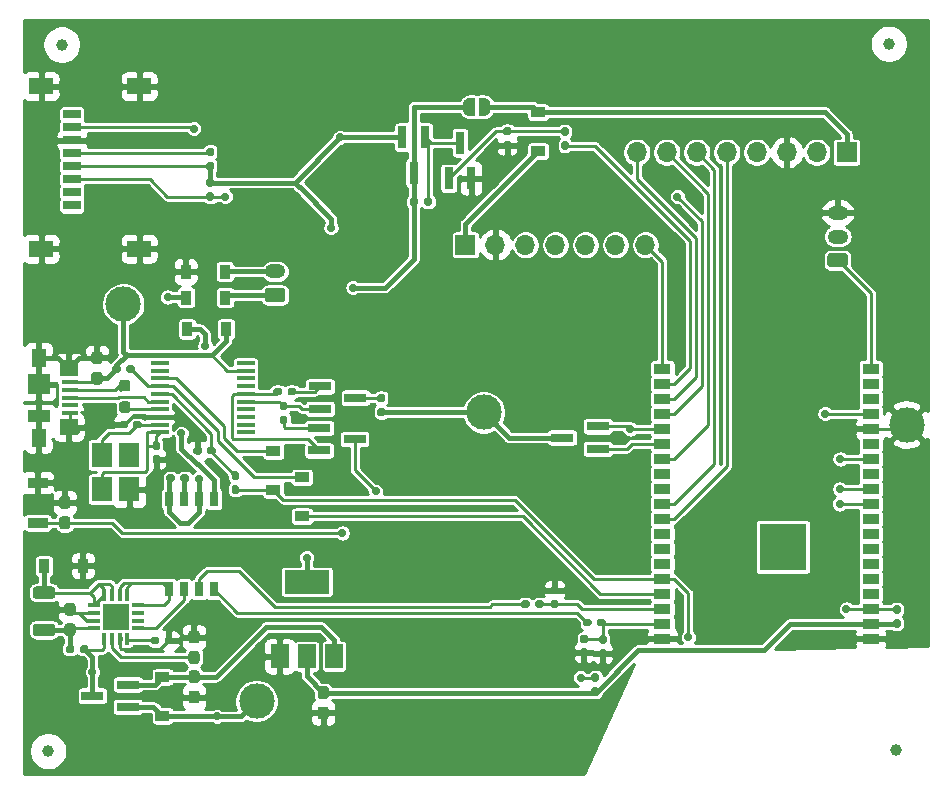
<source format=gbr>
G04 #@! TF.GenerationSoftware,KiCad,Pcbnew,(5.1.9-0-10_14)*
G04 #@! TF.CreationDate,2021-02-25T23:37:31+01:00*
G04 #@! TF.ProjectId,QUino-Dogbox,5155696e-6f2d-4446-9f67-626f782e6b69,C*
G04 #@! TF.SameCoordinates,Original*
G04 #@! TF.FileFunction,Copper,L1,Top*
G04 #@! TF.FilePolarity,Positive*
%FSLAX46Y46*%
G04 Gerber Fmt 4.6, Leading zero omitted, Abs format (unit mm)*
G04 Created by KiCad (PCBNEW (5.1.9-0-10_14)) date 2021-02-25 23:37:31*
%MOMM*%
%LPD*%
G01*
G04 APERTURE LIST*
G04 #@! TA.AperFunction,SMDPad,CuDef*
%ADD10R,2.200000X2.200000*%
G04 #@! TD*
G04 #@! TA.AperFunction,SMDPad,CuDef*
%ADD11R,1.000000X0.350000*%
G04 #@! TD*
G04 #@! TA.AperFunction,SMDPad,CuDef*
%ADD12R,0.350000X1.000000*%
G04 #@! TD*
G04 #@! TA.AperFunction,SMDPad,CuDef*
%ADD13R,1.500000X0.400000*%
G04 #@! TD*
G04 #@! TA.AperFunction,SMDPad,CuDef*
%ADD14R,0.900000X1.200000*%
G04 #@! TD*
G04 #@! TA.AperFunction,SMDPad,CuDef*
%ADD15R,1.500000X2.000000*%
G04 #@! TD*
G04 #@! TA.AperFunction,SMDPad,CuDef*
%ADD16R,3.800000X2.000000*%
G04 #@! TD*
G04 #@! TA.AperFunction,SMDPad,CuDef*
%ADD17R,1.200000X0.900000*%
G04 #@! TD*
G04 #@! TA.AperFunction,SMDPad,CuDef*
%ADD18R,0.760000X1.270000*%
G04 #@! TD*
G04 #@! TA.AperFunction,SMDPad,CuDef*
%ADD19R,1.450000X0.930000*%
G04 #@! TD*
G04 #@! TA.AperFunction,SMDPad,CuDef*
%ADD20R,4.000000X4.000000*%
G04 #@! TD*
G04 #@! TA.AperFunction,ComponentPad*
%ADD21O,1.700000X1.700000*%
G04 #@! TD*
G04 #@! TA.AperFunction,ComponentPad*
%ADD22R,1.700000X1.700000*%
G04 #@! TD*
G04 #@! TA.AperFunction,SMDPad,CuDef*
%ADD23R,0.800000X1.900000*%
G04 #@! TD*
G04 #@! TA.AperFunction,SMDPad,CuDef*
%ADD24R,1.900000X0.800000*%
G04 #@! TD*
G04 #@! TA.AperFunction,ComponentPad*
%ADD25O,1.750000X1.200000*%
G04 #@! TD*
G04 #@! TA.AperFunction,SMDPad,CuDef*
%ADD26C,3.000000*%
G04 #@! TD*
G04 #@! TA.AperFunction,SMDPad,CuDef*
%ADD27C,0.100000*%
G04 #@! TD*
G04 #@! TA.AperFunction,SMDPad,CuDef*
%ADD28R,2.000000X1.450000*%
G04 #@! TD*
G04 #@! TA.AperFunction,SMDPad,CuDef*
%ADD29R,1.500000X0.800000*%
G04 #@! TD*
G04 #@! TA.AperFunction,SMDPad,CuDef*
%ADD30R,1.700000X0.900000*%
G04 #@! TD*
G04 #@! TA.AperFunction,SMDPad,CuDef*
%ADD31R,1.380000X0.450000*%
G04 #@! TD*
G04 #@! TA.AperFunction,SMDPad,CuDef*
%ADD32R,1.550000X1.425000*%
G04 #@! TD*
G04 #@! TA.AperFunction,SMDPad,CuDef*
%ADD33R,1.300000X1.650000*%
G04 #@! TD*
G04 #@! TA.AperFunction,SMDPad,CuDef*
%ADD34R,1.900000X1.800000*%
G04 #@! TD*
G04 #@! TA.AperFunction,SMDPad,CuDef*
%ADD35R,1.900000X1.000000*%
G04 #@! TD*
G04 #@! TA.AperFunction,SMDPad,CuDef*
%ADD36C,1.000000*%
G04 #@! TD*
G04 #@! TA.AperFunction,SMDPad,CuDef*
%ADD37R,1.800000X2.100000*%
G04 #@! TD*
G04 #@! TA.AperFunction,ViaPad*
%ADD38C,0.700000*%
G04 #@! TD*
G04 #@! TA.AperFunction,Conductor*
%ADD39C,0.406400*%
G04 #@! TD*
G04 #@! TA.AperFunction,Conductor*
%ADD40C,0.254000*%
G04 #@! TD*
G04 #@! TA.AperFunction,Conductor*
%ADD41C,0.100000*%
G04 #@! TD*
G04 APERTURE END LIST*
D10*
X95262700Y-127698500D03*
D11*
X97112700Y-126723500D03*
X97112700Y-127373500D03*
X97112700Y-128023500D03*
X97112700Y-128673500D03*
D12*
X96237700Y-129548500D03*
X95587700Y-129548500D03*
X94937700Y-129548500D03*
X94287700Y-129548500D03*
D11*
X93412700Y-128673500D03*
X93412700Y-128023500D03*
X93412700Y-127373500D03*
X93412700Y-126723500D03*
D12*
X94287700Y-125848500D03*
X94937700Y-125848500D03*
X95587700Y-125848500D03*
X96237700Y-125848500D03*
D13*
X98991000Y-106218800D03*
X98991000Y-106868800D03*
X98991000Y-107518800D03*
X98991000Y-108168800D03*
X98991000Y-108818800D03*
X98991000Y-109468800D03*
X98991000Y-110118800D03*
X98991000Y-110768800D03*
X98991000Y-111418800D03*
X98991000Y-112068800D03*
X106241000Y-112068800D03*
X106241000Y-111418800D03*
X106241000Y-110768800D03*
X106241000Y-110118800D03*
X106241000Y-109468800D03*
X106241000Y-108818800D03*
X106241000Y-108168800D03*
X106241000Y-107518800D03*
X106241000Y-106868800D03*
X106241000Y-106218800D03*
G04 #@! TA.AperFunction,SMDPad,CuDef*
G36*
G01*
X135691900Y-132483900D02*
X136011900Y-132483900D01*
G75*
G02*
X136171900Y-132643900I0J-160000D01*
G01*
X136171900Y-133038900D01*
G75*
G02*
X136011900Y-133198900I-160000J0D01*
G01*
X135691900Y-133198900D01*
G75*
G02*
X135531900Y-133038900I0J160000D01*
G01*
X135531900Y-132643900D01*
G75*
G02*
X135691900Y-132483900I160000J0D01*
G01*
G37*
G04 #@! TD.AperFunction*
G04 #@! TA.AperFunction,SMDPad,CuDef*
G36*
G01*
X135691900Y-133678900D02*
X136011900Y-133678900D01*
G75*
G02*
X136171900Y-133838900I0J-160000D01*
G01*
X136171900Y-134233900D01*
G75*
G02*
X136011900Y-134393900I-160000J0D01*
G01*
X135691900Y-134393900D01*
G75*
G02*
X135531900Y-134233900I0J160000D01*
G01*
X135531900Y-133838900D01*
G75*
G02*
X135691900Y-133678900I160000J0D01*
G01*
G37*
G04 #@! TD.AperFunction*
D14*
X92480400Y-123380500D03*
X89180400Y-123380500D03*
D15*
X109131100Y-131038600D03*
X113731100Y-131038600D03*
X111431100Y-131038600D03*
D16*
X111431100Y-124738600D03*
D14*
X104507300Y-100672900D03*
X101207300Y-100672900D03*
X101182900Y-98463100D03*
X104482900Y-98463100D03*
D17*
X131013200Y-88276700D03*
X131013200Y-84976700D03*
D18*
X103593900Y-125374400D03*
X102323900Y-125374400D03*
X101053900Y-125374400D03*
X99783900Y-125374400D03*
X99783900Y-117754400D03*
X101053900Y-117754400D03*
X102323900Y-117754400D03*
X103593900Y-117754400D03*
D19*
X159165300Y-129570400D03*
X159165300Y-128300400D03*
X159165300Y-127030400D03*
X159165300Y-125760400D03*
X159165300Y-124490400D03*
X159165300Y-123220400D03*
X159165300Y-121950400D03*
X159165300Y-120680400D03*
X159165300Y-119410400D03*
X159165300Y-118140400D03*
X159165300Y-116870400D03*
X159165300Y-115600400D03*
X159165300Y-114330400D03*
X159165300Y-113060400D03*
X159165300Y-111790400D03*
X159165300Y-110520400D03*
X159165300Y-109250400D03*
X159165300Y-107980400D03*
X159165300Y-106710400D03*
X141545300Y-106710400D03*
X141545300Y-107980400D03*
X141545300Y-109250400D03*
X141545300Y-110520400D03*
X141545300Y-111790400D03*
X141545300Y-113060400D03*
X141545300Y-114330400D03*
X141545300Y-115600400D03*
X141545300Y-116870400D03*
X141545300Y-118140400D03*
X141545300Y-119410400D03*
X141545300Y-120680400D03*
X141545300Y-121950400D03*
X141545300Y-123220400D03*
X141545300Y-124490400D03*
X141545300Y-125760400D03*
X141545300Y-127030400D03*
X141545300Y-128300400D03*
X141545300Y-129570400D03*
D20*
X151735300Y-121780400D03*
D21*
X140106400Y-96202500D03*
X137566400Y-96202500D03*
X135026400Y-96202500D03*
X132486400Y-96202500D03*
X129946400Y-96202500D03*
X127406400Y-96202500D03*
D22*
X124866400Y-96202500D03*
G04 #@! TA.AperFunction,SMDPad,CuDef*
G36*
G01*
X117569000Y-110018800D02*
X117889000Y-110018800D01*
G75*
G02*
X118049000Y-110178800I0J-160000D01*
G01*
X118049000Y-110573800D01*
G75*
G02*
X117889000Y-110733800I-160000J0D01*
G01*
X117569000Y-110733800D01*
G75*
G02*
X117409000Y-110573800I0J160000D01*
G01*
X117409000Y-110178800D01*
G75*
G02*
X117569000Y-110018800I160000J0D01*
G01*
G37*
G04 #@! TD.AperFunction*
G04 #@! TA.AperFunction,SMDPad,CuDef*
G36*
G01*
X117569000Y-108823800D02*
X117889000Y-108823800D01*
G75*
G02*
X118049000Y-108983800I0J-160000D01*
G01*
X118049000Y-109378800D01*
G75*
G02*
X117889000Y-109538800I-160000J0D01*
G01*
X117569000Y-109538800D01*
G75*
G02*
X117409000Y-109378800I0J160000D01*
G01*
X117409000Y-108983800D01*
G75*
G02*
X117569000Y-108823800I160000J0D01*
G01*
G37*
G04 #@! TD.AperFunction*
G04 #@! TA.AperFunction,SMDPad,CuDef*
G36*
G01*
X93900000Y-106305300D02*
X93425000Y-106305300D01*
G75*
G02*
X93187500Y-106067800I0J237500D01*
G01*
X93187500Y-105467800D01*
G75*
G02*
X93425000Y-105230300I237500J0D01*
G01*
X93900000Y-105230300D01*
G75*
G02*
X94137500Y-105467800I0J-237500D01*
G01*
X94137500Y-106067800D01*
G75*
G02*
X93900000Y-106305300I-237500J0D01*
G01*
G37*
G04 #@! TD.AperFunction*
G04 #@! TA.AperFunction,SMDPad,CuDef*
G36*
G01*
X93900000Y-108030300D02*
X93425000Y-108030300D01*
G75*
G02*
X93187500Y-107792800I0J237500D01*
G01*
X93187500Y-107192800D01*
G75*
G02*
X93425000Y-106955300I237500J0D01*
G01*
X93900000Y-106955300D01*
G75*
G02*
X94137500Y-107192800I0J-237500D01*
G01*
X94137500Y-107792800D01*
G75*
G02*
X93900000Y-108030300I-237500J0D01*
G01*
G37*
G04 #@! TD.AperFunction*
G04 #@! TA.AperFunction,SMDPad,CuDef*
G36*
G01*
X100735100Y-116123700D02*
X100735100Y-115803700D01*
G75*
G02*
X100895100Y-115643700I160000J0D01*
G01*
X101290100Y-115643700D01*
G75*
G02*
X101450100Y-115803700I0J-160000D01*
G01*
X101450100Y-116123700D01*
G75*
G02*
X101290100Y-116283700I-160000J0D01*
G01*
X100895100Y-116283700D01*
G75*
G02*
X100735100Y-116123700I0J160000D01*
G01*
G37*
G04 #@! TD.AperFunction*
G04 #@! TA.AperFunction,SMDPad,CuDef*
G36*
G01*
X99540100Y-116123700D02*
X99540100Y-115803700D01*
G75*
G02*
X99700100Y-115643700I160000J0D01*
G01*
X100095100Y-115643700D01*
G75*
G02*
X100255100Y-115803700I0J-160000D01*
G01*
X100255100Y-116123700D01*
G75*
G02*
X100095100Y-116283700I-160000J0D01*
G01*
X99700100Y-116283700D01*
G75*
G02*
X99540100Y-116123700I0J160000D01*
G01*
G37*
G04 #@! TD.AperFunction*
G04 #@! TA.AperFunction,SMDPad,CuDef*
G36*
G01*
X133126500Y-87438200D02*
X133446500Y-87438200D01*
G75*
G02*
X133606500Y-87598200I0J-160000D01*
G01*
X133606500Y-87993200D01*
G75*
G02*
X133446500Y-88153200I-160000J0D01*
G01*
X133126500Y-88153200D01*
G75*
G02*
X132966500Y-87993200I0J160000D01*
G01*
X132966500Y-87598200D01*
G75*
G02*
X133126500Y-87438200I160000J0D01*
G01*
G37*
G04 #@! TD.AperFunction*
G04 #@! TA.AperFunction,SMDPad,CuDef*
G36*
G01*
X133126500Y-86243200D02*
X133446500Y-86243200D01*
G75*
G02*
X133606500Y-86403200I0J-160000D01*
G01*
X133606500Y-86798200D01*
G75*
G02*
X133446500Y-86958200I-160000J0D01*
G01*
X133126500Y-86958200D01*
G75*
G02*
X132966500Y-86798200I0J160000D01*
G01*
X132966500Y-86403200D01*
G75*
G02*
X133126500Y-86243200I160000J0D01*
G01*
G37*
G04 #@! TD.AperFunction*
G04 #@! TA.AperFunction,SMDPad,CuDef*
G36*
G01*
X128237000Y-87412800D02*
X128557000Y-87412800D01*
G75*
G02*
X128717000Y-87572800I0J-160000D01*
G01*
X128717000Y-87967800D01*
G75*
G02*
X128557000Y-88127800I-160000J0D01*
G01*
X128237000Y-88127800D01*
G75*
G02*
X128077000Y-87967800I0J160000D01*
G01*
X128077000Y-87572800D01*
G75*
G02*
X128237000Y-87412800I160000J0D01*
G01*
G37*
G04 #@! TD.AperFunction*
G04 #@! TA.AperFunction,SMDPad,CuDef*
G36*
G01*
X128237000Y-86217800D02*
X128557000Y-86217800D01*
G75*
G02*
X128717000Y-86377800I0J-160000D01*
G01*
X128717000Y-86772800D01*
G75*
G02*
X128557000Y-86932800I-160000J0D01*
G01*
X128237000Y-86932800D01*
G75*
G02*
X128077000Y-86772800I0J160000D01*
G01*
X128077000Y-86377800D01*
G75*
G02*
X128237000Y-86217800I160000J0D01*
G01*
G37*
G04 #@! TD.AperFunction*
G04 #@! TA.AperFunction,SMDPad,CuDef*
G36*
G01*
X120854500Y-92397600D02*
X120854500Y-92717600D01*
G75*
G02*
X120694500Y-92877600I-160000J0D01*
G01*
X120299500Y-92877600D01*
G75*
G02*
X120139500Y-92717600I0J160000D01*
G01*
X120139500Y-92397600D01*
G75*
G02*
X120299500Y-92237600I160000J0D01*
G01*
X120694500Y-92237600D01*
G75*
G02*
X120854500Y-92397600I0J-160000D01*
G01*
G37*
G04 #@! TD.AperFunction*
G04 #@! TA.AperFunction,SMDPad,CuDef*
G36*
G01*
X122049500Y-92397600D02*
X122049500Y-92717600D01*
G75*
G02*
X121889500Y-92877600I-160000J0D01*
G01*
X121494500Y-92877600D01*
G75*
G02*
X121334500Y-92717600I0J160000D01*
G01*
X121334500Y-92397600D01*
G75*
G02*
X121494500Y-92237600I160000J0D01*
G01*
X121889500Y-92237600D01*
G75*
G02*
X122049500Y-92397600I0J-160000D01*
G01*
G37*
G04 #@! TD.AperFunction*
G04 #@! TA.AperFunction,SMDPad,CuDef*
G36*
G01*
X136326900Y-130453100D02*
X136646900Y-130453100D01*
G75*
G02*
X136806900Y-130613100I0J-160000D01*
G01*
X136806900Y-131008100D01*
G75*
G02*
X136646900Y-131168100I-160000J0D01*
G01*
X136326900Y-131168100D01*
G75*
G02*
X136166900Y-131008100I0J160000D01*
G01*
X136166900Y-130613100D01*
G75*
G02*
X136326900Y-130453100I160000J0D01*
G01*
G37*
G04 #@! TD.AperFunction*
G04 #@! TA.AperFunction,SMDPad,CuDef*
G36*
G01*
X136326900Y-129258100D02*
X136646900Y-129258100D01*
G75*
G02*
X136806900Y-129418100I0J-160000D01*
G01*
X136806900Y-129813100D01*
G75*
G02*
X136646900Y-129973100I-160000J0D01*
G01*
X136326900Y-129973100D01*
G75*
G02*
X136166900Y-129813100I0J160000D01*
G01*
X136166900Y-129418100D01*
G75*
G02*
X136326900Y-129258100I160000J0D01*
G01*
G37*
G04 #@! TD.AperFunction*
G04 #@! TA.AperFunction,SMDPad,CuDef*
G36*
G01*
X136015700Y-128341100D02*
X136015700Y-128021100D01*
G75*
G02*
X136175700Y-127861100I160000J0D01*
G01*
X136570700Y-127861100D01*
G75*
G02*
X136730700Y-128021100I0J-160000D01*
G01*
X136730700Y-128341100D01*
G75*
G02*
X136570700Y-128501100I-160000J0D01*
G01*
X136175700Y-128501100D01*
G75*
G02*
X136015700Y-128341100I0J160000D01*
G01*
G37*
G04 #@! TD.AperFunction*
G04 #@! TA.AperFunction,SMDPad,CuDef*
G36*
G01*
X134820700Y-128341100D02*
X134820700Y-128021100D01*
G75*
G02*
X134980700Y-127861100I160000J0D01*
G01*
X135375700Y-127861100D01*
G75*
G02*
X135535700Y-128021100I0J-160000D01*
G01*
X135535700Y-128341100D01*
G75*
G02*
X135375700Y-128501100I-160000J0D01*
G01*
X134980700Y-128501100D01*
G75*
G02*
X134820700Y-128341100I0J160000D01*
G01*
G37*
G04 #@! TD.AperFunction*
G04 #@! TA.AperFunction,SMDPad,CuDef*
G36*
G01*
X99401600Y-129852400D02*
X99401600Y-129532400D01*
G75*
G02*
X99561600Y-129372400I160000J0D01*
G01*
X99956600Y-129372400D01*
G75*
G02*
X100116600Y-129532400I0J-160000D01*
G01*
X100116600Y-129852400D01*
G75*
G02*
X99956600Y-130012400I-160000J0D01*
G01*
X99561600Y-130012400D01*
G75*
G02*
X99401600Y-129852400I0J160000D01*
G01*
G37*
G04 #@! TD.AperFunction*
G04 #@! TA.AperFunction,SMDPad,CuDef*
G36*
G01*
X98206600Y-129852400D02*
X98206600Y-129532400D01*
G75*
G02*
X98366600Y-129372400I160000J0D01*
G01*
X98761600Y-129372400D01*
G75*
G02*
X98921600Y-129532400I0J-160000D01*
G01*
X98921600Y-129852400D01*
G75*
G02*
X98761600Y-130012400I-160000J0D01*
G01*
X98366600Y-130012400D01*
G75*
G02*
X98206600Y-129852400I0J160000D01*
G01*
G37*
G04 #@! TD.AperFunction*
G04 #@! TA.AperFunction,SMDPad,CuDef*
G36*
G01*
X92226700Y-130589000D02*
X92226700Y-130269000D01*
G75*
G02*
X92386700Y-130109000I160000J0D01*
G01*
X92781700Y-130109000D01*
G75*
G02*
X92941700Y-130269000I0J-160000D01*
G01*
X92941700Y-130589000D01*
G75*
G02*
X92781700Y-130749000I-160000J0D01*
G01*
X92386700Y-130749000D01*
G75*
G02*
X92226700Y-130589000I0J160000D01*
G01*
G37*
G04 #@! TD.AperFunction*
G04 #@! TA.AperFunction,SMDPad,CuDef*
G36*
G01*
X91031700Y-130589000D02*
X91031700Y-130269000D01*
G75*
G02*
X91191700Y-130109000I160000J0D01*
G01*
X91586700Y-130109000D01*
G75*
G02*
X91746700Y-130269000I0J-160000D01*
G01*
X91746700Y-130589000D01*
G75*
G02*
X91586700Y-130749000I-160000J0D01*
G01*
X91191700Y-130749000D01*
G75*
G02*
X91031700Y-130589000I0J160000D01*
G01*
G37*
G04 #@! TD.AperFunction*
G04 #@! TA.AperFunction,SMDPad,CuDef*
G36*
G01*
X132250200Y-126274200D02*
X132570200Y-126274200D01*
G75*
G02*
X132730200Y-126434200I0J-160000D01*
G01*
X132730200Y-126829200D01*
G75*
G02*
X132570200Y-126989200I-160000J0D01*
G01*
X132250200Y-126989200D01*
G75*
G02*
X132090200Y-126829200I0J160000D01*
G01*
X132090200Y-126434200D01*
G75*
G02*
X132250200Y-126274200I160000J0D01*
G01*
G37*
G04 #@! TD.AperFunction*
G04 #@! TA.AperFunction,SMDPad,CuDef*
G36*
G01*
X132250200Y-125079200D02*
X132570200Y-125079200D01*
G75*
G02*
X132730200Y-125239200I0J-160000D01*
G01*
X132730200Y-125634200D01*
G75*
G02*
X132570200Y-125794200I-160000J0D01*
G01*
X132250200Y-125794200D01*
G75*
G02*
X132090200Y-125634200I0J160000D01*
G01*
X132090200Y-125239200D01*
G75*
G02*
X132250200Y-125079200I160000J0D01*
G01*
G37*
G04 #@! TD.AperFunction*
G04 #@! TA.AperFunction,SMDPad,CuDef*
G36*
G01*
X130290000Y-126471700D02*
X130290000Y-126791700D01*
G75*
G02*
X130130000Y-126951700I-160000J0D01*
G01*
X129735000Y-126951700D01*
G75*
G02*
X129575000Y-126791700I0J160000D01*
G01*
X129575000Y-126471700D01*
G75*
G02*
X129735000Y-126311700I160000J0D01*
G01*
X130130000Y-126311700D01*
G75*
G02*
X130290000Y-126471700I0J-160000D01*
G01*
G37*
G04 #@! TD.AperFunction*
G04 #@! TA.AperFunction,SMDPad,CuDef*
G36*
G01*
X131485000Y-126471700D02*
X131485000Y-126791700D01*
G75*
G02*
X131325000Y-126951700I-160000J0D01*
G01*
X130930000Y-126951700D01*
G75*
G02*
X130770000Y-126791700I0J160000D01*
G01*
X130770000Y-126471700D01*
G75*
G02*
X130930000Y-126311700I160000J0D01*
G01*
X131325000Y-126311700D01*
G75*
G02*
X131485000Y-126471700I0J-160000D01*
G01*
G37*
G04 #@! TD.AperFunction*
D23*
X124396500Y-87565100D03*
X125346500Y-90565100D03*
X123446500Y-90565100D03*
X120482500Y-90092600D03*
X119532500Y-87092600D03*
X121432500Y-87092600D03*
G04 #@! TA.AperFunction,SMDPad,CuDef*
G36*
G01*
X88479399Y-128278800D02*
X89879401Y-128278800D01*
G75*
G02*
X90129400Y-128528799I0J-249999D01*
G01*
X90129400Y-129078801D01*
G75*
G02*
X89879401Y-129328800I-249999J0D01*
G01*
X88479399Y-129328800D01*
G75*
G02*
X88229400Y-129078801I0J249999D01*
G01*
X88229400Y-128528799D01*
G75*
G02*
X88479399Y-128278800I249999J0D01*
G01*
G37*
G04 #@! TD.AperFunction*
G04 #@! TA.AperFunction,SMDPad,CuDef*
G36*
G01*
X88479399Y-125128800D02*
X89879401Y-125128800D01*
G75*
G02*
X90129400Y-125378799I0J-249999D01*
G01*
X90129400Y-125928801D01*
G75*
G02*
X89879401Y-126178800I-249999J0D01*
G01*
X88479399Y-126178800D01*
G75*
G02*
X88229400Y-125928801I0J249999D01*
G01*
X88229400Y-125378799D01*
G75*
G02*
X88479399Y-125128800I249999J0D01*
G01*
G37*
G04 #@! TD.AperFunction*
D24*
X93280100Y-134378700D03*
X96280100Y-133428700D03*
X96280100Y-135328700D03*
D17*
X99212400Y-136092200D03*
X99212400Y-132792200D03*
D14*
X104609900Y-103327200D03*
X101309900Y-103327200D03*
G04 #@! TA.AperFunction,SMDPad,CuDef*
G36*
G01*
X101641900Y-130602700D02*
X102116900Y-130602700D01*
G75*
G02*
X102354400Y-130840200I0J-237500D01*
G01*
X102354400Y-131440200D01*
G75*
G02*
X102116900Y-131677700I-237500J0D01*
G01*
X101641900Y-131677700D01*
G75*
G02*
X101404400Y-131440200I0J237500D01*
G01*
X101404400Y-130840200D01*
G75*
G02*
X101641900Y-130602700I237500J0D01*
G01*
G37*
G04 #@! TD.AperFunction*
G04 #@! TA.AperFunction,SMDPad,CuDef*
G36*
G01*
X101641900Y-128877700D02*
X102116900Y-128877700D01*
G75*
G02*
X102354400Y-129115200I0J-237500D01*
G01*
X102354400Y-129715200D01*
G75*
G02*
X102116900Y-129952700I-237500J0D01*
G01*
X101641900Y-129952700D01*
G75*
G02*
X101404400Y-129715200I0J237500D01*
G01*
X101404400Y-129115200D01*
G75*
G02*
X101641900Y-128877700I237500J0D01*
G01*
G37*
G04 #@! TD.AperFunction*
G04 #@! TA.AperFunction,SMDPad,CuDef*
G36*
G01*
X112589300Y-135301700D02*
X113064300Y-135301700D01*
G75*
G02*
X113301800Y-135539200I0J-237500D01*
G01*
X113301800Y-136139200D01*
G75*
G02*
X113064300Y-136376700I-237500J0D01*
G01*
X112589300Y-136376700D01*
G75*
G02*
X112351800Y-136139200I0J237500D01*
G01*
X112351800Y-135539200D01*
G75*
G02*
X112589300Y-135301700I237500J0D01*
G01*
G37*
G04 #@! TD.AperFunction*
G04 #@! TA.AperFunction,SMDPad,CuDef*
G36*
G01*
X112589300Y-133576700D02*
X113064300Y-133576700D01*
G75*
G02*
X113301800Y-133814200I0J-237500D01*
G01*
X113301800Y-134414200D01*
G75*
G02*
X113064300Y-134651700I-237500J0D01*
G01*
X112589300Y-134651700D01*
G75*
G02*
X112351800Y-134414200I0J237500D01*
G01*
X112351800Y-133814200D01*
G75*
G02*
X112589300Y-133576700I237500J0D01*
G01*
G37*
G04 #@! TD.AperFunction*
G04 #@! TA.AperFunction,SMDPad,CuDef*
G36*
G01*
X101654600Y-133954400D02*
X102129600Y-133954400D01*
G75*
G02*
X102367100Y-134191900I0J-237500D01*
G01*
X102367100Y-134791900D01*
G75*
G02*
X102129600Y-135029400I-237500J0D01*
G01*
X101654600Y-135029400D01*
G75*
G02*
X101417100Y-134791900I0J237500D01*
G01*
X101417100Y-134191900D01*
G75*
G02*
X101654600Y-133954400I237500J0D01*
G01*
G37*
G04 #@! TD.AperFunction*
G04 #@! TA.AperFunction,SMDPad,CuDef*
G36*
G01*
X101654600Y-132229400D02*
X102129600Y-132229400D01*
G75*
G02*
X102367100Y-132466900I0J-237500D01*
G01*
X102367100Y-133066900D01*
G75*
G02*
X102129600Y-133304400I-237500J0D01*
G01*
X101654600Y-133304400D01*
G75*
G02*
X101417100Y-133066900I0J237500D01*
G01*
X101417100Y-132466900D01*
G75*
G02*
X101654600Y-132229400I237500J0D01*
G01*
G37*
G04 #@! TD.AperFunction*
G04 #@! TA.AperFunction,SMDPad,CuDef*
G36*
G01*
X135054400Y-129949600D02*
X134744400Y-129949600D01*
G75*
G02*
X134589400Y-129794600I0J155000D01*
G01*
X134589400Y-129369600D01*
G75*
G02*
X134744400Y-129214600I155000J0D01*
G01*
X135054400Y-129214600D01*
G75*
G02*
X135209400Y-129369600I0J-155000D01*
G01*
X135209400Y-129794600D01*
G75*
G02*
X135054400Y-129949600I-155000J0D01*
G01*
G37*
G04 #@! TD.AperFunction*
G04 #@! TA.AperFunction,SMDPad,CuDef*
G36*
G01*
X135054400Y-131084600D02*
X134744400Y-131084600D01*
G75*
G02*
X134589400Y-130929600I0J155000D01*
G01*
X134589400Y-130504600D01*
G75*
G02*
X134744400Y-130349600I155000J0D01*
G01*
X135054400Y-130349600D01*
G75*
G02*
X135209400Y-130504600I0J-155000D01*
G01*
X135209400Y-130929600D01*
G75*
G02*
X135054400Y-131084600I-155000J0D01*
G01*
G37*
G04 #@! TD.AperFunction*
G04 #@! TA.AperFunction,SMDPad,CuDef*
G36*
G01*
X91614000Y-127601000D02*
X91139000Y-127601000D01*
G75*
G02*
X90901500Y-127363500I0J237500D01*
G01*
X90901500Y-126763500D01*
G75*
G02*
X91139000Y-126526000I237500J0D01*
G01*
X91614000Y-126526000D01*
G75*
G02*
X91851500Y-126763500I0J-237500D01*
G01*
X91851500Y-127363500D01*
G75*
G02*
X91614000Y-127601000I-237500J0D01*
G01*
G37*
G04 #@! TD.AperFunction*
G04 #@! TA.AperFunction,SMDPad,CuDef*
G36*
G01*
X91614000Y-129326000D02*
X91139000Y-129326000D01*
G75*
G02*
X90901500Y-129088500I0J237500D01*
G01*
X90901500Y-128488500D01*
G75*
G02*
X91139000Y-128251000I237500J0D01*
G01*
X91614000Y-128251000D01*
G75*
G02*
X91851500Y-128488500I0J-237500D01*
G01*
X91851500Y-129088500D01*
G75*
G02*
X91614000Y-129326000I-237500J0D01*
G01*
G37*
G04 #@! TD.AperFunction*
D25*
X108737400Y-98457000D03*
G04 #@! TA.AperFunction,ComponentPad*
G36*
G01*
X109362401Y-101057000D02*
X108112399Y-101057000D01*
G75*
G02*
X107862400Y-100807001I0J249999D01*
G01*
X107862400Y-100106999D01*
G75*
G02*
X108112399Y-99857000I249999J0D01*
G01*
X109362401Y-99857000D01*
G75*
G02*
X109612400Y-100106999I0J-249999D01*
G01*
X109612400Y-100807001D01*
G75*
G02*
X109362401Y-101057000I-249999J0D01*
G01*
G37*
G04 #@! TD.AperFunction*
D26*
X95885000Y-101231700D03*
X107175300Y-134835900D03*
G04 #@! TA.AperFunction,SMDPad,CuDef*
D27*
G36*
X125668900Y-85268500D02*
G01*
X125168900Y-85268500D01*
X125168900Y-85267898D01*
X125144366Y-85267898D01*
X125095535Y-85263088D01*
X125047410Y-85253516D01*
X125000455Y-85239272D01*
X124955122Y-85220495D01*
X124911849Y-85197364D01*
X124871050Y-85170104D01*
X124833121Y-85138976D01*
X124798424Y-85104279D01*
X124767296Y-85066350D01*
X124740036Y-85025551D01*
X124716905Y-84982278D01*
X124698128Y-84936945D01*
X124683884Y-84889990D01*
X124674312Y-84841865D01*
X124669502Y-84793034D01*
X124669502Y-84768500D01*
X124668900Y-84768500D01*
X124668900Y-84268500D01*
X124669502Y-84268500D01*
X124669502Y-84243966D01*
X124674312Y-84195135D01*
X124683884Y-84147010D01*
X124698128Y-84100055D01*
X124716905Y-84054722D01*
X124740036Y-84011449D01*
X124767296Y-83970650D01*
X124798424Y-83932721D01*
X124833121Y-83898024D01*
X124871050Y-83866896D01*
X124911849Y-83839636D01*
X124955122Y-83816505D01*
X125000455Y-83797728D01*
X125047410Y-83783484D01*
X125095535Y-83773912D01*
X125144366Y-83769102D01*
X125168900Y-83769102D01*
X125168900Y-83768500D01*
X125668900Y-83768500D01*
X125668900Y-85268500D01*
G37*
G04 #@! TD.AperFunction*
G04 #@! TA.AperFunction,SMDPad,CuDef*
G36*
X126468900Y-83769102D02*
G01*
X126493434Y-83769102D01*
X126542265Y-83773912D01*
X126590390Y-83783484D01*
X126637345Y-83797728D01*
X126682678Y-83816505D01*
X126725951Y-83839636D01*
X126766750Y-83866896D01*
X126804679Y-83898024D01*
X126839376Y-83932721D01*
X126870504Y-83970650D01*
X126897764Y-84011449D01*
X126920895Y-84054722D01*
X126939672Y-84100055D01*
X126953916Y-84147010D01*
X126963488Y-84195135D01*
X126968298Y-84243966D01*
X126968298Y-84268500D01*
X126968900Y-84268500D01*
X126968900Y-84768500D01*
X126968298Y-84768500D01*
X126968298Y-84793034D01*
X126963488Y-84841865D01*
X126953916Y-84889990D01*
X126939672Y-84936945D01*
X126920895Y-84982278D01*
X126897764Y-85025551D01*
X126870504Y-85066350D01*
X126839376Y-85104279D01*
X126804679Y-85138976D01*
X126766750Y-85170104D01*
X126725951Y-85197364D01*
X126682678Y-85220495D01*
X126637345Y-85239272D01*
X126590390Y-85253516D01*
X126542265Y-85263088D01*
X126493434Y-85267898D01*
X126468900Y-85267898D01*
X126468900Y-85268500D01*
X125968900Y-85268500D01*
X125968900Y-83768500D01*
X126468900Y-83768500D01*
X126468900Y-83769102D01*
G37*
G04 #@! TD.AperFunction*
D22*
X157137100Y-88366600D03*
D21*
X154597100Y-88366600D03*
X152057100Y-88366600D03*
X149517100Y-88366600D03*
X146977100Y-88366600D03*
X144437100Y-88366600D03*
X141897100Y-88366600D03*
X139357100Y-88366600D03*
D28*
X88941000Y-82787000D03*
X88941000Y-96537000D03*
X97241000Y-96537000D03*
X97241000Y-82787000D03*
D29*
X91541000Y-85162000D03*
X91541000Y-86262000D03*
X91541000Y-87362000D03*
X91541000Y-88462000D03*
X91541000Y-89562000D03*
X91541000Y-90662000D03*
X91541000Y-91762000D03*
X91541000Y-92862000D03*
G04 #@! TA.AperFunction,SMDPad,CuDef*
G36*
G01*
X103411000Y-91289500D02*
X103091000Y-91289500D01*
G75*
G02*
X102931000Y-91129500I0J160000D01*
G01*
X102931000Y-90734500D01*
G75*
G02*
X103091000Y-90574500I160000J0D01*
G01*
X103411000Y-90574500D01*
G75*
G02*
X103571000Y-90734500I0J-160000D01*
G01*
X103571000Y-91129500D01*
G75*
G02*
X103411000Y-91289500I-160000J0D01*
G01*
G37*
G04 #@! TD.AperFunction*
G04 #@! TA.AperFunction,SMDPad,CuDef*
G36*
G01*
X103411000Y-92484500D02*
X103091000Y-92484500D01*
G75*
G02*
X102931000Y-92324500I0J160000D01*
G01*
X102931000Y-91929500D01*
G75*
G02*
X103091000Y-91769500I160000J0D01*
G01*
X103411000Y-91769500D01*
G75*
G02*
X103571000Y-91929500I0J-160000D01*
G01*
X103571000Y-92324500D01*
G75*
G02*
X103411000Y-92484500I-160000J0D01*
G01*
G37*
G04 #@! TD.AperFunction*
G04 #@! TA.AperFunction,SMDPad,CuDef*
G36*
G01*
X103091000Y-87982500D02*
X103411000Y-87982500D01*
G75*
G02*
X103571000Y-88142500I0J-160000D01*
G01*
X103571000Y-88537500D01*
G75*
G02*
X103411000Y-88697500I-160000J0D01*
G01*
X103091000Y-88697500D01*
G75*
G02*
X102931000Y-88537500I0J160000D01*
G01*
X102931000Y-88142500D01*
G75*
G02*
X103091000Y-87982500I160000J0D01*
G01*
G37*
G04 #@! TD.AperFunction*
G04 #@! TA.AperFunction,SMDPad,CuDef*
G36*
G01*
X103091000Y-89177500D02*
X103411000Y-89177500D01*
G75*
G02*
X103571000Y-89337500I0J-160000D01*
G01*
X103571000Y-89732500D01*
G75*
G02*
X103411000Y-89892500I-160000J0D01*
G01*
X103091000Y-89892500D01*
G75*
G02*
X102931000Y-89732500I0J160000D01*
G01*
X102931000Y-89337500D01*
G75*
G02*
X103091000Y-89177500I160000J0D01*
G01*
G37*
G04 #@! TD.AperFunction*
G04 #@! TA.AperFunction,SMDPad,CuDef*
G36*
G01*
X96151000Y-106890800D02*
X96151000Y-106570800D01*
G75*
G02*
X96311000Y-106410800I160000J0D01*
G01*
X96706000Y-106410800D01*
G75*
G02*
X96866000Y-106570800I0J-160000D01*
G01*
X96866000Y-106890800D01*
G75*
G02*
X96706000Y-107050800I-160000J0D01*
G01*
X96311000Y-107050800D01*
G75*
G02*
X96151000Y-106890800I0J160000D01*
G01*
G37*
G04 #@! TD.AperFunction*
G04 #@! TA.AperFunction,SMDPad,CuDef*
G36*
G01*
X94956000Y-106890800D02*
X94956000Y-106570800D01*
G75*
G02*
X95116000Y-106410800I160000J0D01*
G01*
X95511000Y-106410800D01*
G75*
G02*
X95671000Y-106570800I0J-160000D01*
G01*
X95671000Y-106890800D01*
G75*
G02*
X95511000Y-107050800I-160000J0D01*
G01*
X95116000Y-107050800D01*
G75*
G02*
X94956000Y-106890800I0J160000D01*
G01*
G37*
G04 #@! TD.AperFunction*
G04 #@! TA.AperFunction,SMDPad,CuDef*
G36*
G01*
X105224600Y-115377000D02*
X105544600Y-115377000D01*
G75*
G02*
X105704600Y-115537000I0J-160000D01*
G01*
X105704600Y-115932000D01*
G75*
G02*
X105544600Y-116092000I-160000J0D01*
G01*
X105224600Y-116092000D01*
G75*
G02*
X105064600Y-115932000I0J160000D01*
G01*
X105064600Y-115537000D01*
G75*
G02*
X105224600Y-115377000I160000J0D01*
G01*
G37*
G04 #@! TD.AperFunction*
G04 #@! TA.AperFunction,SMDPad,CuDef*
G36*
G01*
X105224600Y-116572000D02*
X105544600Y-116572000D01*
G75*
G02*
X105704600Y-116732000I0J-160000D01*
G01*
X105704600Y-117127000D01*
G75*
G02*
X105544600Y-117287000I-160000J0D01*
G01*
X105224600Y-117287000D01*
G75*
G02*
X105064600Y-117127000I0J160000D01*
G01*
X105064600Y-116732000D01*
G75*
G02*
X105224600Y-116572000I160000J0D01*
G01*
G37*
G04 #@! TD.AperFunction*
G04 #@! TA.AperFunction,SMDPad,CuDef*
G36*
G01*
X109314000Y-109484800D02*
X109634000Y-109484800D01*
G75*
G02*
X109794000Y-109644800I0J-160000D01*
G01*
X109794000Y-110039800D01*
G75*
G02*
X109634000Y-110199800I-160000J0D01*
G01*
X109314000Y-110199800D01*
G75*
G02*
X109154000Y-110039800I0J160000D01*
G01*
X109154000Y-109644800D01*
G75*
G02*
X109314000Y-109484800I160000J0D01*
G01*
G37*
G04 #@! TD.AperFunction*
G04 #@! TA.AperFunction,SMDPad,CuDef*
G36*
G01*
X109314000Y-110679800D02*
X109634000Y-110679800D01*
G75*
G02*
X109794000Y-110839800I0J-160000D01*
G01*
X109794000Y-111234800D01*
G75*
G02*
X109634000Y-111394800I-160000J0D01*
G01*
X109314000Y-111394800D01*
G75*
G02*
X109154000Y-111234800I0J160000D01*
G01*
X109154000Y-110839800D01*
G75*
G02*
X109314000Y-110679800I160000J0D01*
G01*
G37*
G04 #@! TD.AperFunction*
G04 #@! TA.AperFunction,SMDPad,CuDef*
G36*
G01*
X161551600Y-128628100D02*
X161231600Y-128628100D01*
G75*
G02*
X161071600Y-128468100I0J160000D01*
G01*
X161071600Y-128073100D01*
G75*
G02*
X161231600Y-127913100I160000J0D01*
G01*
X161551600Y-127913100D01*
G75*
G02*
X161711600Y-128073100I0J-160000D01*
G01*
X161711600Y-128468100D01*
G75*
G02*
X161551600Y-128628100I-160000J0D01*
G01*
G37*
G04 #@! TD.AperFunction*
G04 #@! TA.AperFunction,SMDPad,CuDef*
G36*
G01*
X161551600Y-127433100D02*
X161231600Y-127433100D01*
G75*
G02*
X161071600Y-127273100I0J160000D01*
G01*
X161071600Y-126878100D01*
G75*
G02*
X161231600Y-126718100I160000J0D01*
G01*
X161551600Y-126718100D01*
G75*
G02*
X161711600Y-126878100I0J-160000D01*
G01*
X161711600Y-127273100D01*
G75*
G02*
X161551600Y-127433100I-160000J0D01*
G01*
G37*
G04 #@! TD.AperFunction*
G04 #@! TA.AperFunction,SMDPad,CuDef*
G36*
G01*
X109803500Y-108795800D02*
X109803500Y-108475800D01*
G75*
G02*
X109963500Y-108315800I160000J0D01*
G01*
X110358500Y-108315800D01*
G75*
G02*
X110518500Y-108475800I0J-160000D01*
G01*
X110518500Y-108795800D01*
G75*
G02*
X110358500Y-108955800I-160000J0D01*
G01*
X109963500Y-108955800D01*
G75*
G02*
X109803500Y-108795800I0J160000D01*
G01*
G37*
G04 #@! TD.AperFunction*
G04 #@! TA.AperFunction,SMDPad,CuDef*
G36*
G01*
X108608500Y-108795800D02*
X108608500Y-108475800D01*
G75*
G02*
X108768500Y-108315800I160000J0D01*
G01*
X109163500Y-108315800D01*
G75*
G02*
X109323500Y-108475800I0J-160000D01*
G01*
X109323500Y-108795800D01*
G75*
G02*
X109163500Y-108955800I-160000J0D01*
G01*
X108768500Y-108955800D01*
G75*
G02*
X108608500Y-108795800I0J160000D01*
G01*
G37*
G04 #@! TD.AperFunction*
G04 #@! TA.AperFunction,SMDPad,CuDef*
G36*
G01*
X97455000Y-111274800D02*
X97455000Y-111584800D01*
G75*
G02*
X97300000Y-111739800I-155000J0D01*
G01*
X96875000Y-111739800D01*
G75*
G02*
X96720000Y-111584800I0J155000D01*
G01*
X96720000Y-111274800D01*
G75*
G02*
X96875000Y-111119800I155000J0D01*
G01*
X97300000Y-111119800D01*
G75*
G02*
X97455000Y-111274800I0J-155000D01*
G01*
G37*
G04 #@! TD.AperFunction*
G04 #@! TA.AperFunction,SMDPad,CuDef*
G36*
G01*
X96320000Y-111274800D02*
X96320000Y-111584800D01*
G75*
G02*
X96165000Y-111739800I-155000J0D01*
G01*
X95740000Y-111739800D01*
G75*
G02*
X95585000Y-111584800I0J155000D01*
G01*
X95585000Y-111274800D01*
G75*
G02*
X95740000Y-111119800I155000J0D01*
G01*
X96165000Y-111119800D01*
G75*
G02*
X96320000Y-111274800I0J-155000D01*
G01*
G37*
G04 #@! TD.AperFunction*
G04 #@! TA.AperFunction,SMDPad,CuDef*
G36*
G01*
X98524000Y-113975300D02*
X98834000Y-113975300D01*
G75*
G02*
X98989000Y-114130300I0J-155000D01*
G01*
X98989000Y-114555300D01*
G75*
G02*
X98834000Y-114710300I-155000J0D01*
G01*
X98524000Y-114710300D01*
G75*
G02*
X98369000Y-114555300I0J155000D01*
G01*
X98369000Y-114130300D01*
G75*
G02*
X98524000Y-113975300I155000J0D01*
G01*
G37*
G04 #@! TD.AperFunction*
G04 #@! TA.AperFunction,SMDPad,CuDef*
G36*
G01*
X98524000Y-112840300D02*
X98834000Y-112840300D01*
G75*
G02*
X98989000Y-112995300I0J-155000D01*
G01*
X98989000Y-113420300D01*
G75*
G02*
X98834000Y-113575300I-155000J0D01*
G01*
X98524000Y-113575300D01*
G75*
G02*
X98369000Y-113420300I0J155000D01*
G01*
X98369000Y-112995300D01*
G75*
G02*
X98524000Y-112840300I155000J0D01*
G01*
G37*
G04 #@! TD.AperFunction*
G04 #@! TA.AperFunction,SMDPad,CuDef*
G36*
G01*
X102568400Y-113484600D02*
X102568400Y-113794600D01*
G75*
G02*
X102413400Y-113949600I-155000J0D01*
G01*
X101988400Y-113949600D01*
G75*
G02*
X101833400Y-113794600I0J155000D01*
G01*
X101833400Y-113484600D01*
G75*
G02*
X101988400Y-113329600I155000J0D01*
G01*
X102413400Y-113329600D01*
G75*
G02*
X102568400Y-113484600I0J-155000D01*
G01*
G37*
G04 #@! TD.AperFunction*
G04 #@! TA.AperFunction,SMDPad,CuDef*
G36*
G01*
X103703400Y-113484600D02*
X103703400Y-113794600D01*
G75*
G02*
X103548400Y-113949600I-155000J0D01*
G01*
X103123400Y-113949600D01*
G75*
G02*
X102968400Y-113794600I0J155000D01*
G01*
X102968400Y-113484600D01*
G75*
G02*
X103123400Y-113329600I155000J0D01*
G01*
X103548400Y-113329600D01*
G75*
G02*
X103703400Y-113484600I0J-155000D01*
G01*
G37*
G04 #@! TD.AperFunction*
G04 #@! TA.AperFunction,SMDPad,CuDef*
G36*
G01*
X91169500Y-120273100D02*
X90694500Y-120273100D01*
G75*
G02*
X90457000Y-120035600I0J237500D01*
G01*
X90457000Y-119435600D01*
G75*
G02*
X90694500Y-119198100I237500J0D01*
G01*
X91169500Y-119198100D01*
G75*
G02*
X91407000Y-119435600I0J-237500D01*
G01*
X91407000Y-120035600D01*
G75*
G02*
X91169500Y-120273100I-237500J0D01*
G01*
G37*
G04 #@! TD.AperFunction*
G04 #@! TA.AperFunction,SMDPad,CuDef*
G36*
G01*
X91169500Y-118548100D02*
X90694500Y-118548100D01*
G75*
G02*
X90457000Y-118310600I0J237500D01*
G01*
X90457000Y-117710600D01*
G75*
G02*
X90694500Y-117473100I237500J0D01*
G01*
X91169500Y-117473100D01*
G75*
G02*
X91407000Y-117710600I0J-237500D01*
G01*
X91407000Y-118310600D01*
G75*
G02*
X91169500Y-118548100I-237500J0D01*
G01*
G37*
G04 #@! TD.AperFunction*
D17*
X108610400Y-116966000D03*
X108610400Y-113666000D03*
X111023400Y-119188500D03*
X111023400Y-115888500D03*
D24*
X136056500Y-113472000D03*
X136056500Y-111572000D03*
X133056500Y-112522000D03*
X115482500Y-112661700D03*
X112482500Y-113611700D03*
X112482500Y-111711700D03*
X112546000Y-108193800D03*
X112546000Y-110093800D03*
X115546000Y-109143800D03*
D30*
X88646000Y-119733800D03*
X88646000Y-116333800D03*
G04 #@! TA.AperFunction,SMDPad,CuDef*
G36*
G01*
X95774500Y-107640300D02*
X96249500Y-107640300D01*
G75*
G02*
X96487000Y-107877800I0J-237500D01*
G01*
X96487000Y-108377800D01*
G75*
G02*
X96249500Y-108615300I-237500J0D01*
G01*
X95774500Y-108615300D01*
G75*
G02*
X95537000Y-108377800I0J237500D01*
G01*
X95537000Y-107877800D01*
G75*
G02*
X95774500Y-107640300I237500J0D01*
G01*
G37*
G04 #@! TD.AperFunction*
G04 #@! TA.AperFunction,SMDPad,CuDef*
G36*
G01*
X95774500Y-109465300D02*
X96249500Y-109465300D01*
G75*
G02*
X96487000Y-109702800I0J-237500D01*
G01*
X96487000Y-110202800D01*
G75*
G02*
X96249500Y-110440300I-237500J0D01*
G01*
X95774500Y-110440300D01*
G75*
G02*
X95537000Y-110202800I0J237500D01*
G01*
X95537000Y-109702800D01*
G75*
G02*
X95774500Y-109465300I237500J0D01*
G01*
G37*
G04 #@! TD.AperFunction*
D31*
X91376000Y-107843800D03*
X91376000Y-108493800D03*
X91376000Y-109143800D03*
X91376000Y-109793800D03*
X91376000Y-110443800D03*
D32*
X91291000Y-106656300D03*
X91291000Y-111631300D03*
D33*
X88716000Y-105768800D03*
X88716000Y-112518800D03*
D34*
X88716000Y-107993800D03*
D35*
X88716000Y-110693800D03*
D26*
X126428500Y-110388400D03*
X162229800Y-111429800D03*
D36*
X89535000Y-139065000D03*
X161290000Y-138938000D03*
X90678000Y-79248000D03*
X160705800Y-79184500D03*
D37*
X94093000Y-113990800D03*
X94093000Y-116890800D03*
X96393000Y-116890800D03*
X96393000Y-113990800D03*
G04 #@! TA.AperFunction,ComponentPad*
G36*
G01*
X157000101Y-98097900D02*
X155750099Y-98097900D01*
G75*
G02*
X155500100Y-97847901I0J249999D01*
G01*
X155500100Y-97147899D01*
G75*
G02*
X155750099Y-96897900I249999J0D01*
G01*
X157000101Y-96897900D01*
G75*
G02*
X157250100Y-97147899I0J-249999D01*
G01*
X157250100Y-97847901D01*
G75*
G02*
X157000101Y-98097900I-249999J0D01*
G01*
G37*
G04 #@! TD.AperFunction*
D25*
X156375100Y-95497900D03*
X156375100Y-93497900D03*
D38*
X111417100Y-122694700D03*
X115328700Y-99822000D03*
X134607300Y-132842000D03*
X102285800Y-116001800D03*
X103835200Y-136131300D03*
X102819200Y-104749600D03*
X163830000Y-113626900D03*
X87744300Y-101257100D03*
X94640400Y-139217400D03*
X156298900Y-129565400D03*
X99250500Y-134315200D03*
X91973400Y-132359400D03*
X123812300Y-130517900D03*
X138798300Y-111785400D03*
X104533700Y-92125800D03*
X99644200Y-100622100D03*
X117271800Y-117068600D03*
X100799900Y-112153700D03*
X93280100Y-132359400D03*
X101854000Y-86360000D03*
X156578300Y-114325400D03*
X142811500Y-92125800D03*
X143725900Y-129438400D03*
X157111700Y-127038100D03*
X114414300Y-120599200D03*
X113474500Y-94754700D03*
X114244400Y-87092600D03*
X155308300Y-110502700D03*
X156565600Y-116865400D03*
X156552900Y-118135400D03*
D39*
X102323900Y-118795800D02*
X102323900Y-117754400D01*
X101396800Y-119722900D02*
X102323900Y-118795800D01*
X100711000Y-119722900D02*
X101396800Y-119722900D01*
X99783900Y-118795800D02*
X100711000Y-119722900D01*
X99783900Y-117754400D02*
X99783900Y-118795800D01*
X99783900Y-116077400D02*
X99897600Y-115963700D01*
X99783900Y-117754400D02*
X99783900Y-116077400D01*
X103796100Y-136092200D02*
X103835200Y-136131300D01*
X99212400Y-136092200D02*
X103796100Y-136092200D01*
X105879900Y-136131300D02*
X107175300Y-134835900D01*
X103835200Y-136131300D02*
X105879900Y-136131300D01*
X98448900Y-135328700D02*
X99212400Y-136092200D01*
X96280100Y-135328700D02*
X98448900Y-135328700D01*
X102323900Y-116039900D02*
X102285800Y-116001800D01*
X102323900Y-117754400D02*
X102323900Y-117652800D01*
X102323900Y-117652800D02*
X102323900Y-116039900D01*
X101309900Y-103327200D02*
X102374700Y-103327200D01*
X102819200Y-103771700D02*
X102819200Y-104749600D01*
X102374700Y-103327200D02*
X102819200Y-103771700D01*
D40*
X93091000Y-96554000D02*
X93074000Y-96537000D01*
X93074000Y-96537000D02*
X97241000Y-96537000D01*
X88941000Y-96537000D02*
X93074000Y-96537000D01*
X91291000Y-111631300D02*
X92053000Y-111631300D01*
X91376000Y-111546300D02*
X91291000Y-111631300D01*
X91376000Y-110443800D02*
X91376000Y-111546300D01*
X88716000Y-110693800D02*
X88716000Y-112518800D01*
X88716000Y-105768800D02*
X88716000Y-107993800D01*
X88716000Y-105768800D02*
X89478000Y-105768800D01*
X88716000Y-107993800D02*
X88716000Y-110693800D01*
X88716000Y-105768800D02*
X89227000Y-105768800D01*
X92053000Y-111631300D02*
X92053000Y-112042800D01*
X150687000Y-121210000D02*
X151558000Y-121210000D01*
X96643510Y-110738790D02*
X95952500Y-111429800D01*
X97522026Y-110738790D02*
X96643510Y-110738790D01*
X97552036Y-110768800D02*
X97522026Y-110738790D01*
D39*
X90403500Y-105768800D02*
X91291000Y-106656300D01*
X88716000Y-105768800D02*
X90403500Y-105768800D01*
X88716000Y-116263800D02*
X88646000Y-116333800D01*
X88941000Y-96537000D02*
X97241000Y-96537000D01*
X88941000Y-82787000D02*
X97241000Y-82787000D01*
X91541000Y-87362000D02*
X89041000Y-87362000D01*
X88941000Y-87462000D02*
X88941000Y-96537000D01*
X89041000Y-87362000D02*
X88941000Y-87462000D01*
X88941000Y-82787000D02*
X88941000Y-87462000D01*
X92179500Y-105767800D02*
X91291000Y-106656300D01*
X93662500Y-105767800D02*
X92179500Y-105767800D01*
D40*
X91686500Y-127373500D02*
X91376500Y-127063500D01*
X93412700Y-128023500D02*
X92834100Y-128023500D01*
X92184100Y-127373500D02*
X91686500Y-127373500D01*
X92834100Y-128023500D02*
X92184100Y-127373500D01*
X93412700Y-127373500D02*
X92184100Y-127373500D01*
X136393400Y-130717100D02*
X136486900Y-130810600D01*
X134899400Y-130717100D02*
X136393400Y-130717100D01*
X159160300Y-129565400D02*
X159165300Y-129570400D01*
X156298900Y-129565400D02*
X159160300Y-129565400D01*
X161869200Y-111790400D02*
X162229800Y-111429800D01*
X159165300Y-111790400D02*
X161869200Y-111790400D01*
X95714701Y-130429501D02*
X99021999Y-130429501D01*
X99021999Y-130429501D02*
X99759100Y-129692400D01*
X95587700Y-130302500D02*
X95714701Y-130429501D01*
X95587700Y-129548500D02*
X95587700Y-130302500D01*
X98987000Y-112064800D02*
X98991000Y-112068800D01*
X97917000Y-112064800D02*
X98987000Y-112064800D01*
X94257999Y-115421801D02*
X97732515Y-115421801D01*
X97732515Y-115421801D02*
X97917000Y-115237316D01*
X94093000Y-115586800D02*
X94257999Y-115421801D01*
X94093000Y-116890800D02*
X94093000Y-115586800D01*
X98679000Y-112380800D02*
X98991000Y-112068800D01*
X98679000Y-113207800D02*
X98679000Y-112380800D01*
X98679000Y-113207800D02*
X97917000Y-113207800D01*
X97917000Y-113207800D02*
X97917000Y-112064800D01*
X97917000Y-115237316D02*
X97917000Y-113207800D01*
D39*
X120482500Y-92543100D02*
X120497000Y-92557600D01*
X120482500Y-90092600D02*
X120482500Y-92543100D01*
X161361800Y-128300400D02*
X161391600Y-128270600D01*
X159165300Y-128300400D02*
X161361800Y-128300400D01*
X120482500Y-90092600D02*
X120482500Y-84554200D01*
X120518200Y-84518500D02*
X120482500Y-84554200D01*
X125168900Y-84518500D02*
X120518200Y-84518500D01*
X152331500Y-128300400D02*
X159165300Y-128300400D01*
X139509601Y-130492601D02*
X150139299Y-130492601D01*
X150139299Y-130492601D02*
X152331500Y-128300400D01*
X111431100Y-132718500D02*
X112826800Y-134114200D01*
X111431100Y-131038600D02*
X111431100Y-132718500D01*
X135888002Y-134114200D02*
X139509601Y-130492601D01*
X112826800Y-134114200D02*
X135888002Y-134114200D01*
X115328700Y-99822000D02*
X118059200Y-99822000D01*
X120497000Y-97384200D02*
X120497000Y-92557600D01*
X118059200Y-99822000D02*
X120497000Y-97384200D01*
X111417100Y-124724600D02*
X111431100Y-124738600D01*
X111417100Y-122694700D02*
X111417100Y-124724600D01*
D40*
X109474000Y-111037300D02*
X109474000Y-111642602D01*
X109543098Y-111711700D02*
X109474000Y-111642602D01*
X112482500Y-111711700D02*
X109543098Y-111711700D01*
X98980000Y-111429800D02*
X98991000Y-111418800D01*
X97087500Y-111429800D02*
X98980000Y-111429800D01*
X96396490Y-112120810D02*
X97087500Y-111429800D01*
X94658990Y-112120810D02*
X96396490Y-112120810D01*
X94093000Y-112686800D02*
X94658990Y-112120810D01*
X94093000Y-113990800D02*
X94093000Y-112686800D01*
X108783000Y-108818800D02*
X108966000Y-108635800D01*
X106241000Y-108818800D02*
X108783000Y-108818800D01*
X105255198Y-108818800D02*
X106241000Y-108818800D01*
X105109999Y-108963999D02*
X105255198Y-108818800D01*
X111520601Y-112649801D02*
X105186199Y-112649801D01*
X105109999Y-112573601D02*
X105109999Y-108963999D01*
X105186199Y-112649801D02*
X105109999Y-112573601D01*
X112482500Y-113611700D02*
X111520601Y-112649801D01*
X112104000Y-108635800D02*
X112546000Y-108193800D01*
X110161000Y-108635800D02*
X112104000Y-108635800D01*
X112522500Y-110070300D02*
X112546000Y-110093800D01*
X112546000Y-110093800D02*
X111008200Y-110093800D01*
X110756700Y-109842300D02*
X109474000Y-109842300D01*
X111008200Y-110093800D02*
X110756700Y-109842300D01*
X109100500Y-109468800D02*
X109474000Y-109842300D01*
X106241000Y-109468800D02*
X109100500Y-109468800D01*
X117691500Y-109143800D02*
X117729000Y-109181300D01*
X115546000Y-109143800D02*
X117691500Y-109143800D01*
D39*
X101156500Y-100622100D02*
X101207300Y-100672900D01*
X99644200Y-100622100D02*
X101156500Y-100622100D01*
D40*
X94287700Y-130302500D02*
X94110400Y-130479800D01*
X94287700Y-129548500D02*
X94287700Y-130302500D01*
X92635000Y-130479800D02*
X92584200Y-130429000D01*
X94110400Y-130479800D02*
X92635000Y-130479800D01*
D39*
X93280100Y-131124900D02*
X92584200Y-130429000D01*
X93280100Y-134378700D02*
X93280100Y-134378700D01*
X103593900Y-116115242D02*
X102261258Y-114782600D01*
X103593900Y-117754400D02*
X103593900Y-116115242D01*
X100799900Y-113471898D02*
X100799900Y-112153700D01*
X102110602Y-114782600D02*
X100799900Y-113471898D01*
X102261258Y-114782600D02*
X102110602Y-114782600D01*
X93280100Y-134378700D02*
X93280100Y-131124900D01*
D40*
X99976802Y-108818800D02*
X98991000Y-108818800D01*
X103335900Y-112177898D02*
X99976802Y-108818800D01*
X103335900Y-113639600D02*
X103335900Y-112177898D01*
X103335900Y-113685800D02*
X105384600Y-115734500D01*
X103335900Y-113639600D02*
X103335900Y-113685800D01*
X146977100Y-114957600D02*
X146977100Y-88366600D01*
X142524300Y-119410400D02*
X146977100Y-114957600D01*
X141545300Y-119410400D02*
X142524300Y-119410400D01*
X96237700Y-125198500D02*
X96602701Y-124833499D01*
X96237700Y-125848500D02*
X96237700Y-125198500D01*
X95587700Y-125848500D02*
X95587700Y-125162934D01*
X95917135Y-124833499D02*
X96602701Y-124833499D01*
X95587700Y-125162934D02*
X95917135Y-124833499D01*
X145910337Y-89839837D02*
X144437100Y-88366600D01*
X145910337Y-114754363D02*
X145910337Y-89839837D01*
X142524300Y-118140400D02*
X145910337Y-114754363D01*
X141545300Y-118140400D02*
X142524300Y-118140400D01*
X145402328Y-91871828D02*
X141897100Y-88366600D01*
X145402328Y-111452372D02*
X145402328Y-91871828D01*
X142524300Y-114330400D02*
X145402328Y-111452372D01*
X141545300Y-114330400D02*
X142524300Y-114330400D01*
X142524300Y-109250400D02*
X144386310Y-107388390D01*
X141545300Y-109250400D02*
X142524300Y-109250400D01*
X139357100Y-88366600D02*
X139357100Y-90619966D01*
X144386310Y-95649176D02*
X144386310Y-107388390D01*
X139357100Y-90619966D02*
X144386310Y-95649176D01*
X101756000Y-86262000D02*
X101854000Y-86360000D01*
X91541000Y-86262000D02*
X101756000Y-86262000D01*
X141540300Y-111785400D02*
X141545300Y-111790400D01*
X138798300Y-111785400D02*
X141540300Y-111785400D01*
X138584900Y-111572000D02*
X138798300Y-111785400D01*
X136056500Y-111572000D02*
X138584900Y-111572000D01*
X103129000Y-88462000D02*
X103251000Y-88340000D01*
X91541000Y-88462000D02*
X103129000Y-88462000D01*
X159160300Y-114325400D02*
X159165300Y-114330400D01*
X156578300Y-114325400D02*
X159160300Y-114325400D01*
X91541000Y-90662000D02*
X98155000Y-90662000D01*
X99620000Y-92127000D02*
X98155000Y-90662000D01*
X103251000Y-92127000D02*
X99620000Y-92127000D01*
X103252200Y-92125800D02*
X103251000Y-92127000D01*
X104533700Y-92125800D02*
X103252200Y-92125800D01*
X144894319Y-94208619D02*
X142811500Y-92125800D01*
X144894319Y-108150381D02*
X144894319Y-94208619D01*
X142524300Y-110520400D02*
X144894319Y-108150381D01*
X141545300Y-110520400D02*
X142524300Y-110520400D01*
X159165300Y-100288100D02*
X156375100Y-97497900D01*
X159165300Y-106710400D02*
X159165300Y-100288100D01*
X98005198Y-108168800D02*
X96567198Y-106730800D01*
X96567198Y-106730800D02*
X96508500Y-106730800D01*
X98991000Y-108168800D02*
X98005198Y-108168800D01*
X103884999Y-111990365D02*
X100063434Y-108168800D01*
X100063434Y-108168800D02*
X98991000Y-108168800D01*
X103884999Y-112785469D02*
X103884999Y-111990365D01*
X106988030Y-115888500D02*
X103884999Y-112785469D01*
X111023400Y-115888500D02*
X106988030Y-115888500D01*
X108573900Y-116929500D02*
X108610400Y-116966000D01*
X105384600Y-116929500D02*
X108573900Y-116929500D01*
X141545300Y-124490400D02*
X141545300Y-124490400D01*
X143725900Y-125692000D02*
X143725900Y-129438400D01*
X142524300Y-124490400D02*
X143725900Y-125692000D01*
X141545300Y-124490400D02*
X142524300Y-124490400D01*
X135851300Y-132842000D02*
X135851900Y-132841400D01*
X134607300Y-132842000D02*
X135851300Y-132842000D01*
X109444001Y-117799601D02*
X108610400Y-116966000D01*
X129033635Y-117799601D02*
X109444001Y-117799601D01*
X135724434Y-124490400D02*
X129033635Y-117799601D01*
X141545300Y-124490400D02*
X135724434Y-124490400D01*
X88646000Y-119733800D02*
X89179000Y-119733800D01*
X161346400Y-127030400D02*
X161391600Y-127075600D01*
X159165300Y-127030400D02*
X161346400Y-127030400D01*
X159157600Y-127038100D02*
X159165300Y-127030400D01*
X157111700Y-127038100D02*
X159157600Y-127038100D01*
X115482500Y-115279300D02*
X117271800Y-117068600D01*
X115482500Y-112661700D02*
X115482500Y-115279300D01*
X114414300Y-120599200D02*
X95821500Y-120599200D01*
X90930200Y-119733800D02*
X90932000Y-119735600D01*
X88646000Y-119733800D02*
X90930200Y-119733800D01*
X94957900Y-119735600D02*
X95821500Y-120599200D01*
X90932000Y-119735600D02*
X94957900Y-119735600D01*
D39*
X126416400Y-110376300D02*
X126428500Y-110388400D01*
X117729000Y-110376300D02*
X126416400Y-110376300D01*
X128562100Y-112522000D02*
X126428500Y-110388400D01*
X133056500Y-112522000D02*
X128562100Y-112522000D01*
D40*
X141545300Y-125760400D02*
X136276000Y-125760400D01*
X129704100Y-119188500D02*
X111023400Y-119188500D01*
X136276000Y-125760400D02*
X129704100Y-119188500D01*
X141545300Y-113060400D02*
X138945700Y-113060400D01*
X138534100Y-113472000D02*
X136056500Y-113472000D01*
X138945700Y-113060400D02*
X138534100Y-113472000D01*
D39*
X98575900Y-133428700D02*
X99212400Y-132792200D01*
X96280100Y-133428700D02*
X98575900Y-133428700D01*
X101866800Y-132792200D02*
X101892100Y-132766900D01*
X99212400Y-132792200D02*
X101866800Y-132792200D01*
X113731100Y-129632200D02*
X112673700Y-128574800D01*
X113731100Y-131038600D02*
X113731100Y-129632200D01*
X112673700Y-128574800D02*
X107975400Y-128574800D01*
X103783300Y-132766900D02*
X101892100Y-132766900D01*
X107975400Y-128574800D02*
X103783300Y-132766900D01*
D40*
X98991000Y-107518800D02*
X100131868Y-107518800D01*
X104393009Y-112575045D02*
X104393009Y-111555809D01*
X105483964Y-113666000D02*
X104393009Y-112575045D01*
X108610400Y-113666000D02*
X105483964Y-113666000D01*
X100356000Y-107518800D02*
X98991000Y-107518800D01*
X104393009Y-111555809D02*
X100356000Y-107518800D01*
X133286500Y-87795700D02*
X135814400Y-87795700D01*
X142524300Y-107980400D02*
X143878300Y-106626400D01*
X141545300Y-107980400D02*
X142524300Y-107980400D01*
X143878300Y-95859600D02*
X135814400Y-87795700D01*
X143878300Y-106626400D02*
X143878300Y-95859600D01*
X96178000Y-110118800D02*
X98991000Y-110118800D01*
X96012000Y-109952800D02*
X96178000Y-110118800D01*
X98005198Y-109468800D02*
X98991000Y-109468800D01*
X97620688Y-109084290D02*
X98005198Y-109468800D01*
X95518304Y-109084290D02*
X97620688Y-109084290D01*
X95458794Y-109143800D02*
X95518304Y-109084290D01*
X91440000Y-109143800D02*
X92964000Y-109143800D01*
X91376000Y-109143800D02*
X91440000Y-109143800D01*
X92964000Y-109143800D02*
X95458794Y-109143800D01*
X92138000Y-109143800D02*
X92964000Y-109143800D01*
X95646000Y-108493800D02*
X96012000Y-108127800D01*
X95171000Y-108493800D02*
X91376000Y-108493800D01*
X95537000Y-108127800D02*
X95171000Y-108493800D01*
X96012000Y-108127800D02*
X95537000Y-108127800D01*
X121692000Y-87352100D02*
X121432500Y-87092600D01*
X121692000Y-92557600D02*
X121692000Y-87352100D01*
X121905000Y-87565100D02*
X121432500Y-87092600D01*
X124396500Y-87565100D02*
X121905000Y-87565100D01*
X127436300Y-86575300D02*
X128397000Y-86575300D01*
X123446500Y-90565100D02*
X127436300Y-86575300D01*
X128742400Y-86600700D02*
X133286500Y-86600700D01*
X128717000Y-86575300D02*
X128742400Y-86600700D01*
X128397000Y-86575300D02*
X128717000Y-86575300D01*
D39*
X94551500Y-107492800D02*
X95313500Y-106730800D01*
X93662500Y-107492800D02*
X94551500Y-107492800D01*
D40*
X93311500Y-107843800D02*
X93662500Y-107492800D01*
X91376000Y-107843800D02*
X93311500Y-107843800D01*
D39*
X104609900Y-104333600D02*
X104609900Y-103327200D01*
X103386699Y-105556801D02*
X104609900Y-104333600D01*
X96167499Y-105556801D02*
X103386699Y-105556801D01*
X95313500Y-106410800D02*
X96167499Y-105556801D01*
X95313500Y-106730800D02*
X95313500Y-106410800D01*
D40*
X104698698Y-106868800D02*
X103386699Y-105556801D01*
X106241000Y-106868800D02*
X104698698Y-106868800D01*
D39*
X95885000Y-105274302D02*
X96167499Y-105556801D01*
X95885000Y-101231700D02*
X95885000Y-105274302D01*
D40*
X91491500Y-128673500D02*
X91376500Y-128788500D01*
X93412700Y-128673500D02*
X91491500Y-128673500D01*
X91376500Y-130416300D02*
X91389200Y-130429000D01*
D39*
X91361200Y-128803800D02*
X91376500Y-128788500D01*
X89179400Y-128803800D02*
X91361200Y-128803800D01*
X91389200Y-128801200D02*
X91376500Y-128788500D01*
X91389200Y-130429000D02*
X91389200Y-128801200D01*
D40*
X136453400Y-129582100D02*
X136486900Y-129615600D01*
X134899400Y-129582100D02*
X136453400Y-129582100D01*
X136486900Y-128294800D02*
X136373200Y-128181100D01*
X136486900Y-129615600D02*
X136486900Y-128294800D01*
X136492500Y-128300400D02*
X136373200Y-128181100D01*
X141545300Y-128300400D02*
X136492500Y-128300400D01*
X95706966Y-131140200D02*
X101879400Y-131140200D01*
X94937700Y-130370934D02*
X95706966Y-131140200D01*
X94937700Y-129548500D02*
X94937700Y-130370934D01*
X94287700Y-125848500D02*
X93412700Y-126723500D01*
X94937700Y-125848500D02*
X94937700Y-125112900D01*
X94937700Y-125112900D02*
X94703900Y-124879100D01*
X94287700Y-125848500D02*
X94287700Y-125351900D01*
X94287700Y-125351900D02*
X93814900Y-124879100D01*
X94703900Y-124879100D02*
X93814900Y-124879100D01*
D39*
X89180400Y-125652800D02*
X89179400Y-125653800D01*
X89180400Y-123380500D02*
X89180400Y-125652800D01*
D40*
X93040200Y-125653800D02*
X93814900Y-124879100D01*
X89179400Y-125653800D02*
X93040200Y-125653800D01*
X93412700Y-126026300D02*
X93040200Y-125653800D01*
X93412700Y-126723500D02*
X93412700Y-126026300D01*
X101053900Y-126263400D02*
X101053900Y-125374400D01*
X98643800Y-128673500D02*
X101053900Y-126263400D01*
X97112700Y-128673500D02*
X98643800Y-128673500D01*
X96381600Y-129692400D02*
X96237700Y-129548500D01*
X98564100Y-129692400D02*
X96381600Y-129692400D01*
X134347234Y-126631700D02*
X132410200Y-126631700D01*
X134745934Y-127030400D02*
X134347234Y-126631700D01*
X141545300Y-127030400D02*
X134745934Y-127030400D01*
X131127500Y-126631700D02*
X132410200Y-126631700D01*
X103224000Y-89562000D02*
X103251000Y-89535000D01*
X91541000Y-89562000D02*
X103224000Y-89562000D01*
D39*
X103251000Y-89535000D02*
X103251000Y-90932000D01*
X110405000Y-90932000D02*
X110786000Y-91313000D01*
X103251000Y-90932000D02*
X110405000Y-90932000D01*
X110816192Y-91313000D02*
X110786000Y-91313000D01*
X113497600Y-93994408D02*
X110816192Y-91313000D01*
X113497600Y-94742000D02*
X113497600Y-93994408D01*
X113499900Y-94729300D02*
X113474500Y-94754700D01*
X119532500Y-87092600D02*
X114244400Y-87092600D01*
X114244400Y-87092600D02*
X110405000Y-90932000D01*
X124866400Y-96202500D02*
X124866400Y-94424500D01*
X124866400Y-94424500D02*
X127571500Y-91719400D01*
X127571500Y-91718400D02*
X131013200Y-88276700D01*
X127571500Y-91719400D02*
X127571500Y-91718400D01*
D40*
X141545300Y-97641400D02*
X140106400Y-96202500D01*
X141545300Y-106710400D02*
X141545300Y-97641400D01*
X159147600Y-110502700D02*
X159165300Y-110520400D01*
X155308300Y-110502700D02*
X159147600Y-110502700D01*
X159160300Y-116865400D02*
X159165300Y-116870400D01*
X156565600Y-116865400D02*
X159160300Y-116865400D01*
X159160300Y-118135400D02*
X159165300Y-118140400D01*
X156552900Y-118135400D02*
X159160300Y-118135400D01*
D39*
X104723200Y-100457000D02*
X104507300Y-100672900D01*
X108737400Y-100457000D02*
X104723200Y-100457000D01*
D40*
X102323900Y-124485400D02*
X103009700Y-123799600D01*
X102323900Y-125374400D02*
X102323900Y-124485400D01*
X105664000Y-123799600D02*
X108699890Y-126835490D01*
X103009700Y-123799600D02*
X105664000Y-123799600D01*
X108699890Y-126835490D02*
X126935910Y-126835490D01*
X127139700Y-126631700D02*
X126935910Y-126835490D01*
X129932500Y-126631700D02*
X127139700Y-126631700D01*
X105563000Y-127343500D02*
X103593900Y-125374400D01*
X134340600Y-127343500D02*
X105563000Y-127343500D01*
X135178200Y-128181100D02*
X134340600Y-127343500D01*
D39*
X101053900Y-116002400D02*
X101092600Y-115963700D01*
X101053900Y-117754400D02*
X101053900Y-116002400D01*
X104489000Y-98457000D02*
X104482900Y-98463100D01*
X108737400Y-98457000D02*
X104489000Y-98457000D01*
X130555000Y-84518500D02*
X131013200Y-84976700D01*
X126468900Y-84518500D02*
X130555000Y-84518500D01*
X131013200Y-84976700D02*
X155309300Y-84976700D01*
X157137100Y-86804500D02*
X157137100Y-88366600D01*
X155309300Y-84976700D02*
X157137100Y-86804500D01*
D40*
X99242999Y-124833499D02*
X99783900Y-125374400D01*
X96602701Y-124833499D02*
X99242999Y-124833499D01*
X99323800Y-126723500D02*
X97112700Y-126723500D01*
X99783900Y-126263400D02*
X99323800Y-126723500D01*
X99783900Y-125374400D02*
X99783900Y-126263400D01*
X103123400Y-114332443D02*
X103264123Y-114332443D01*
X104681757Y-115750078D01*
X104681757Y-115932000D01*
X104692188Y-116037903D01*
X104723078Y-116139737D01*
X104773243Y-116233587D01*
X104840752Y-116315848D01*
X104860434Y-116332000D01*
X104840752Y-116348152D01*
X104773243Y-116430413D01*
X104723078Y-116524263D01*
X104692188Y-116626097D01*
X104681757Y-116732000D01*
X104681757Y-117127000D01*
X104692188Y-117232903D01*
X104723078Y-117334737D01*
X104773243Y-117428587D01*
X104840752Y-117510848D01*
X104923013Y-117578357D01*
X105016863Y-117628522D01*
X105118697Y-117659412D01*
X105224600Y-117669843D01*
X105544600Y-117669843D01*
X105650503Y-117659412D01*
X105752337Y-117628522D01*
X105846187Y-117578357D01*
X105928448Y-117510848D01*
X105988642Y-117437500D01*
X107629675Y-117437500D01*
X107634913Y-117490689D01*
X107656699Y-117562508D01*
X107692078Y-117628696D01*
X107739689Y-117686711D01*
X107797704Y-117734322D01*
X107863892Y-117769701D01*
X107935711Y-117791487D01*
X108010400Y-117798843D01*
X108724823Y-117798843D01*
X109067146Y-118141166D01*
X109083053Y-118160549D01*
X109160406Y-118224030D01*
X109248658Y-118271202D01*
X109344416Y-118300250D01*
X109419054Y-118307601D01*
X109419057Y-118307601D01*
X109444001Y-118310058D01*
X109468945Y-118307601D01*
X128823215Y-118307601D01*
X129196114Y-118680500D01*
X112000531Y-118680500D01*
X111998887Y-118663811D01*
X111977101Y-118591992D01*
X111941722Y-118525804D01*
X111894111Y-118467789D01*
X111836096Y-118420178D01*
X111769908Y-118384799D01*
X111698089Y-118363013D01*
X111623400Y-118355657D01*
X110423400Y-118355657D01*
X110348711Y-118363013D01*
X110276892Y-118384799D01*
X110210704Y-118420178D01*
X110152689Y-118467789D01*
X110105078Y-118525804D01*
X110069699Y-118591992D01*
X110047913Y-118663811D01*
X110040557Y-118738500D01*
X110040557Y-119638500D01*
X110047913Y-119713189D01*
X110069699Y-119785008D01*
X110105078Y-119851196D01*
X110152689Y-119909211D01*
X110210704Y-119956822D01*
X110276892Y-119992201D01*
X110348711Y-120013987D01*
X110423400Y-120021343D01*
X111623400Y-120021343D01*
X111698089Y-120013987D01*
X111769908Y-119992201D01*
X111836096Y-119956822D01*
X111894111Y-119909211D01*
X111941722Y-119851196D01*
X111977101Y-119785008D01*
X111998887Y-119713189D01*
X112000531Y-119696500D01*
X129493680Y-119696500D01*
X135899150Y-126101971D01*
X135915052Y-126121348D01*
X135934429Y-126137250D01*
X135992404Y-126184829D01*
X136007033Y-126192648D01*
X136080657Y-126232001D01*
X136176415Y-126261049D01*
X136251053Y-126268400D01*
X136251055Y-126268400D01*
X136275999Y-126270857D01*
X136300943Y-126268400D01*
X140441692Y-126268400D01*
X140444813Y-126300089D01*
X140466599Y-126371908D01*
X140479156Y-126395400D01*
X140466599Y-126418892D01*
X140444813Y-126490711D01*
X140441692Y-126522400D01*
X134956355Y-126522400D01*
X134724088Y-126290134D01*
X134708182Y-126270752D01*
X134630829Y-126207271D01*
X134542577Y-126160099D01*
X134446819Y-126131051D01*
X134372181Y-126123700D01*
X134372178Y-126123700D01*
X134347234Y-126121243D01*
X134322290Y-126123700D01*
X133274097Y-126123700D01*
X133319702Y-126038380D01*
X133356012Y-125918682D01*
X133368272Y-125794200D01*
X133365200Y-125722450D01*
X133206450Y-125563700D01*
X132537200Y-125563700D01*
X132537200Y-125583700D01*
X132283200Y-125583700D01*
X132283200Y-125563700D01*
X131613950Y-125563700D01*
X131455200Y-125722450D01*
X131452128Y-125794200D01*
X131464388Y-125918682D01*
X131474666Y-125952563D01*
X131430903Y-125939288D01*
X131325000Y-125928857D01*
X130930000Y-125928857D01*
X130824097Y-125939288D01*
X130722263Y-125970178D01*
X130628413Y-126020343D01*
X130546152Y-126087852D01*
X130530000Y-126107534D01*
X130513848Y-126087852D01*
X130431587Y-126020343D01*
X130337737Y-125970178D01*
X130235903Y-125939288D01*
X130130000Y-125928857D01*
X129735000Y-125928857D01*
X129629097Y-125939288D01*
X129527263Y-125970178D01*
X129433413Y-126020343D01*
X129351152Y-126087852D01*
X129321733Y-126123700D01*
X127164644Y-126123700D01*
X127139700Y-126121243D01*
X127114756Y-126123700D01*
X127114753Y-126123700D01*
X127040115Y-126131051D01*
X126944357Y-126160099D01*
X126856105Y-126207271D01*
X126778752Y-126270752D01*
X126762841Y-126290140D01*
X126725491Y-126327490D01*
X108910310Y-126327490D01*
X106321420Y-123738600D01*
X109148257Y-123738600D01*
X109148257Y-125738600D01*
X109155613Y-125813289D01*
X109177399Y-125885108D01*
X109212778Y-125951296D01*
X109260389Y-126009311D01*
X109318404Y-126056922D01*
X109384592Y-126092301D01*
X109456411Y-126114087D01*
X109531100Y-126121443D01*
X113331100Y-126121443D01*
X113405789Y-126114087D01*
X113477608Y-126092301D01*
X113543796Y-126056922D01*
X113601811Y-126009311D01*
X113649422Y-125951296D01*
X113684801Y-125885108D01*
X113706587Y-125813289D01*
X113713943Y-125738600D01*
X113713943Y-125079200D01*
X131452128Y-125079200D01*
X131455200Y-125150950D01*
X131613950Y-125309700D01*
X132283200Y-125309700D01*
X132283200Y-124602950D01*
X132537200Y-124602950D01*
X132537200Y-125309700D01*
X133206450Y-125309700D01*
X133365200Y-125150950D01*
X133368272Y-125079200D01*
X133356012Y-124954718D01*
X133319702Y-124835020D01*
X133260737Y-124724706D01*
X133181385Y-124628015D01*
X133084694Y-124548663D01*
X132974380Y-124489698D01*
X132854682Y-124453388D01*
X132730200Y-124441128D01*
X132695950Y-124444200D01*
X132537200Y-124602950D01*
X132283200Y-124602950D01*
X132124450Y-124444200D01*
X132090200Y-124441128D01*
X131965718Y-124453388D01*
X131846020Y-124489698D01*
X131735706Y-124548663D01*
X131639015Y-124628015D01*
X131559663Y-124724706D01*
X131500698Y-124835020D01*
X131464388Y-124954718D01*
X131452128Y-125079200D01*
X113713943Y-125079200D01*
X113713943Y-123738600D01*
X113706587Y-123663911D01*
X113684801Y-123592092D01*
X113649422Y-123525904D01*
X113601811Y-123467889D01*
X113543796Y-123420278D01*
X113477608Y-123384899D01*
X113405789Y-123363113D01*
X113331100Y-123355757D01*
X112001300Y-123355757D01*
X112001300Y-123136148D01*
X112064904Y-123040958D01*
X112120008Y-122907925D01*
X112148100Y-122766697D01*
X112148100Y-122622703D01*
X112120008Y-122481475D01*
X112064904Y-122348442D01*
X111984905Y-122228715D01*
X111883085Y-122126895D01*
X111763358Y-122046896D01*
X111630325Y-121991792D01*
X111489097Y-121963700D01*
X111345103Y-121963700D01*
X111203875Y-121991792D01*
X111070842Y-122046896D01*
X110951115Y-122126895D01*
X110849295Y-122228715D01*
X110769296Y-122348442D01*
X110714192Y-122481475D01*
X110686100Y-122622703D01*
X110686100Y-122766697D01*
X110714192Y-122907925D01*
X110769296Y-123040958D01*
X110832900Y-123136148D01*
X110832900Y-123355757D01*
X109531100Y-123355757D01*
X109456411Y-123363113D01*
X109384592Y-123384899D01*
X109318404Y-123420278D01*
X109260389Y-123467889D01*
X109212778Y-123525904D01*
X109177399Y-123592092D01*
X109155613Y-123663911D01*
X109148257Y-123738600D01*
X106321420Y-123738600D01*
X106040855Y-123458035D01*
X106024948Y-123438652D01*
X105947595Y-123375171D01*
X105859343Y-123327999D01*
X105763585Y-123298951D01*
X105688947Y-123291600D01*
X105688944Y-123291600D01*
X105664000Y-123289143D01*
X105639056Y-123291600D01*
X103034644Y-123291600D01*
X103009700Y-123289143D01*
X102984756Y-123291600D01*
X102984753Y-123291600D01*
X102910115Y-123298951D01*
X102814357Y-123327999D01*
X102726105Y-123375171D01*
X102648752Y-123438652D01*
X102632845Y-123458035D01*
X101982330Y-124108550D01*
X101962953Y-124124452D01*
X101947051Y-124143829D01*
X101947050Y-124143830D01*
X101899471Y-124201805D01*
X101862379Y-124271201D01*
X101852300Y-124290057D01*
X101825912Y-124377048D01*
X101797392Y-124385699D01*
X101731204Y-124421078D01*
X101688900Y-124455795D01*
X101646596Y-124421078D01*
X101580408Y-124385699D01*
X101508589Y-124363913D01*
X101433900Y-124356557D01*
X100673900Y-124356557D01*
X100599211Y-124363913D01*
X100527392Y-124385699D01*
X100461204Y-124421078D01*
X100418900Y-124455795D01*
X100376596Y-124421078D01*
X100310408Y-124385699D01*
X100238589Y-124363913D01*
X100163900Y-124356557D01*
X99420735Y-124356557D01*
X99342584Y-124332850D01*
X99267946Y-124325499D01*
X99267943Y-124325499D01*
X99242999Y-124323042D01*
X99218055Y-124325499D01*
X96627644Y-124325499D01*
X96602700Y-124323042D01*
X96577756Y-124325499D01*
X95942078Y-124325499D01*
X95917134Y-124323042D01*
X95892190Y-124325499D01*
X95892188Y-124325499D01*
X95817550Y-124332850D01*
X95721792Y-124361898D01*
X95721790Y-124361899D01*
X95633539Y-124409070D01*
X95618908Y-124421078D01*
X95556187Y-124472551D01*
X95540280Y-124491934D01*
X95288549Y-124743665D01*
X95279265Y-124736045D01*
X95080755Y-124537535D01*
X95064848Y-124518152D01*
X94987495Y-124454671D01*
X94899243Y-124407499D01*
X94803485Y-124378451D01*
X94728847Y-124371100D01*
X94728844Y-124371100D01*
X94703900Y-124368643D01*
X94678956Y-124371100D01*
X93839844Y-124371100D01*
X93814900Y-124368643D01*
X93814899Y-124368643D01*
X93789955Y-124371100D01*
X93789953Y-124371100D01*
X93715315Y-124378451D01*
X93619557Y-124407499D01*
X93619555Y-124407500D01*
X93531304Y-124454671D01*
X93493861Y-124485400D01*
X93453952Y-124518152D01*
X93438050Y-124537530D01*
X92829780Y-125145800D01*
X90466855Y-125145800D01*
X90464071Y-125136621D01*
X90405590Y-125027211D01*
X90326888Y-124931312D01*
X90230989Y-124852610D01*
X90121579Y-124794129D01*
X90002862Y-124758117D01*
X89879401Y-124745957D01*
X89764600Y-124745957D01*
X89764600Y-124337935D01*
X89776908Y-124334201D01*
X89843096Y-124298822D01*
X89901111Y-124251211D01*
X89948722Y-124193196D01*
X89984101Y-124127008D01*
X90005887Y-124055189D01*
X90013243Y-123980500D01*
X91392328Y-123980500D01*
X91404588Y-124104982D01*
X91440898Y-124224680D01*
X91499863Y-124334994D01*
X91579215Y-124431685D01*
X91675906Y-124511037D01*
X91786220Y-124570002D01*
X91905918Y-124606312D01*
X92030400Y-124618572D01*
X92194650Y-124615500D01*
X92353400Y-124456750D01*
X92353400Y-123507500D01*
X92607400Y-123507500D01*
X92607400Y-124456750D01*
X92766150Y-124615500D01*
X92930400Y-124618572D01*
X93054882Y-124606312D01*
X93174580Y-124570002D01*
X93284894Y-124511037D01*
X93381585Y-124431685D01*
X93460937Y-124334994D01*
X93519902Y-124224680D01*
X93556212Y-124104982D01*
X93568472Y-123980500D01*
X93565400Y-123666250D01*
X93406650Y-123507500D01*
X92607400Y-123507500D01*
X92353400Y-123507500D01*
X91554150Y-123507500D01*
X91395400Y-123666250D01*
X91392328Y-123980500D01*
X90013243Y-123980500D01*
X90013243Y-122780500D01*
X91392328Y-122780500D01*
X91395400Y-123094750D01*
X91554150Y-123253500D01*
X92353400Y-123253500D01*
X92353400Y-122304250D01*
X92607400Y-122304250D01*
X92607400Y-123253500D01*
X93406650Y-123253500D01*
X93565400Y-123094750D01*
X93568472Y-122780500D01*
X93556212Y-122656018D01*
X93519902Y-122536320D01*
X93460937Y-122426006D01*
X93381585Y-122329315D01*
X93284894Y-122249963D01*
X93174580Y-122190998D01*
X93054882Y-122154688D01*
X92930400Y-122142428D01*
X92766150Y-122145500D01*
X92607400Y-122304250D01*
X92353400Y-122304250D01*
X92194650Y-122145500D01*
X92030400Y-122142428D01*
X91905918Y-122154688D01*
X91786220Y-122190998D01*
X91675906Y-122249963D01*
X91579215Y-122329315D01*
X91499863Y-122426006D01*
X91440898Y-122536320D01*
X91404588Y-122656018D01*
X91392328Y-122780500D01*
X90013243Y-122780500D01*
X90005887Y-122705811D01*
X89984101Y-122633992D01*
X89948722Y-122567804D01*
X89901111Y-122509789D01*
X89843096Y-122462178D01*
X89776908Y-122426799D01*
X89705089Y-122405013D01*
X89630400Y-122397657D01*
X88730400Y-122397657D01*
X88655711Y-122405013D01*
X88583892Y-122426799D01*
X88517704Y-122462178D01*
X88459689Y-122509789D01*
X88412078Y-122567804D01*
X88376699Y-122633992D01*
X88354913Y-122705811D01*
X88347557Y-122780500D01*
X88347557Y-123980500D01*
X88354913Y-124055189D01*
X88376699Y-124127008D01*
X88412078Y-124193196D01*
X88459689Y-124251211D01*
X88517704Y-124298822D01*
X88583892Y-124334201D01*
X88596200Y-124337935D01*
X88596201Y-124745957D01*
X88479399Y-124745957D01*
X88355938Y-124758117D01*
X88237221Y-124794129D01*
X88127811Y-124852610D01*
X88031912Y-124931312D01*
X87953210Y-125027211D01*
X87894729Y-125136621D01*
X87858717Y-125255338D01*
X87846557Y-125378799D01*
X87846557Y-125928801D01*
X87858717Y-126052262D01*
X87894729Y-126170979D01*
X87953210Y-126280389D01*
X88031912Y-126376288D01*
X88127811Y-126454990D01*
X88237221Y-126513471D01*
X88355938Y-126549483D01*
X88479399Y-126561643D01*
X89879401Y-126561643D01*
X90002862Y-126549483D01*
X90121579Y-126513471D01*
X90230989Y-126454990D01*
X90273889Y-126419783D01*
X90263428Y-126526000D01*
X90266500Y-126777750D01*
X90425250Y-126936500D01*
X91249500Y-126936500D01*
X91249500Y-126916500D01*
X91503500Y-126916500D01*
X91503500Y-126936500D01*
X91523500Y-126936500D01*
X91523500Y-127190500D01*
X91503500Y-127190500D01*
X91503500Y-127210500D01*
X91249500Y-127210500D01*
X91249500Y-127190500D01*
X90425250Y-127190500D01*
X90266500Y-127349250D01*
X90263428Y-127601000D01*
X90275688Y-127725482D01*
X90311998Y-127845180D01*
X90370963Y-127955494D01*
X90450315Y-128052185D01*
X90547006Y-128131537D01*
X90611393Y-128165953D01*
X90582718Y-128219600D01*
X90428247Y-128219600D01*
X90405590Y-128177211D01*
X90326888Y-128081312D01*
X90230989Y-128002610D01*
X90121579Y-127944129D01*
X90002862Y-127908117D01*
X89879401Y-127895957D01*
X88479399Y-127895957D01*
X88355938Y-127908117D01*
X88237221Y-127944129D01*
X88127811Y-128002610D01*
X88031912Y-128081312D01*
X87953210Y-128177211D01*
X87894729Y-128286621D01*
X87858717Y-128405338D01*
X87846557Y-128528799D01*
X87846557Y-129078801D01*
X87858717Y-129202262D01*
X87894729Y-129320979D01*
X87953210Y-129430389D01*
X88031912Y-129526288D01*
X88127811Y-129604990D01*
X88237221Y-129663471D01*
X88355938Y-129699483D01*
X88479399Y-129711643D01*
X89879401Y-129711643D01*
X90002862Y-129699483D01*
X90121579Y-129663471D01*
X90230989Y-129604990D01*
X90326888Y-129526288D01*
X90405590Y-129430389D01*
X90428247Y-129388000D01*
X90599074Y-129388000D01*
X90623204Y-129433144D01*
X90700351Y-129527149D01*
X90794356Y-129604296D01*
X90805001Y-129609986D01*
X90805000Y-129888627D01*
X90740343Y-129967413D01*
X90690178Y-130061263D01*
X90659288Y-130163097D01*
X90648857Y-130269000D01*
X90648857Y-130589000D01*
X90659288Y-130694903D01*
X90690178Y-130796737D01*
X90740343Y-130890587D01*
X90807852Y-130972848D01*
X90890113Y-131040357D01*
X90983963Y-131090522D01*
X91085797Y-131121412D01*
X91191700Y-131131843D01*
X91586700Y-131131843D01*
X91692603Y-131121412D01*
X91794437Y-131090522D01*
X91888287Y-131040357D01*
X91970548Y-130972848D01*
X91986700Y-130953166D01*
X92002852Y-130972848D01*
X92085113Y-131040357D01*
X92178963Y-131090522D01*
X92280797Y-131121412D01*
X92386700Y-131131843D01*
X92460860Y-131131843D01*
X92695901Y-131366884D01*
X92695901Y-131917951D01*
X92632296Y-132013142D01*
X92577192Y-132146175D01*
X92549100Y-132287403D01*
X92549100Y-132431397D01*
X92577192Y-132572625D01*
X92632296Y-132705658D01*
X92695900Y-132800849D01*
X92695900Y-133595857D01*
X92330100Y-133595857D01*
X92255411Y-133603213D01*
X92183592Y-133624999D01*
X92117404Y-133660378D01*
X92059389Y-133707989D01*
X92011778Y-133766004D01*
X91976399Y-133832192D01*
X91954613Y-133904011D01*
X91947257Y-133978700D01*
X91947257Y-134778700D01*
X91954613Y-134853389D01*
X91976399Y-134925208D01*
X92011778Y-134991396D01*
X92059389Y-135049411D01*
X92117404Y-135097022D01*
X92183592Y-135132401D01*
X92255411Y-135154187D01*
X92330100Y-135161543D01*
X94230100Y-135161543D01*
X94304789Y-135154187D01*
X94376608Y-135132401D01*
X94442796Y-135097022D01*
X94500811Y-135049411D01*
X94548422Y-134991396D01*
X94581934Y-134928700D01*
X94947257Y-134928700D01*
X94947257Y-135728700D01*
X94954613Y-135803389D01*
X94976399Y-135875208D01*
X95011778Y-135941396D01*
X95059389Y-135999411D01*
X95117404Y-136047022D01*
X95183592Y-136082401D01*
X95255411Y-136104187D01*
X95330100Y-136111543D01*
X97230100Y-136111543D01*
X97304789Y-136104187D01*
X97376608Y-136082401D01*
X97442796Y-136047022D01*
X97500811Y-135999411D01*
X97548422Y-135941396D01*
X97563654Y-135912900D01*
X98206917Y-135912900D01*
X98229557Y-135935540D01*
X98229557Y-136542200D01*
X98236913Y-136616889D01*
X98258699Y-136688708D01*
X98294078Y-136754896D01*
X98341689Y-136812911D01*
X98399704Y-136860522D01*
X98465892Y-136895901D01*
X98537711Y-136917687D01*
X98612400Y-136925043D01*
X99812400Y-136925043D01*
X99887089Y-136917687D01*
X99958908Y-136895901D01*
X100025096Y-136860522D01*
X100083111Y-136812911D01*
X100130722Y-136754896D01*
X100166101Y-136688708D01*
X100169835Y-136676400D01*
X103346510Y-136676400D01*
X103369215Y-136699105D01*
X103488942Y-136779104D01*
X103621975Y-136834208D01*
X103763203Y-136862300D01*
X103907197Y-136862300D01*
X104048425Y-136834208D01*
X104181458Y-136779104D01*
X104276648Y-136715500D01*
X105851216Y-136715500D01*
X105879900Y-136718325D01*
X105908584Y-136715500D01*
X105908592Y-136715500D01*
X105994423Y-136707046D01*
X106104545Y-136673641D01*
X106206034Y-136619394D01*
X106294990Y-136546390D01*
X106313282Y-136524101D01*
X106319845Y-136517538D01*
X106626633Y-136644614D01*
X106990038Y-136716900D01*
X107360562Y-136716900D01*
X107723967Y-136644614D01*
X108066287Y-136502820D01*
X108255039Y-136376700D01*
X111713728Y-136376700D01*
X111725988Y-136501182D01*
X111762298Y-136620880D01*
X111821263Y-136731194D01*
X111900615Y-136827885D01*
X111997306Y-136907237D01*
X112107620Y-136966202D01*
X112227318Y-137002512D01*
X112351800Y-137014772D01*
X112541050Y-137011700D01*
X112699800Y-136852950D01*
X112699800Y-135966200D01*
X112953800Y-135966200D01*
X112953800Y-136852950D01*
X113112550Y-137011700D01*
X113301800Y-137014772D01*
X113426282Y-137002512D01*
X113545980Y-136966202D01*
X113656294Y-136907237D01*
X113752985Y-136827885D01*
X113832337Y-136731194D01*
X113891302Y-136620880D01*
X113927612Y-136501182D01*
X113939872Y-136376700D01*
X113936800Y-136124950D01*
X113778050Y-135966200D01*
X112953800Y-135966200D01*
X112699800Y-135966200D01*
X111875550Y-135966200D01*
X111716800Y-136124950D01*
X111713728Y-136376700D01*
X108255039Y-136376700D01*
X108374367Y-136296968D01*
X108636368Y-136034967D01*
X108842220Y-135726887D01*
X108984014Y-135384567D01*
X109056300Y-135021162D01*
X109056300Y-134650638D01*
X108984014Y-134287233D01*
X108842220Y-133944913D01*
X108636368Y-133636833D01*
X108374367Y-133374832D01*
X108066287Y-133168980D01*
X107723967Y-133027186D01*
X107360562Y-132954900D01*
X106990038Y-132954900D01*
X106626633Y-133027186D01*
X106284313Y-133168980D01*
X105976233Y-133374832D01*
X105714232Y-133636833D01*
X105508380Y-133944913D01*
X105366586Y-134287233D01*
X105294300Y-134650638D01*
X105294300Y-135021162D01*
X105366586Y-135384567D01*
X105433910Y-135547100D01*
X104276648Y-135547100D01*
X104181458Y-135483496D01*
X104048425Y-135428392D01*
X103907197Y-135400300D01*
X103763203Y-135400300D01*
X103621975Y-135428392D01*
X103488942Y-135483496D01*
X103452269Y-135508000D01*
X102784880Y-135508000D01*
X102818285Y-135480585D01*
X102897637Y-135383894D01*
X102956602Y-135273580D01*
X102992912Y-135153882D01*
X103005172Y-135029400D01*
X103002100Y-134777650D01*
X102843350Y-134618900D01*
X102019100Y-134618900D01*
X102019100Y-134638900D01*
X101765100Y-134638900D01*
X101765100Y-134618900D01*
X100940850Y-134618900D01*
X100782100Y-134777650D01*
X100779028Y-135029400D01*
X100791288Y-135153882D01*
X100827598Y-135273580D01*
X100886563Y-135383894D01*
X100965915Y-135480585D01*
X100999320Y-135508000D01*
X100169835Y-135508000D01*
X100166101Y-135495692D01*
X100130722Y-135429504D01*
X100083111Y-135371489D01*
X100025096Y-135323878D01*
X99958908Y-135288499D01*
X99887089Y-135266713D01*
X99812400Y-135259357D01*
X99205740Y-135259357D01*
X98882282Y-134935899D01*
X98863990Y-134913610D01*
X98775034Y-134840606D01*
X98673545Y-134786359D01*
X98563423Y-134752954D01*
X98477592Y-134744500D01*
X98477584Y-134744500D01*
X98448900Y-134741675D01*
X98420216Y-134744500D01*
X97563654Y-134744500D01*
X97548422Y-134716004D01*
X97500811Y-134657989D01*
X97442796Y-134610378D01*
X97376608Y-134574999D01*
X97304789Y-134553213D01*
X97230100Y-134545857D01*
X95330100Y-134545857D01*
X95255411Y-134553213D01*
X95183592Y-134574999D01*
X95117404Y-134610378D01*
X95059389Y-134657989D01*
X95011778Y-134716004D01*
X94976399Y-134782192D01*
X94954613Y-134854011D01*
X94947257Y-134928700D01*
X94581934Y-134928700D01*
X94583801Y-134925208D01*
X94605587Y-134853389D01*
X94612943Y-134778700D01*
X94612943Y-133978700D01*
X94605587Y-133904011D01*
X94583801Y-133832192D01*
X94548422Y-133766004D01*
X94500811Y-133707989D01*
X94442796Y-133660378D01*
X94376608Y-133624999D01*
X94304789Y-133603213D01*
X94230100Y-133595857D01*
X93864300Y-133595857D01*
X93864300Y-132800848D01*
X93927904Y-132705658D01*
X93983008Y-132572625D01*
X94011100Y-132431397D01*
X94011100Y-132287403D01*
X93983008Y-132146175D01*
X93927904Y-132013142D01*
X93864300Y-131917952D01*
X93864300Y-131153581D01*
X93867125Y-131124899D01*
X93864300Y-131096217D01*
X93864300Y-131096208D01*
X93855846Y-131010377D01*
X93848997Y-130987800D01*
X94085456Y-130987800D01*
X94110400Y-130990257D01*
X94135344Y-130987800D01*
X94135347Y-130987800D01*
X94209985Y-130980449D01*
X94305743Y-130951401D01*
X94393995Y-130904229D01*
X94471348Y-130840748D01*
X94487255Y-130821365D01*
X94576746Y-130731874D01*
X94576753Y-130731882D01*
X94596130Y-130747784D01*
X95330116Y-131481770D01*
X95346018Y-131501148D01*
X95365395Y-131517050D01*
X95423370Y-131564629D01*
X95453888Y-131580941D01*
X95511623Y-131611801D01*
X95607381Y-131640849D01*
X95682019Y-131648200D01*
X95682021Y-131648200D01*
X95706965Y-131650657D01*
X95731909Y-131648200D01*
X101059861Y-131648200D01*
X101068778Y-131677595D01*
X101126104Y-131784844D01*
X101203251Y-131878849D01*
X101297256Y-131955996D01*
X101301337Y-131958177D01*
X101215951Y-132028251D01*
X101138804Y-132122256D01*
X101092973Y-132208000D01*
X100169835Y-132208000D01*
X100166101Y-132195692D01*
X100130722Y-132129504D01*
X100083111Y-132071489D01*
X100025096Y-132023878D01*
X99958908Y-131988499D01*
X99887089Y-131966713D01*
X99812400Y-131959357D01*
X98612400Y-131959357D01*
X98537711Y-131966713D01*
X98465892Y-131988499D01*
X98399704Y-132023878D01*
X98341689Y-132071489D01*
X98294078Y-132129504D01*
X98258699Y-132195692D01*
X98236913Y-132267511D01*
X98229557Y-132342200D01*
X98229557Y-132844500D01*
X97563654Y-132844500D01*
X97548422Y-132816004D01*
X97500811Y-132757989D01*
X97442796Y-132710378D01*
X97376608Y-132674999D01*
X97304789Y-132653213D01*
X97230100Y-132645857D01*
X95330100Y-132645857D01*
X95255411Y-132653213D01*
X95183592Y-132674999D01*
X95117404Y-132710378D01*
X95059389Y-132757989D01*
X95011778Y-132816004D01*
X94976399Y-132882192D01*
X94954613Y-132954011D01*
X94947257Y-133028700D01*
X94947257Y-133828700D01*
X94954613Y-133903389D01*
X94976399Y-133975208D01*
X95011778Y-134041396D01*
X95059389Y-134099411D01*
X95117404Y-134147022D01*
X95183592Y-134182401D01*
X95255411Y-134204187D01*
X95330100Y-134211543D01*
X97230100Y-134211543D01*
X97304789Y-134204187D01*
X97376608Y-134182401D01*
X97442796Y-134147022D01*
X97500811Y-134099411D01*
X97548422Y-134041396D01*
X97563654Y-134012900D01*
X98547216Y-134012900D01*
X98575900Y-134015725D01*
X98604584Y-134012900D01*
X98604592Y-134012900D01*
X98690423Y-134004446D01*
X98800545Y-133971041D01*
X98902034Y-133916794D01*
X98990990Y-133843790D01*
X99009282Y-133821501D01*
X99205740Y-133625043D01*
X99812400Y-133625043D01*
X99887089Y-133617687D01*
X99958908Y-133595901D01*
X100025096Y-133560522D01*
X100083111Y-133512911D01*
X100130722Y-133454896D01*
X100166101Y-133388708D01*
X100169835Y-133376400D01*
X101120019Y-133376400D01*
X101126993Y-133389447D01*
X101062606Y-133423863D01*
X100965915Y-133503215D01*
X100886563Y-133599906D01*
X100827598Y-133710220D01*
X100791288Y-133829918D01*
X100779028Y-133954400D01*
X100782100Y-134206150D01*
X100940850Y-134364900D01*
X101765100Y-134364900D01*
X101765100Y-134344900D01*
X102019100Y-134344900D01*
X102019100Y-134364900D01*
X102843350Y-134364900D01*
X103002100Y-134206150D01*
X103005172Y-133954400D01*
X102992912Y-133829918D01*
X102956602Y-133710220D01*
X102897637Y-133599906D01*
X102818285Y-133503215D01*
X102721594Y-133423863D01*
X102657207Y-133389447D01*
X102677704Y-133351100D01*
X103754616Y-133351100D01*
X103783300Y-133353925D01*
X103811984Y-133351100D01*
X103811992Y-133351100D01*
X103897823Y-133342646D01*
X104007945Y-133309241D01*
X104109434Y-133254994D01*
X104198390Y-133181990D01*
X104216682Y-133159701D01*
X105337783Y-132038600D01*
X107743028Y-132038600D01*
X107755288Y-132163082D01*
X107791598Y-132282780D01*
X107850563Y-132393094D01*
X107929915Y-132489785D01*
X108026606Y-132569137D01*
X108136920Y-132628102D01*
X108256618Y-132664412D01*
X108381100Y-132676672D01*
X108845350Y-132673600D01*
X109004100Y-132514850D01*
X109004100Y-131165600D01*
X107904850Y-131165600D01*
X107746100Y-131324350D01*
X107743028Y-132038600D01*
X105337783Y-132038600D01*
X107337783Y-130038600D01*
X107743028Y-130038600D01*
X107746100Y-130752850D01*
X107904850Y-130911600D01*
X109004100Y-130911600D01*
X109004100Y-129562350D01*
X108845350Y-129403600D01*
X108381100Y-129400528D01*
X108256618Y-129412788D01*
X108136920Y-129449098D01*
X108026606Y-129508063D01*
X107929915Y-129587415D01*
X107850563Y-129684106D01*
X107791598Y-129794420D01*
X107755288Y-129914118D01*
X107743028Y-130038600D01*
X107337783Y-130038600D01*
X108217384Y-129159000D01*
X112431717Y-129159000D01*
X112933192Y-129660475D01*
X112906411Y-129663113D01*
X112834592Y-129684899D01*
X112768404Y-129720278D01*
X112710389Y-129767889D01*
X112662778Y-129825904D01*
X112627399Y-129892092D01*
X112605613Y-129963911D01*
X112598257Y-130038600D01*
X112598257Y-132038600D01*
X112605613Y-132113289D01*
X112627399Y-132185108D01*
X112662778Y-132251296D01*
X112710389Y-132309311D01*
X112768404Y-132356922D01*
X112834592Y-132392301D01*
X112906411Y-132414087D01*
X112981100Y-132421443D01*
X114481100Y-132421443D01*
X114555789Y-132414087D01*
X114627608Y-132392301D01*
X114693796Y-132356922D01*
X114751811Y-132309311D01*
X114799422Y-132251296D01*
X114834801Y-132185108D01*
X114856587Y-132113289D01*
X114863943Y-132038600D01*
X114863943Y-131084600D01*
X133951328Y-131084600D01*
X133963588Y-131209082D01*
X133999898Y-131328780D01*
X134058863Y-131439094D01*
X134138215Y-131535785D01*
X134234906Y-131615137D01*
X134345220Y-131674102D01*
X134464918Y-131710412D01*
X134589400Y-131722672D01*
X134613650Y-131719600D01*
X134772400Y-131560850D01*
X134772400Y-130844100D01*
X135026400Y-130844100D01*
X135026400Y-131560850D01*
X135185150Y-131719600D01*
X135209400Y-131722672D01*
X135333882Y-131710412D01*
X135453580Y-131674102D01*
X135563894Y-131615137D01*
X135652580Y-131542355D01*
X135715715Y-131619285D01*
X135812406Y-131698637D01*
X135922720Y-131757602D01*
X136042418Y-131793912D01*
X136166900Y-131806172D01*
X136201150Y-131803100D01*
X136359900Y-131644350D01*
X136359900Y-130937600D01*
X136613900Y-130937600D01*
X136613900Y-131644350D01*
X136772650Y-131803100D01*
X136806900Y-131806172D01*
X136931382Y-131793912D01*
X137051080Y-131757602D01*
X137161394Y-131698637D01*
X137258085Y-131619285D01*
X137337437Y-131522594D01*
X137396402Y-131412280D01*
X137432712Y-131292582D01*
X137444972Y-131168100D01*
X137441900Y-131096350D01*
X137283150Y-130937600D01*
X136613900Y-130937600D01*
X136359900Y-130937600D01*
X135779150Y-130937600D01*
X135685650Y-130844100D01*
X135026400Y-130844100D01*
X134772400Y-130844100D01*
X134113150Y-130844100D01*
X133954400Y-131002850D01*
X133951328Y-131084600D01*
X114863943Y-131084600D01*
X114863943Y-130038600D01*
X114856587Y-129963911D01*
X114834801Y-129892092D01*
X114799422Y-129825904D01*
X114751811Y-129767889D01*
X114693796Y-129720278D01*
X114627608Y-129684899D01*
X114555789Y-129663113D01*
X114481100Y-129655757D01*
X114315805Y-129655757D01*
X114318125Y-129632199D01*
X114315300Y-129603517D01*
X114315300Y-129603508D01*
X114306846Y-129517677D01*
X114273441Y-129407555D01*
X114219194Y-129306066D01*
X114146190Y-129217110D01*
X114123901Y-129198818D01*
X113107082Y-128181999D01*
X113088790Y-128159710D01*
X112999834Y-128086706D01*
X112898345Y-128032459D01*
X112788223Y-127999054D01*
X112702392Y-127990600D01*
X112702384Y-127990600D01*
X112673700Y-127987775D01*
X112645016Y-127990600D01*
X108004092Y-127990600D01*
X107975400Y-127987774D01*
X107860877Y-127999054D01*
X107750755Y-128032459D01*
X107649266Y-128086706D01*
X107582596Y-128141420D01*
X107582594Y-128141422D01*
X107560310Y-128159710D01*
X107542022Y-128181994D01*
X103541317Y-132182700D01*
X102677704Y-132182700D01*
X102645396Y-132122256D01*
X102568249Y-132028251D01*
X102474244Y-131951104D01*
X102470163Y-131948923D01*
X102555549Y-131878849D01*
X102632696Y-131784844D01*
X102690022Y-131677595D01*
X102725323Y-131561223D01*
X102737243Y-131440200D01*
X102737243Y-130840200D01*
X102725323Y-130719177D01*
X102690022Y-130602805D01*
X102644507Y-130517653D01*
X102708894Y-130483237D01*
X102805585Y-130403885D01*
X102884937Y-130307194D01*
X102943902Y-130196880D01*
X102980212Y-130077182D01*
X102992472Y-129952700D01*
X102989400Y-129700950D01*
X102830650Y-129542200D01*
X102006400Y-129542200D01*
X102006400Y-129562200D01*
X101752400Y-129562200D01*
X101752400Y-129542200D01*
X100928150Y-129542200D01*
X100769400Y-129700950D01*
X100766328Y-129952700D01*
X100778588Y-130077182D01*
X100814898Y-130196880D01*
X100873863Y-130307194D01*
X100953215Y-130403885D01*
X101049906Y-130483237D01*
X101114293Y-130517653D01*
X101068778Y-130602805D01*
X101059861Y-130632200D01*
X100260901Y-130632200D01*
X100360780Y-130601902D01*
X100471094Y-130542937D01*
X100567785Y-130463585D01*
X100647137Y-130366894D01*
X100706102Y-130256580D01*
X100742412Y-130136882D01*
X100754672Y-130012400D01*
X100751600Y-129978150D01*
X100592850Y-129819400D01*
X99886100Y-129819400D01*
X99886100Y-129839400D01*
X99632100Y-129839400D01*
X99632100Y-129819400D01*
X99612100Y-129819400D01*
X99612100Y-129565400D01*
X99632100Y-129565400D01*
X99632100Y-128896150D01*
X99886100Y-128896150D01*
X99886100Y-129565400D01*
X100592850Y-129565400D01*
X100751600Y-129406650D01*
X100754672Y-129372400D01*
X100742412Y-129247918D01*
X100706102Y-129128220D01*
X100647137Y-129017906D01*
X100567785Y-128921215D01*
X100514762Y-128877700D01*
X100766328Y-128877700D01*
X100769400Y-129129450D01*
X100928150Y-129288200D01*
X101752400Y-129288200D01*
X101752400Y-128401450D01*
X102006400Y-128401450D01*
X102006400Y-129288200D01*
X102830650Y-129288200D01*
X102989400Y-129129450D01*
X102992472Y-128877700D01*
X102980212Y-128753218D01*
X102943902Y-128633520D01*
X102884937Y-128523206D01*
X102805585Y-128426515D01*
X102708894Y-128347163D01*
X102598580Y-128288198D01*
X102478882Y-128251888D01*
X102354400Y-128239628D01*
X102165150Y-128242700D01*
X102006400Y-128401450D01*
X101752400Y-128401450D01*
X101593650Y-128242700D01*
X101404400Y-128239628D01*
X101279918Y-128251888D01*
X101160220Y-128288198D01*
X101049906Y-128347163D01*
X100953215Y-128426515D01*
X100873863Y-128523206D01*
X100814898Y-128633520D01*
X100778588Y-128753218D01*
X100766328Y-128877700D01*
X100514762Y-128877700D01*
X100471094Y-128841863D01*
X100360780Y-128782898D01*
X100241082Y-128746588D01*
X100116600Y-128734328D01*
X100044850Y-128737400D01*
X99886100Y-128896150D01*
X99632100Y-128896150D01*
X99473350Y-128737400D01*
X99401600Y-128734328D01*
X99290445Y-128745275D01*
X101395471Y-126640250D01*
X101414848Y-126624348D01*
X101457714Y-126572115D01*
X101478329Y-126546996D01*
X101525500Y-126458744D01*
X101525501Y-126458743D01*
X101551890Y-126371752D01*
X101580408Y-126363101D01*
X101646596Y-126327722D01*
X101688900Y-126293005D01*
X101731204Y-126327722D01*
X101797392Y-126363101D01*
X101869211Y-126384887D01*
X101943900Y-126392243D01*
X102703900Y-126392243D01*
X102778589Y-126384887D01*
X102850408Y-126363101D01*
X102916596Y-126327722D01*
X102958900Y-126293005D01*
X103001204Y-126327722D01*
X103067392Y-126363101D01*
X103139211Y-126384887D01*
X103213900Y-126392243D01*
X103893323Y-126392243D01*
X105186145Y-127685065D01*
X105202052Y-127704448D01*
X105246601Y-127741008D01*
X105279404Y-127767929D01*
X105306676Y-127782506D01*
X105367657Y-127815101D01*
X105463415Y-127844149D01*
X105538053Y-127851500D01*
X105538056Y-127851500D01*
X105563000Y-127853957D01*
X105587944Y-127851500D01*
X134130180Y-127851500D01*
X134437857Y-128159178D01*
X134437857Y-128341100D01*
X134448288Y-128447003D01*
X134479178Y-128548837D01*
X134529343Y-128642687D01*
X134596852Y-128724948D01*
X134679113Y-128792457D01*
X134752636Y-128831757D01*
X134744400Y-128831757D01*
X134639472Y-128842092D01*
X134538576Y-128872698D01*
X134445590Y-128922400D01*
X134364088Y-128989288D01*
X134297200Y-129070790D01*
X134247498Y-129163776D01*
X134216892Y-129264672D01*
X134206557Y-129369600D01*
X134206557Y-129794600D01*
X134210906Y-129838759D01*
X134138215Y-129898415D01*
X134058863Y-129995106D01*
X133999898Y-130105420D01*
X133963588Y-130225118D01*
X133951328Y-130349600D01*
X133954400Y-130431350D01*
X134113150Y-130590100D01*
X134772400Y-130590100D01*
X134772400Y-130570100D01*
X135026400Y-130570100D01*
X135026400Y-130590100D01*
X135597150Y-130590100D01*
X135690650Y-130683600D01*
X136359900Y-130683600D01*
X136359900Y-130663600D01*
X136613900Y-130663600D01*
X136613900Y-130683600D01*
X137283150Y-130683600D01*
X137441900Y-130524850D01*
X137444972Y-130453100D01*
X137432712Y-130328618D01*
X137396402Y-130208920D01*
X137337437Y-130098606D01*
X137258085Y-130001915D01*
X137174876Y-129933627D01*
X137179312Y-129919003D01*
X137189743Y-129813100D01*
X137189743Y-129418100D01*
X137179312Y-129312197D01*
X137148422Y-129210363D01*
X137098257Y-129116513D01*
X137030748Y-129034252D01*
X136994900Y-129004833D01*
X136994900Y-128808400D01*
X140259031Y-128808400D01*
X140230798Y-128861220D01*
X140194488Y-128980918D01*
X140182228Y-129105400D01*
X140185300Y-129284650D01*
X140344050Y-129443400D01*
X141418300Y-129443400D01*
X141418300Y-129423400D01*
X141672300Y-129423400D01*
X141672300Y-129443400D01*
X142746550Y-129443400D01*
X142905300Y-129284650D01*
X142908372Y-129105400D01*
X142896112Y-128980918D01*
X142859802Y-128861220D01*
X142800837Y-128750906D01*
X142721485Y-128654215D01*
X142653143Y-128598128D01*
X142653143Y-127835400D01*
X142645787Y-127760711D01*
X142624001Y-127688892D01*
X142611444Y-127665400D01*
X142624001Y-127641908D01*
X142645787Y-127570089D01*
X142653143Y-127495400D01*
X142653143Y-126565400D01*
X142645787Y-126490711D01*
X142624001Y-126418892D01*
X142611444Y-126395400D01*
X142624001Y-126371908D01*
X142645787Y-126300089D01*
X142653143Y-126225400D01*
X142653143Y-125337663D01*
X143217900Y-125902421D01*
X143217901Y-128912609D01*
X143158095Y-128972415D01*
X143078096Y-129092142D01*
X143022992Y-129225175D01*
X142994900Y-129366403D01*
X142994900Y-129510397D01*
X143022992Y-129651625D01*
X143078096Y-129784658D01*
X143158095Y-129904385D01*
X143162111Y-129908401D01*
X142906195Y-129908401D01*
X142905300Y-129856150D01*
X142746550Y-129697400D01*
X141672300Y-129697400D01*
X141672300Y-129717400D01*
X141418300Y-129717400D01*
X141418300Y-129697400D01*
X140344050Y-129697400D01*
X140185300Y-129856150D01*
X140184405Y-129908401D01*
X139538282Y-129908401D01*
X139509600Y-129905576D01*
X139480918Y-129908401D01*
X139480909Y-129908401D01*
X139395078Y-129916855D01*
X139284956Y-129950260D01*
X139183467Y-130004507D01*
X139094511Y-130077511D01*
X139076221Y-130099798D01*
X136552714Y-132623305D01*
X136544312Y-132537997D01*
X136513422Y-132436163D01*
X136463257Y-132342313D01*
X136395748Y-132260052D01*
X136313487Y-132192543D01*
X136219637Y-132142378D01*
X136117803Y-132111488D01*
X136011900Y-132101057D01*
X135691900Y-132101057D01*
X135585997Y-132111488D01*
X135484163Y-132142378D01*
X135390313Y-132192543D01*
X135308052Y-132260052D01*
X135247365Y-132334000D01*
X135133090Y-132334000D01*
X135073285Y-132274195D01*
X134953558Y-132194196D01*
X134820525Y-132139092D01*
X134679297Y-132111000D01*
X134535303Y-132111000D01*
X134394075Y-132139092D01*
X134261042Y-132194196D01*
X134141315Y-132274195D01*
X134039495Y-132376015D01*
X133959496Y-132495742D01*
X133904392Y-132628775D01*
X133876300Y-132770003D01*
X133876300Y-132913997D01*
X133904392Y-133055225D01*
X133959496Y-133188258D01*
X134039495Y-133307985D01*
X134141315Y-133409805D01*
X134261042Y-133489804D01*
X134358084Y-133530000D01*
X113612404Y-133530000D01*
X113580096Y-133469556D01*
X113502949Y-133375551D01*
X113408944Y-133298404D01*
X113301695Y-133241078D01*
X113185323Y-133205777D01*
X113064300Y-133193857D01*
X112732641Y-133193857D01*
X112015300Y-132476517D01*
X112015300Y-132421443D01*
X112181100Y-132421443D01*
X112255789Y-132414087D01*
X112327608Y-132392301D01*
X112393796Y-132356922D01*
X112451811Y-132309311D01*
X112499422Y-132251296D01*
X112534801Y-132185108D01*
X112556587Y-132113289D01*
X112563943Y-132038600D01*
X112563943Y-130038600D01*
X112556587Y-129963911D01*
X112534801Y-129892092D01*
X112499422Y-129825904D01*
X112451811Y-129767889D01*
X112393796Y-129720278D01*
X112327608Y-129684899D01*
X112255789Y-129663113D01*
X112181100Y-129655757D01*
X110681100Y-129655757D01*
X110606411Y-129663113D01*
X110534592Y-129684899D01*
X110468404Y-129720278D01*
X110442385Y-129741631D01*
X110411637Y-129684106D01*
X110332285Y-129587415D01*
X110235594Y-129508063D01*
X110125280Y-129449098D01*
X110005582Y-129412788D01*
X109881100Y-129400528D01*
X109416850Y-129403600D01*
X109258100Y-129562350D01*
X109258100Y-130911600D01*
X109278100Y-130911600D01*
X109278100Y-131165600D01*
X109258100Y-131165600D01*
X109258100Y-132514850D01*
X109416850Y-132673600D01*
X109881100Y-132676672D01*
X110005582Y-132664412D01*
X110125280Y-132628102D01*
X110235594Y-132569137D01*
X110332285Y-132489785D01*
X110411637Y-132393094D01*
X110442385Y-132335569D01*
X110468404Y-132356922D01*
X110534592Y-132392301D01*
X110606411Y-132414087D01*
X110681100Y-132421443D01*
X110846901Y-132421443D01*
X110846901Y-132689806D01*
X110844075Y-132718500D01*
X110855354Y-132833023D01*
X110888759Y-132943144D01*
X110888760Y-132943145D01*
X110943007Y-133044634D01*
X110974445Y-133082942D01*
X110997720Y-133111303D01*
X110997723Y-133111306D01*
X111016011Y-133133590D01*
X111038294Y-133151877D01*
X111968957Y-134082541D01*
X111968957Y-134414200D01*
X111980877Y-134535223D01*
X112016178Y-134651595D01*
X112061693Y-134736747D01*
X111997306Y-134771163D01*
X111900615Y-134850515D01*
X111821263Y-134947206D01*
X111762298Y-135057520D01*
X111725988Y-135177218D01*
X111713728Y-135301700D01*
X111716800Y-135553450D01*
X111875550Y-135712200D01*
X112699800Y-135712200D01*
X112699800Y-135692200D01*
X112953800Y-135692200D01*
X112953800Y-135712200D01*
X113778050Y-135712200D01*
X113936800Y-135553450D01*
X113939872Y-135301700D01*
X113927612Y-135177218D01*
X113891302Y-135057520D01*
X113832337Y-134947206D01*
X113752985Y-134850515D01*
X113656294Y-134771163D01*
X113591907Y-134736747D01*
X113612404Y-134698400D01*
X135414901Y-134698400D01*
X135484163Y-134735422D01*
X135585997Y-134766312D01*
X135691900Y-134776743D01*
X136011900Y-134776743D01*
X136117803Y-134766312D01*
X136219637Y-134735422D01*
X136313487Y-134685257D01*
X136395748Y-134617748D01*
X136463257Y-134535487D01*
X136513422Y-134441637D01*
X136544312Y-134339803D01*
X136550401Y-134277984D01*
X139152990Y-131675395D01*
X134892158Y-140970000D01*
X87503000Y-140970000D01*
X87503000Y-138904755D01*
X87908000Y-138904755D01*
X87908000Y-139225245D01*
X87970525Y-139539578D01*
X88093172Y-139835673D01*
X88271227Y-140102152D01*
X88497848Y-140328773D01*
X88764327Y-140506828D01*
X89060422Y-140629475D01*
X89374755Y-140692000D01*
X89695245Y-140692000D01*
X90009578Y-140629475D01*
X90305673Y-140506828D01*
X90572152Y-140328773D01*
X90798773Y-140102152D01*
X90976828Y-139835673D01*
X91099475Y-139539578D01*
X91162000Y-139225245D01*
X91162000Y-138904755D01*
X91099475Y-138590422D01*
X90976828Y-138294327D01*
X90798773Y-138027848D01*
X90572152Y-137801227D01*
X90305673Y-137623172D01*
X90009578Y-137500525D01*
X89695245Y-137438000D01*
X89374755Y-137438000D01*
X89060422Y-137500525D01*
X88764327Y-137623172D01*
X88497848Y-137801227D01*
X88271227Y-138027848D01*
X88093172Y-138294327D01*
X87970525Y-138590422D01*
X87908000Y-138904755D01*
X87503000Y-138904755D01*
X87503000Y-120427351D01*
X87525289Y-120454511D01*
X87583304Y-120502122D01*
X87649492Y-120537501D01*
X87721311Y-120559287D01*
X87796000Y-120566643D01*
X89496000Y-120566643D01*
X89570689Y-120559287D01*
X89642508Y-120537501D01*
X89708696Y-120502122D01*
X89766711Y-120454511D01*
X89814322Y-120396496D01*
X89849701Y-120330308D01*
X89871487Y-120258489D01*
X89873131Y-120241800D01*
X90111915Y-120241800D01*
X90121378Y-120272995D01*
X90178704Y-120380244D01*
X90255851Y-120474249D01*
X90349856Y-120551396D01*
X90457105Y-120608722D01*
X90573477Y-120644023D01*
X90694500Y-120655943D01*
X91169500Y-120655943D01*
X91290523Y-120644023D01*
X91406895Y-120608722D01*
X91514144Y-120551396D01*
X91608149Y-120474249D01*
X91685296Y-120380244D01*
X91742622Y-120272995D01*
X91751539Y-120243600D01*
X94747480Y-120243600D01*
X95444645Y-120940765D01*
X95460552Y-120960148D01*
X95537905Y-121023629D01*
X95626157Y-121070801D01*
X95721915Y-121099849D01*
X95796553Y-121107200D01*
X95796556Y-121107200D01*
X95821500Y-121109657D01*
X95846444Y-121107200D01*
X113888510Y-121107200D01*
X113948315Y-121167005D01*
X114068042Y-121247004D01*
X114201075Y-121302108D01*
X114342303Y-121330200D01*
X114486297Y-121330200D01*
X114627525Y-121302108D01*
X114760558Y-121247004D01*
X114880285Y-121167005D01*
X114982105Y-121065185D01*
X115062104Y-120945458D01*
X115117208Y-120812425D01*
X115145300Y-120671197D01*
X115145300Y-120527203D01*
X115117208Y-120385975D01*
X115062104Y-120252942D01*
X114982105Y-120133215D01*
X114880285Y-120031395D01*
X114760558Y-119951396D01*
X114627525Y-119896292D01*
X114486297Y-119868200D01*
X114342303Y-119868200D01*
X114201075Y-119896292D01*
X114068042Y-119951396D01*
X113948315Y-120031395D01*
X113888510Y-120091200D01*
X101854683Y-120091200D01*
X102716702Y-119229181D01*
X102738990Y-119210890D01*
X102811994Y-119121934D01*
X102866241Y-119020445D01*
X102899646Y-118910323D01*
X102908100Y-118824492D01*
X102908100Y-118824483D01*
X102910925Y-118795801D01*
X102908100Y-118767119D01*
X102908100Y-118712263D01*
X102916596Y-118707722D01*
X102958900Y-118673005D01*
X103001204Y-118707722D01*
X103067392Y-118743101D01*
X103139211Y-118764887D01*
X103213900Y-118772243D01*
X103973900Y-118772243D01*
X104048589Y-118764887D01*
X104120408Y-118743101D01*
X104186596Y-118707722D01*
X104244611Y-118660111D01*
X104292222Y-118602096D01*
X104327601Y-118535908D01*
X104349387Y-118464089D01*
X104356743Y-118389400D01*
X104356743Y-117119400D01*
X104349387Y-117044711D01*
X104327601Y-116972892D01*
X104292222Y-116906704D01*
X104244611Y-116848689D01*
X104186596Y-116801078D01*
X104178100Y-116796537D01*
X104178100Y-116143923D01*
X104180925Y-116115241D01*
X104178100Y-116086559D01*
X104178100Y-116086550D01*
X104169646Y-116000719D01*
X104136241Y-115890597D01*
X104081994Y-115789108D01*
X104008990Y-115700152D01*
X103986701Y-115681860D01*
X102833018Y-114528177D01*
X102922894Y-114480137D01*
X103019585Y-114400785D01*
X103079241Y-114328094D01*
X103123400Y-114332443D01*
G04 #@! TA.AperFunction,Conductor*
D41*
G36*
X103123400Y-114332443D02*
G01*
X103264123Y-114332443D01*
X104681757Y-115750078D01*
X104681757Y-115932000D01*
X104692188Y-116037903D01*
X104723078Y-116139737D01*
X104773243Y-116233587D01*
X104840752Y-116315848D01*
X104860434Y-116332000D01*
X104840752Y-116348152D01*
X104773243Y-116430413D01*
X104723078Y-116524263D01*
X104692188Y-116626097D01*
X104681757Y-116732000D01*
X104681757Y-117127000D01*
X104692188Y-117232903D01*
X104723078Y-117334737D01*
X104773243Y-117428587D01*
X104840752Y-117510848D01*
X104923013Y-117578357D01*
X105016863Y-117628522D01*
X105118697Y-117659412D01*
X105224600Y-117669843D01*
X105544600Y-117669843D01*
X105650503Y-117659412D01*
X105752337Y-117628522D01*
X105846187Y-117578357D01*
X105928448Y-117510848D01*
X105988642Y-117437500D01*
X107629675Y-117437500D01*
X107634913Y-117490689D01*
X107656699Y-117562508D01*
X107692078Y-117628696D01*
X107739689Y-117686711D01*
X107797704Y-117734322D01*
X107863892Y-117769701D01*
X107935711Y-117791487D01*
X108010400Y-117798843D01*
X108724823Y-117798843D01*
X109067146Y-118141166D01*
X109083053Y-118160549D01*
X109160406Y-118224030D01*
X109248658Y-118271202D01*
X109344416Y-118300250D01*
X109419054Y-118307601D01*
X109419057Y-118307601D01*
X109444001Y-118310058D01*
X109468945Y-118307601D01*
X128823215Y-118307601D01*
X129196114Y-118680500D01*
X112000531Y-118680500D01*
X111998887Y-118663811D01*
X111977101Y-118591992D01*
X111941722Y-118525804D01*
X111894111Y-118467789D01*
X111836096Y-118420178D01*
X111769908Y-118384799D01*
X111698089Y-118363013D01*
X111623400Y-118355657D01*
X110423400Y-118355657D01*
X110348711Y-118363013D01*
X110276892Y-118384799D01*
X110210704Y-118420178D01*
X110152689Y-118467789D01*
X110105078Y-118525804D01*
X110069699Y-118591992D01*
X110047913Y-118663811D01*
X110040557Y-118738500D01*
X110040557Y-119638500D01*
X110047913Y-119713189D01*
X110069699Y-119785008D01*
X110105078Y-119851196D01*
X110152689Y-119909211D01*
X110210704Y-119956822D01*
X110276892Y-119992201D01*
X110348711Y-120013987D01*
X110423400Y-120021343D01*
X111623400Y-120021343D01*
X111698089Y-120013987D01*
X111769908Y-119992201D01*
X111836096Y-119956822D01*
X111894111Y-119909211D01*
X111941722Y-119851196D01*
X111977101Y-119785008D01*
X111998887Y-119713189D01*
X112000531Y-119696500D01*
X129493680Y-119696500D01*
X135899150Y-126101971D01*
X135915052Y-126121348D01*
X135934429Y-126137250D01*
X135992404Y-126184829D01*
X136007033Y-126192648D01*
X136080657Y-126232001D01*
X136176415Y-126261049D01*
X136251053Y-126268400D01*
X136251055Y-126268400D01*
X136275999Y-126270857D01*
X136300943Y-126268400D01*
X140441692Y-126268400D01*
X140444813Y-126300089D01*
X140466599Y-126371908D01*
X140479156Y-126395400D01*
X140466599Y-126418892D01*
X140444813Y-126490711D01*
X140441692Y-126522400D01*
X134956355Y-126522400D01*
X134724088Y-126290134D01*
X134708182Y-126270752D01*
X134630829Y-126207271D01*
X134542577Y-126160099D01*
X134446819Y-126131051D01*
X134372181Y-126123700D01*
X134372178Y-126123700D01*
X134347234Y-126121243D01*
X134322290Y-126123700D01*
X133274097Y-126123700D01*
X133319702Y-126038380D01*
X133356012Y-125918682D01*
X133368272Y-125794200D01*
X133365200Y-125722450D01*
X133206450Y-125563700D01*
X132537200Y-125563700D01*
X132537200Y-125583700D01*
X132283200Y-125583700D01*
X132283200Y-125563700D01*
X131613950Y-125563700D01*
X131455200Y-125722450D01*
X131452128Y-125794200D01*
X131464388Y-125918682D01*
X131474666Y-125952563D01*
X131430903Y-125939288D01*
X131325000Y-125928857D01*
X130930000Y-125928857D01*
X130824097Y-125939288D01*
X130722263Y-125970178D01*
X130628413Y-126020343D01*
X130546152Y-126087852D01*
X130530000Y-126107534D01*
X130513848Y-126087852D01*
X130431587Y-126020343D01*
X130337737Y-125970178D01*
X130235903Y-125939288D01*
X130130000Y-125928857D01*
X129735000Y-125928857D01*
X129629097Y-125939288D01*
X129527263Y-125970178D01*
X129433413Y-126020343D01*
X129351152Y-126087852D01*
X129321733Y-126123700D01*
X127164644Y-126123700D01*
X127139700Y-126121243D01*
X127114756Y-126123700D01*
X127114753Y-126123700D01*
X127040115Y-126131051D01*
X126944357Y-126160099D01*
X126856105Y-126207271D01*
X126778752Y-126270752D01*
X126762841Y-126290140D01*
X126725491Y-126327490D01*
X108910310Y-126327490D01*
X106321420Y-123738600D01*
X109148257Y-123738600D01*
X109148257Y-125738600D01*
X109155613Y-125813289D01*
X109177399Y-125885108D01*
X109212778Y-125951296D01*
X109260389Y-126009311D01*
X109318404Y-126056922D01*
X109384592Y-126092301D01*
X109456411Y-126114087D01*
X109531100Y-126121443D01*
X113331100Y-126121443D01*
X113405789Y-126114087D01*
X113477608Y-126092301D01*
X113543796Y-126056922D01*
X113601811Y-126009311D01*
X113649422Y-125951296D01*
X113684801Y-125885108D01*
X113706587Y-125813289D01*
X113713943Y-125738600D01*
X113713943Y-125079200D01*
X131452128Y-125079200D01*
X131455200Y-125150950D01*
X131613950Y-125309700D01*
X132283200Y-125309700D01*
X132283200Y-124602950D01*
X132537200Y-124602950D01*
X132537200Y-125309700D01*
X133206450Y-125309700D01*
X133365200Y-125150950D01*
X133368272Y-125079200D01*
X133356012Y-124954718D01*
X133319702Y-124835020D01*
X133260737Y-124724706D01*
X133181385Y-124628015D01*
X133084694Y-124548663D01*
X132974380Y-124489698D01*
X132854682Y-124453388D01*
X132730200Y-124441128D01*
X132695950Y-124444200D01*
X132537200Y-124602950D01*
X132283200Y-124602950D01*
X132124450Y-124444200D01*
X132090200Y-124441128D01*
X131965718Y-124453388D01*
X131846020Y-124489698D01*
X131735706Y-124548663D01*
X131639015Y-124628015D01*
X131559663Y-124724706D01*
X131500698Y-124835020D01*
X131464388Y-124954718D01*
X131452128Y-125079200D01*
X113713943Y-125079200D01*
X113713943Y-123738600D01*
X113706587Y-123663911D01*
X113684801Y-123592092D01*
X113649422Y-123525904D01*
X113601811Y-123467889D01*
X113543796Y-123420278D01*
X113477608Y-123384899D01*
X113405789Y-123363113D01*
X113331100Y-123355757D01*
X112001300Y-123355757D01*
X112001300Y-123136148D01*
X112064904Y-123040958D01*
X112120008Y-122907925D01*
X112148100Y-122766697D01*
X112148100Y-122622703D01*
X112120008Y-122481475D01*
X112064904Y-122348442D01*
X111984905Y-122228715D01*
X111883085Y-122126895D01*
X111763358Y-122046896D01*
X111630325Y-121991792D01*
X111489097Y-121963700D01*
X111345103Y-121963700D01*
X111203875Y-121991792D01*
X111070842Y-122046896D01*
X110951115Y-122126895D01*
X110849295Y-122228715D01*
X110769296Y-122348442D01*
X110714192Y-122481475D01*
X110686100Y-122622703D01*
X110686100Y-122766697D01*
X110714192Y-122907925D01*
X110769296Y-123040958D01*
X110832900Y-123136148D01*
X110832900Y-123355757D01*
X109531100Y-123355757D01*
X109456411Y-123363113D01*
X109384592Y-123384899D01*
X109318404Y-123420278D01*
X109260389Y-123467889D01*
X109212778Y-123525904D01*
X109177399Y-123592092D01*
X109155613Y-123663911D01*
X109148257Y-123738600D01*
X106321420Y-123738600D01*
X106040855Y-123458035D01*
X106024948Y-123438652D01*
X105947595Y-123375171D01*
X105859343Y-123327999D01*
X105763585Y-123298951D01*
X105688947Y-123291600D01*
X105688944Y-123291600D01*
X105664000Y-123289143D01*
X105639056Y-123291600D01*
X103034644Y-123291600D01*
X103009700Y-123289143D01*
X102984756Y-123291600D01*
X102984753Y-123291600D01*
X102910115Y-123298951D01*
X102814357Y-123327999D01*
X102726105Y-123375171D01*
X102648752Y-123438652D01*
X102632845Y-123458035D01*
X101982330Y-124108550D01*
X101962953Y-124124452D01*
X101947051Y-124143829D01*
X101947050Y-124143830D01*
X101899471Y-124201805D01*
X101862379Y-124271201D01*
X101852300Y-124290057D01*
X101825912Y-124377048D01*
X101797392Y-124385699D01*
X101731204Y-124421078D01*
X101688900Y-124455795D01*
X101646596Y-124421078D01*
X101580408Y-124385699D01*
X101508589Y-124363913D01*
X101433900Y-124356557D01*
X100673900Y-124356557D01*
X100599211Y-124363913D01*
X100527392Y-124385699D01*
X100461204Y-124421078D01*
X100418900Y-124455795D01*
X100376596Y-124421078D01*
X100310408Y-124385699D01*
X100238589Y-124363913D01*
X100163900Y-124356557D01*
X99420735Y-124356557D01*
X99342584Y-124332850D01*
X99267946Y-124325499D01*
X99267943Y-124325499D01*
X99242999Y-124323042D01*
X99218055Y-124325499D01*
X96627644Y-124325499D01*
X96602700Y-124323042D01*
X96577756Y-124325499D01*
X95942078Y-124325499D01*
X95917134Y-124323042D01*
X95892190Y-124325499D01*
X95892188Y-124325499D01*
X95817550Y-124332850D01*
X95721792Y-124361898D01*
X95721790Y-124361899D01*
X95633539Y-124409070D01*
X95618908Y-124421078D01*
X95556187Y-124472551D01*
X95540280Y-124491934D01*
X95288549Y-124743665D01*
X95279265Y-124736045D01*
X95080755Y-124537535D01*
X95064848Y-124518152D01*
X94987495Y-124454671D01*
X94899243Y-124407499D01*
X94803485Y-124378451D01*
X94728847Y-124371100D01*
X94728844Y-124371100D01*
X94703900Y-124368643D01*
X94678956Y-124371100D01*
X93839844Y-124371100D01*
X93814900Y-124368643D01*
X93814899Y-124368643D01*
X93789955Y-124371100D01*
X93789953Y-124371100D01*
X93715315Y-124378451D01*
X93619557Y-124407499D01*
X93619555Y-124407500D01*
X93531304Y-124454671D01*
X93493861Y-124485400D01*
X93453952Y-124518152D01*
X93438050Y-124537530D01*
X92829780Y-125145800D01*
X90466855Y-125145800D01*
X90464071Y-125136621D01*
X90405590Y-125027211D01*
X90326888Y-124931312D01*
X90230989Y-124852610D01*
X90121579Y-124794129D01*
X90002862Y-124758117D01*
X89879401Y-124745957D01*
X89764600Y-124745957D01*
X89764600Y-124337935D01*
X89776908Y-124334201D01*
X89843096Y-124298822D01*
X89901111Y-124251211D01*
X89948722Y-124193196D01*
X89984101Y-124127008D01*
X90005887Y-124055189D01*
X90013243Y-123980500D01*
X91392328Y-123980500D01*
X91404588Y-124104982D01*
X91440898Y-124224680D01*
X91499863Y-124334994D01*
X91579215Y-124431685D01*
X91675906Y-124511037D01*
X91786220Y-124570002D01*
X91905918Y-124606312D01*
X92030400Y-124618572D01*
X92194650Y-124615500D01*
X92353400Y-124456750D01*
X92353400Y-123507500D01*
X92607400Y-123507500D01*
X92607400Y-124456750D01*
X92766150Y-124615500D01*
X92930400Y-124618572D01*
X93054882Y-124606312D01*
X93174580Y-124570002D01*
X93284894Y-124511037D01*
X93381585Y-124431685D01*
X93460937Y-124334994D01*
X93519902Y-124224680D01*
X93556212Y-124104982D01*
X93568472Y-123980500D01*
X93565400Y-123666250D01*
X93406650Y-123507500D01*
X92607400Y-123507500D01*
X92353400Y-123507500D01*
X91554150Y-123507500D01*
X91395400Y-123666250D01*
X91392328Y-123980500D01*
X90013243Y-123980500D01*
X90013243Y-122780500D01*
X91392328Y-122780500D01*
X91395400Y-123094750D01*
X91554150Y-123253500D01*
X92353400Y-123253500D01*
X92353400Y-122304250D01*
X92607400Y-122304250D01*
X92607400Y-123253500D01*
X93406650Y-123253500D01*
X93565400Y-123094750D01*
X93568472Y-122780500D01*
X93556212Y-122656018D01*
X93519902Y-122536320D01*
X93460937Y-122426006D01*
X93381585Y-122329315D01*
X93284894Y-122249963D01*
X93174580Y-122190998D01*
X93054882Y-122154688D01*
X92930400Y-122142428D01*
X92766150Y-122145500D01*
X92607400Y-122304250D01*
X92353400Y-122304250D01*
X92194650Y-122145500D01*
X92030400Y-122142428D01*
X91905918Y-122154688D01*
X91786220Y-122190998D01*
X91675906Y-122249963D01*
X91579215Y-122329315D01*
X91499863Y-122426006D01*
X91440898Y-122536320D01*
X91404588Y-122656018D01*
X91392328Y-122780500D01*
X90013243Y-122780500D01*
X90005887Y-122705811D01*
X89984101Y-122633992D01*
X89948722Y-122567804D01*
X89901111Y-122509789D01*
X89843096Y-122462178D01*
X89776908Y-122426799D01*
X89705089Y-122405013D01*
X89630400Y-122397657D01*
X88730400Y-122397657D01*
X88655711Y-122405013D01*
X88583892Y-122426799D01*
X88517704Y-122462178D01*
X88459689Y-122509789D01*
X88412078Y-122567804D01*
X88376699Y-122633992D01*
X88354913Y-122705811D01*
X88347557Y-122780500D01*
X88347557Y-123980500D01*
X88354913Y-124055189D01*
X88376699Y-124127008D01*
X88412078Y-124193196D01*
X88459689Y-124251211D01*
X88517704Y-124298822D01*
X88583892Y-124334201D01*
X88596200Y-124337935D01*
X88596201Y-124745957D01*
X88479399Y-124745957D01*
X88355938Y-124758117D01*
X88237221Y-124794129D01*
X88127811Y-124852610D01*
X88031912Y-124931312D01*
X87953210Y-125027211D01*
X87894729Y-125136621D01*
X87858717Y-125255338D01*
X87846557Y-125378799D01*
X87846557Y-125928801D01*
X87858717Y-126052262D01*
X87894729Y-126170979D01*
X87953210Y-126280389D01*
X88031912Y-126376288D01*
X88127811Y-126454990D01*
X88237221Y-126513471D01*
X88355938Y-126549483D01*
X88479399Y-126561643D01*
X89879401Y-126561643D01*
X90002862Y-126549483D01*
X90121579Y-126513471D01*
X90230989Y-126454990D01*
X90273889Y-126419783D01*
X90263428Y-126526000D01*
X90266500Y-126777750D01*
X90425250Y-126936500D01*
X91249500Y-126936500D01*
X91249500Y-126916500D01*
X91503500Y-126916500D01*
X91503500Y-126936500D01*
X91523500Y-126936500D01*
X91523500Y-127190500D01*
X91503500Y-127190500D01*
X91503500Y-127210500D01*
X91249500Y-127210500D01*
X91249500Y-127190500D01*
X90425250Y-127190500D01*
X90266500Y-127349250D01*
X90263428Y-127601000D01*
X90275688Y-127725482D01*
X90311998Y-127845180D01*
X90370963Y-127955494D01*
X90450315Y-128052185D01*
X90547006Y-128131537D01*
X90611393Y-128165953D01*
X90582718Y-128219600D01*
X90428247Y-128219600D01*
X90405590Y-128177211D01*
X90326888Y-128081312D01*
X90230989Y-128002610D01*
X90121579Y-127944129D01*
X90002862Y-127908117D01*
X89879401Y-127895957D01*
X88479399Y-127895957D01*
X88355938Y-127908117D01*
X88237221Y-127944129D01*
X88127811Y-128002610D01*
X88031912Y-128081312D01*
X87953210Y-128177211D01*
X87894729Y-128286621D01*
X87858717Y-128405338D01*
X87846557Y-128528799D01*
X87846557Y-129078801D01*
X87858717Y-129202262D01*
X87894729Y-129320979D01*
X87953210Y-129430389D01*
X88031912Y-129526288D01*
X88127811Y-129604990D01*
X88237221Y-129663471D01*
X88355938Y-129699483D01*
X88479399Y-129711643D01*
X89879401Y-129711643D01*
X90002862Y-129699483D01*
X90121579Y-129663471D01*
X90230989Y-129604990D01*
X90326888Y-129526288D01*
X90405590Y-129430389D01*
X90428247Y-129388000D01*
X90599074Y-129388000D01*
X90623204Y-129433144D01*
X90700351Y-129527149D01*
X90794356Y-129604296D01*
X90805001Y-129609986D01*
X90805000Y-129888627D01*
X90740343Y-129967413D01*
X90690178Y-130061263D01*
X90659288Y-130163097D01*
X90648857Y-130269000D01*
X90648857Y-130589000D01*
X90659288Y-130694903D01*
X90690178Y-130796737D01*
X90740343Y-130890587D01*
X90807852Y-130972848D01*
X90890113Y-131040357D01*
X90983963Y-131090522D01*
X91085797Y-131121412D01*
X91191700Y-131131843D01*
X91586700Y-131131843D01*
X91692603Y-131121412D01*
X91794437Y-131090522D01*
X91888287Y-131040357D01*
X91970548Y-130972848D01*
X91986700Y-130953166D01*
X92002852Y-130972848D01*
X92085113Y-131040357D01*
X92178963Y-131090522D01*
X92280797Y-131121412D01*
X92386700Y-131131843D01*
X92460860Y-131131843D01*
X92695901Y-131366884D01*
X92695901Y-131917951D01*
X92632296Y-132013142D01*
X92577192Y-132146175D01*
X92549100Y-132287403D01*
X92549100Y-132431397D01*
X92577192Y-132572625D01*
X92632296Y-132705658D01*
X92695900Y-132800849D01*
X92695900Y-133595857D01*
X92330100Y-133595857D01*
X92255411Y-133603213D01*
X92183592Y-133624999D01*
X92117404Y-133660378D01*
X92059389Y-133707989D01*
X92011778Y-133766004D01*
X91976399Y-133832192D01*
X91954613Y-133904011D01*
X91947257Y-133978700D01*
X91947257Y-134778700D01*
X91954613Y-134853389D01*
X91976399Y-134925208D01*
X92011778Y-134991396D01*
X92059389Y-135049411D01*
X92117404Y-135097022D01*
X92183592Y-135132401D01*
X92255411Y-135154187D01*
X92330100Y-135161543D01*
X94230100Y-135161543D01*
X94304789Y-135154187D01*
X94376608Y-135132401D01*
X94442796Y-135097022D01*
X94500811Y-135049411D01*
X94548422Y-134991396D01*
X94581934Y-134928700D01*
X94947257Y-134928700D01*
X94947257Y-135728700D01*
X94954613Y-135803389D01*
X94976399Y-135875208D01*
X95011778Y-135941396D01*
X95059389Y-135999411D01*
X95117404Y-136047022D01*
X95183592Y-136082401D01*
X95255411Y-136104187D01*
X95330100Y-136111543D01*
X97230100Y-136111543D01*
X97304789Y-136104187D01*
X97376608Y-136082401D01*
X97442796Y-136047022D01*
X97500811Y-135999411D01*
X97548422Y-135941396D01*
X97563654Y-135912900D01*
X98206917Y-135912900D01*
X98229557Y-135935540D01*
X98229557Y-136542200D01*
X98236913Y-136616889D01*
X98258699Y-136688708D01*
X98294078Y-136754896D01*
X98341689Y-136812911D01*
X98399704Y-136860522D01*
X98465892Y-136895901D01*
X98537711Y-136917687D01*
X98612400Y-136925043D01*
X99812400Y-136925043D01*
X99887089Y-136917687D01*
X99958908Y-136895901D01*
X100025096Y-136860522D01*
X100083111Y-136812911D01*
X100130722Y-136754896D01*
X100166101Y-136688708D01*
X100169835Y-136676400D01*
X103346510Y-136676400D01*
X103369215Y-136699105D01*
X103488942Y-136779104D01*
X103621975Y-136834208D01*
X103763203Y-136862300D01*
X103907197Y-136862300D01*
X104048425Y-136834208D01*
X104181458Y-136779104D01*
X104276648Y-136715500D01*
X105851216Y-136715500D01*
X105879900Y-136718325D01*
X105908584Y-136715500D01*
X105908592Y-136715500D01*
X105994423Y-136707046D01*
X106104545Y-136673641D01*
X106206034Y-136619394D01*
X106294990Y-136546390D01*
X106313282Y-136524101D01*
X106319845Y-136517538D01*
X106626633Y-136644614D01*
X106990038Y-136716900D01*
X107360562Y-136716900D01*
X107723967Y-136644614D01*
X108066287Y-136502820D01*
X108255039Y-136376700D01*
X111713728Y-136376700D01*
X111725988Y-136501182D01*
X111762298Y-136620880D01*
X111821263Y-136731194D01*
X111900615Y-136827885D01*
X111997306Y-136907237D01*
X112107620Y-136966202D01*
X112227318Y-137002512D01*
X112351800Y-137014772D01*
X112541050Y-137011700D01*
X112699800Y-136852950D01*
X112699800Y-135966200D01*
X112953800Y-135966200D01*
X112953800Y-136852950D01*
X113112550Y-137011700D01*
X113301800Y-137014772D01*
X113426282Y-137002512D01*
X113545980Y-136966202D01*
X113656294Y-136907237D01*
X113752985Y-136827885D01*
X113832337Y-136731194D01*
X113891302Y-136620880D01*
X113927612Y-136501182D01*
X113939872Y-136376700D01*
X113936800Y-136124950D01*
X113778050Y-135966200D01*
X112953800Y-135966200D01*
X112699800Y-135966200D01*
X111875550Y-135966200D01*
X111716800Y-136124950D01*
X111713728Y-136376700D01*
X108255039Y-136376700D01*
X108374367Y-136296968D01*
X108636368Y-136034967D01*
X108842220Y-135726887D01*
X108984014Y-135384567D01*
X109056300Y-135021162D01*
X109056300Y-134650638D01*
X108984014Y-134287233D01*
X108842220Y-133944913D01*
X108636368Y-133636833D01*
X108374367Y-133374832D01*
X108066287Y-133168980D01*
X107723967Y-133027186D01*
X107360562Y-132954900D01*
X106990038Y-132954900D01*
X106626633Y-133027186D01*
X106284313Y-133168980D01*
X105976233Y-133374832D01*
X105714232Y-133636833D01*
X105508380Y-133944913D01*
X105366586Y-134287233D01*
X105294300Y-134650638D01*
X105294300Y-135021162D01*
X105366586Y-135384567D01*
X105433910Y-135547100D01*
X104276648Y-135547100D01*
X104181458Y-135483496D01*
X104048425Y-135428392D01*
X103907197Y-135400300D01*
X103763203Y-135400300D01*
X103621975Y-135428392D01*
X103488942Y-135483496D01*
X103452269Y-135508000D01*
X102784880Y-135508000D01*
X102818285Y-135480585D01*
X102897637Y-135383894D01*
X102956602Y-135273580D01*
X102992912Y-135153882D01*
X103005172Y-135029400D01*
X103002100Y-134777650D01*
X102843350Y-134618900D01*
X102019100Y-134618900D01*
X102019100Y-134638900D01*
X101765100Y-134638900D01*
X101765100Y-134618900D01*
X100940850Y-134618900D01*
X100782100Y-134777650D01*
X100779028Y-135029400D01*
X100791288Y-135153882D01*
X100827598Y-135273580D01*
X100886563Y-135383894D01*
X100965915Y-135480585D01*
X100999320Y-135508000D01*
X100169835Y-135508000D01*
X100166101Y-135495692D01*
X100130722Y-135429504D01*
X100083111Y-135371489D01*
X100025096Y-135323878D01*
X99958908Y-135288499D01*
X99887089Y-135266713D01*
X99812400Y-135259357D01*
X99205740Y-135259357D01*
X98882282Y-134935899D01*
X98863990Y-134913610D01*
X98775034Y-134840606D01*
X98673545Y-134786359D01*
X98563423Y-134752954D01*
X98477592Y-134744500D01*
X98477584Y-134744500D01*
X98448900Y-134741675D01*
X98420216Y-134744500D01*
X97563654Y-134744500D01*
X97548422Y-134716004D01*
X97500811Y-134657989D01*
X97442796Y-134610378D01*
X97376608Y-134574999D01*
X97304789Y-134553213D01*
X97230100Y-134545857D01*
X95330100Y-134545857D01*
X95255411Y-134553213D01*
X95183592Y-134574999D01*
X95117404Y-134610378D01*
X95059389Y-134657989D01*
X95011778Y-134716004D01*
X94976399Y-134782192D01*
X94954613Y-134854011D01*
X94947257Y-134928700D01*
X94581934Y-134928700D01*
X94583801Y-134925208D01*
X94605587Y-134853389D01*
X94612943Y-134778700D01*
X94612943Y-133978700D01*
X94605587Y-133904011D01*
X94583801Y-133832192D01*
X94548422Y-133766004D01*
X94500811Y-133707989D01*
X94442796Y-133660378D01*
X94376608Y-133624999D01*
X94304789Y-133603213D01*
X94230100Y-133595857D01*
X93864300Y-133595857D01*
X93864300Y-132800848D01*
X93927904Y-132705658D01*
X93983008Y-132572625D01*
X94011100Y-132431397D01*
X94011100Y-132287403D01*
X93983008Y-132146175D01*
X93927904Y-132013142D01*
X93864300Y-131917952D01*
X93864300Y-131153581D01*
X93867125Y-131124899D01*
X93864300Y-131096217D01*
X93864300Y-131096208D01*
X93855846Y-131010377D01*
X93848997Y-130987800D01*
X94085456Y-130987800D01*
X94110400Y-130990257D01*
X94135344Y-130987800D01*
X94135347Y-130987800D01*
X94209985Y-130980449D01*
X94305743Y-130951401D01*
X94393995Y-130904229D01*
X94471348Y-130840748D01*
X94487255Y-130821365D01*
X94576746Y-130731874D01*
X94576753Y-130731882D01*
X94596130Y-130747784D01*
X95330116Y-131481770D01*
X95346018Y-131501148D01*
X95365395Y-131517050D01*
X95423370Y-131564629D01*
X95453888Y-131580941D01*
X95511623Y-131611801D01*
X95607381Y-131640849D01*
X95682019Y-131648200D01*
X95682021Y-131648200D01*
X95706965Y-131650657D01*
X95731909Y-131648200D01*
X101059861Y-131648200D01*
X101068778Y-131677595D01*
X101126104Y-131784844D01*
X101203251Y-131878849D01*
X101297256Y-131955996D01*
X101301337Y-131958177D01*
X101215951Y-132028251D01*
X101138804Y-132122256D01*
X101092973Y-132208000D01*
X100169835Y-132208000D01*
X100166101Y-132195692D01*
X100130722Y-132129504D01*
X100083111Y-132071489D01*
X100025096Y-132023878D01*
X99958908Y-131988499D01*
X99887089Y-131966713D01*
X99812400Y-131959357D01*
X98612400Y-131959357D01*
X98537711Y-131966713D01*
X98465892Y-131988499D01*
X98399704Y-132023878D01*
X98341689Y-132071489D01*
X98294078Y-132129504D01*
X98258699Y-132195692D01*
X98236913Y-132267511D01*
X98229557Y-132342200D01*
X98229557Y-132844500D01*
X97563654Y-132844500D01*
X97548422Y-132816004D01*
X97500811Y-132757989D01*
X97442796Y-132710378D01*
X97376608Y-132674999D01*
X97304789Y-132653213D01*
X97230100Y-132645857D01*
X95330100Y-132645857D01*
X95255411Y-132653213D01*
X95183592Y-132674999D01*
X95117404Y-132710378D01*
X95059389Y-132757989D01*
X95011778Y-132816004D01*
X94976399Y-132882192D01*
X94954613Y-132954011D01*
X94947257Y-133028700D01*
X94947257Y-133828700D01*
X94954613Y-133903389D01*
X94976399Y-133975208D01*
X95011778Y-134041396D01*
X95059389Y-134099411D01*
X95117404Y-134147022D01*
X95183592Y-134182401D01*
X95255411Y-134204187D01*
X95330100Y-134211543D01*
X97230100Y-134211543D01*
X97304789Y-134204187D01*
X97376608Y-134182401D01*
X97442796Y-134147022D01*
X97500811Y-134099411D01*
X97548422Y-134041396D01*
X97563654Y-134012900D01*
X98547216Y-134012900D01*
X98575900Y-134015725D01*
X98604584Y-134012900D01*
X98604592Y-134012900D01*
X98690423Y-134004446D01*
X98800545Y-133971041D01*
X98902034Y-133916794D01*
X98990990Y-133843790D01*
X99009282Y-133821501D01*
X99205740Y-133625043D01*
X99812400Y-133625043D01*
X99887089Y-133617687D01*
X99958908Y-133595901D01*
X100025096Y-133560522D01*
X100083111Y-133512911D01*
X100130722Y-133454896D01*
X100166101Y-133388708D01*
X100169835Y-133376400D01*
X101120019Y-133376400D01*
X101126993Y-133389447D01*
X101062606Y-133423863D01*
X100965915Y-133503215D01*
X100886563Y-133599906D01*
X100827598Y-133710220D01*
X100791288Y-133829918D01*
X100779028Y-133954400D01*
X100782100Y-134206150D01*
X100940850Y-134364900D01*
X101765100Y-134364900D01*
X101765100Y-134344900D01*
X102019100Y-134344900D01*
X102019100Y-134364900D01*
X102843350Y-134364900D01*
X103002100Y-134206150D01*
X103005172Y-133954400D01*
X102992912Y-133829918D01*
X102956602Y-133710220D01*
X102897637Y-133599906D01*
X102818285Y-133503215D01*
X102721594Y-133423863D01*
X102657207Y-133389447D01*
X102677704Y-133351100D01*
X103754616Y-133351100D01*
X103783300Y-133353925D01*
X103811984Y-133351100D01*
X103811992Y-133351100D01*
X103897823Y-133342646D01*
X104007945Y-133309241D01*
X104109434Y-133254994D01*
X104198390Y-133181990D01*
X104216682Y-133159701D01*
X105337783Y-132038600D01*
X107743028Y-132038600D01*
X107755288Y-132163082D01*
X107791598Y-132282780D01*
X107850563Y-132393094D01*
X107929915Y-132489785D01*
X108026606Y-132569137D01*
X108136920Y-132628102D01*
X108256618Y-132664412D01*
X108381100Y-132676672D01*
X108845350Y-132673600D01*
X109004100Y-132514850D01*
X109004100Y-131165600D01*
X107904850Y-131165600D01*
X107746100Y-131324350D01*
X107743028Y-132038600D01*
X105337783Y-132038600D01*
X107337783Y-130038600D01*
X107743028Y-130038600D01*
X107746100Y-130752850D01*
X107904850Y-130911600D01*
X109004100Y-130911600D01*
X109004100Y-129562350D01*
X108845350Y-129403600D01*
X108381100Y-129400528D01*
X108256618Y-129412788D01*
X108136920Y-129449098D01*
X108026606Y-129508063D01*
X107929915Y-129587415D01*
X107850563Y-129684106D01*
X107791598Y-129794420D01*
X107755288Y-129914118D01*
X107743028Y-130038600D01*
X107337783Y-130038600D01*
X108217384Y-129159000D01*
X112431717Y-129159000D01*
X112933192Y-129660475D01*
X112906411Y-129663113D01*
X112834592Y-129684899D01*
X112768404Y-129720278D01*
X112710389Y-129767889D01*
X112662778Y-129825904D01*
X112627399Y-129892092D01*
X112605613Y-129963911D01*
X112598257Y-130038600D01*
X112598257Y-132038600D01*
X112605613Y-132113289D01*
X112627399Y-132185108D01*
X112662778Y-132251296D01*
X112710389Y-132309311D01*
X112768404Y-132356922D01*
X112834592Y-132392301D01*
X112906411Y-132414087D01*
X112981100Y-132421443D01*
X114481100Y-132421443D01*
X114555789Y-132414087D01*
X114627608Y-132392301D01*
X114693796Y-132356922D01*
X114751811Y-132309311D01*
X114799422Y-132251296D01*
X114834801Y-132185108D01*
X114856587Y-132113289D01*
X114863943Y-132038600D01*
X114863943Y-131084600D01*
X133951328Y-131084600D01*
X133963588Y-131209082D01*
X133999898Y-131328780D01*
X134058863Y-131439094D01*
X134138215Y-131535785D01*
X134234906Y-131615137D01*
X134345220Y-131674102D01*
X134464918Y-131710412D01*
X134589400Y-131722672D01*
X134613650Y-131719600D01*
X134772400Y-131560850D01*
X134772400Y-130844100D01*
X135026400Y-130844100D01*
X135026400Y-131560850D01*
X135185150Y-131719600D01*
X135209400Y-131722672D01*
X135333882Y-131710412D01*
X135453580Y-131674102D01*
X135563894Y-131615137D01*
X135652580Y-131542355D01*
X135715715Y-131619285D01*
X135812406Y-131698637D01*
X135922720Y-131757602D01*
X136042418Y-131793912D01*
X136166900Y-131806172D01*
X136201150Y-131803100D01*
X136359900Y-131644350D01*
X136359900Y-130937600D01*
X136613900Y-130937600D01*
X136613900Y-131644350D01*
X136772650Y-131803100D01*
X136806900Y-131806172D01*
X136931382Y-131793912D01*
X137051080Y-131757602D01*
X137161394Y-131698637D01*
X137258085Y-131619285D01*
X137337437Y-131522594D01*
X137396402Y-131412280D01*
X137432712Y-131292582D01*
X137444972Y-131168100D01*
X137441900Y-131096350D01*
X137283150Y-130937600D01*
X136613900Y-130937600D01*
X136359900Y-130937600D01*
X135779150Y-130937600D01*
X135685650Y-130844100D01*
X135026400Y-130844100D01*
X134772400Y-130844100D01*
X134113150Y-130844100D01*
X133954400Y-131002850D01*
X133951328Y-131084600D01*
X114863943Y-131084600D01*
X114863943Y-130038600D01*
X114856587Y-129963911D01*
X114834801Y-129892092D01*
X114799422Y-129825904D01*
X114751811Y-129767889D01*
X114693796Y-129720278D01*
X114627608Y-129684899D01*
X114555789Y-129663113D01*
X114481100Y-129655757D01*
X114315805Y-129655757D01*
X114318125Y-129632199D01*
X114315300Y-129603517D01*
X114315300Y-129603508D01*
X114306846Y-129517677D01*
X114273441Y-129407555D01*
X114219194Y-129306066D01*
X114146190Y-129217110D01*
X114123901Y-129198818D01*
X113107082Y-128181999D01*
X113088790Y-128159710D01*
X112999834Y-128086706D01*
X112898345Y-128032459D01*
X112788223Y-127999054D01*
X112702392Y-127990600D01*
X112702384Y-127990600D01*
X112673700Y-127987775D01*
X112645016Y-127990600D01*
X108004092Y-127990600D01*
X107975400Y-127987774D01*
X107860877Y-127999054D01*
X107750755Y-128032459D01*
X107649266Y-128086706D01*
X107582596Y-128141420D01*
X107582594Y-128141422D01*
X107560310Y-128159710D01*
X107542022Y-128181994D01*
X103541317Y-132182700D01*
X102677704Y-132182700D01*
X102645396Y-132122256D01*
X102568249Y-132028251D01*
X102474244Y-131951104D01*
X102470163Y-131948923D01*
X102555549Y-131878849D01*
X102632696Y-131784844D01*
X102690022Y-131677595D01*
X102725323Y-131561223D01*
X102737243Y-131440200D01*
X102737243Y-130840200D01*
X102725323Y-130719177D01*
X102690022Y-130602805D01*
X102644507Y-130517653D01*
X102708894Y-130483237D01*
X102805585Y-130403885D01*
X102884937Y-130307194D01*
X102943902Y-130196880D01*
X102980212Y-130077182D01*
X102992472Y-129952700D01*
X102989400Y-129700950D01*
X102830650Y-129542200D01*
X102006400Y-129542200D01*
X102006400Y-129562200D01*
X101752400Y-129562200D01*
X101752400Y-129542200D01*
X100928150Y-129542200D01*
X100769400Y-129700950D01*
X100766328Y-129952700D01*
X100778588Y-130077182D01*
X100814898Y-130196880D01*
X100873863Y-130307194D01*
X100953215Y-130403885D01*
X101049906Y-130483237D01*
X101114293Y-130517653D01*
X101068778Y-130602805D01*
X101059861Y-130632200D01*
X100260901Y-130632200D01*
X100360780Y-130601902D01*
X100471094Y-130542937D01*
X100567785Y-130463585D01*
X100647137Y-130366894D01*
X100706102Y-130256580D01*
X100742412Y-130136882D01*
X100754672Y-130012400D01*
X100751600Y-129978150D01*
X100592850Y-129819400D01*
X99886100Y-129819400D01*
X99886100Y-129839400D01*
X99632100Y-129839400D01*
X99632100Y-129819400D01*
X99612100Y-129819400D01*
X99612100Y-129565400D01*
X99632100Y-129565400D01*
X99632100Y-128896150D01*
X99886100Y-128896150D01*
X99886100Y-129565400D01*
X100592850Y-129565400D01*
X100751600Y-129406650D01*
X100754672Y-129372400D01*
X100742412Y-129247918D01*
X100706102Y-129128220D01*
X100647137Y-129017906D01*
X100567785Y-128921215D01*
X100514762Y-128877700D01*
X100766328Y-128877700D01*
X100769400Y-129129450D01*
X100928150Y-129288200D01*
X101752400Y-129288200D01*
X101752400Y-128401450D01*
X102006400Y-128401450D01*
X102006400Y-129288200D01*
X102830650Y-129288200D01*
X102989400Y-129129450D01*
X102992472Y-128877700D01*
X102980212Y-128753218D01*
X102943902Y-128633520D01*
X102884937Y-128523206D01*
X102805585Y-128426515D01*
X102708894Y-128347163D01*
X102598580Y-128288198D01*
X102478882Y-128251888D01*
X102354400Y-128239628D01*
X102165150Y-128242700D01*
X102006400Y-128401450D01*
X101752400Y-128401450D01*
X101593650Y-128242700D01*
X101404400Y-128239628D01*
X101279918Y-128251888D01*
X101160220Y-128288198D01*
X101049906Y-128347163D01*
X100953215Y-128426515D01*
X100873863Y-128523206D01*
X100814898Y-128633520D01*
X100778588Y-128753218D01*
X100766328Y-128877700D01*
X100514762Y-128877700D01*
X100471094Y-128841863D01*
X100360780Y-128782898D01*
X100241082Y-128746588D01*
X100116600Y-128734328D01*
X100044850Y-128737400D01*
X99886100Y-128896150D01*
X99632100Y-128896150D01*
X99473350Y-128737400D01*
X99401600Y-128734328D01*
X99290445Y-128745275D01*
X101395471Y-126640250D01*
X101414848Y-126624348D01*
X101457714Y-126572115D01*
X101478329Y-126546996D01*
X101525500Y-126458744D01*
X101525501Y-126458743D01*
X101551890Y-126371752D01*
X101580408Y-126363101D01*
X101646596Y-126327722D01*
X101688900Y-126293005D01*
X101731204Y-126327722D01*
X101797392Y-126363101D01*
X101869211Y-126384887D01*
X101943900Y-126392243D01*
X102703900Y-126392243D01*
X102778589Y-126384887D01*
X102850408Y-126363101D01*
X102916596Y-126327722D01*
X102958900Y-126293005D01*
X103001204Y-126327722D01*
X103067392Y-126363101D01*
X103139211Y-126384887D01*
X103213900Y-126392243D01*
X103893323Y-126392243D01*
X105186145Y-127685065D01*
X105202052Y-127704448D01*
X105246601Y-127741008D01*
X105279404Y-127767929D01*
X105306676Y-127782506D01*
X105367657Y-127815101D01*
X105463415Y-127844149D01*
X105538053Y-127851500D01*
X105538056Y-127851500D01*
X105563000Y-127853957D01*
X105587944Y-127851500D01*
X134130180Y-127851500D01*
X134437857Y-128159178D01*
X134437857Y-128341100D01*
X134448288Y-128447003D01*
X134479178Y-128548837D01*
X134529343Y-128642687D01*
X134596852Y-128724948D01*
X134679113Y-128792457D01*
X134752636Y-128831757D01*
X134744400Y-128831757D01*
X134639472Y-128842092D01*
X134538576Y-128872698D01*
X134445590Y-128922400D01*
X134364088Y-128989288D01*
X134297200Y-129070790D01*
X134247498Y-129163776D01*
X134216892Y-129264672D01*
X134206557Y-129369600D01*
X134206557Y-129794600D01*
X134210906Y-129838759D01*
X134138215Y-129898415D01*
X134058863Y-129995106D01*
X133999898Y-130105420D01*
X133963588Y-130225118D01*
X133951328Y-130349600D01*
X133954400Y-130431350D01*
X134113150Y-130590100D01*
X134772400Y-130590100D01*
X134772400Y-130570100D01*
X135026400Y-130570100D01*
X135026400Y-130590100D01*
X135597150Y-130590100D01*
X135690650Y-130683600D01*
X136359900Y-130683600D01*
X136359900Y-130663600D01*
X136613900Y-130663600D01*
X136613900Y-130683600D01*
X137283150Y-130683600D01*
X137441900Y-130524850D01*
X137444972Y-130453100D01*
X137432712Y-130328618D01*
X137396402Y-130208920D01*
X137337437Y-130098606D01*
X137258085Y-130001915D01*
X137174876Y-129933627D01*
X137179312Y-129919003D01*
X137189743Y-129813100D01*
X137189743Y-129418100D01*
X137179312Y-129312197D01*
X137148422Y-129210363D01*
X137098257Y-129116513D01*
X137030748Y-129034252D01*
X136994900Y-129004833D01*
X136994900Y-128808400D01*
X140259031Y-128808400D01*
X140230798Y-128861220D01*
X140194488Y-128980918D01*
X140182228Y-129105400D01*
X140185300Y-129284650D01*
X140344050Y-129443400D01*
X141418300Y-129443400D01*
X141418300Y-129423400D01*
X141672300Y-129423400D01*
X141672300Y-129443400D01*
X142746550Y-129443400D01*
X142905300Y-129284650D01*
X142908372Y-129105400D01*
X142896112Y-128980918D01*
X142859802Y-128861220D01*
X142800837Y-128750906D01*
X142721485Y-128654215D01*
X142653143Y-128598128D01*
X142653143Y-127835400D01*
X142645787Y-127760711D01*
X142624001Y-127688892D01*
X142611444Y-127665400D01*
X142624001Y-127641908D01*
X142645787Y-127570089D01*
X142653143Y-127495400D01*
X142653143Y-126565400D01*
X142645787Y-126490711D01*
X142624001Y-126418892D01*
X142611444Y-126395400D01*
X142624001Y-126371908D01*
X142645787Y-126300089D01*
X142653143Y-126225400D01*
X142653143Y-125337663D01*
X143217900Y-125902421D01*
X143217901Y-128912609D01*
X143158095Y-128972415D01*
X143078096Y-129092142D01*
X143022992Y-129225175D01*
X142994900Y-129366403D01*
X142994900Y-129510397D01*
X143022992Y-129651625D01*
X143078096Y-129784658D01*
X143158095Y-129904385D01*
X143162111Y-129908401D01*
X142906195Y-129908401D01*
X142905300Y-129856150D01*
X142746550Y-129697400D01*
X141672300Y-129697400D01*
X141672300Y-129717400D01*
X141418300Y-129717400D01*
X141418300Y-129697400D01*
X140344050Y-129697400D01*
X140185300Y-129856150D01*
X140184405Y-129908401D01*
X139538282Y-129908401D01*
X139509600Y-129905576D01*
X139480918Y-129908401D01*
X139480909Y-129908401D01*
X139395078Y-129916855D01*
X139284956Y-129950260D01*
X139183467Y-130004507D01*
X139094511Y-130077511D01*
X139076221Y-130099798D01*
X136552714Y-132623305D01*
X136544312Y-132537997D01*
X136513422Y-132436163D01*
X136463257Y-132342313D01*
X136395748Y-132260052D01*
X136313487Y-132192543D01*
X136219637Y-132142378D01*
X136117803Y-132111488D01*
X136011900Y-132101057D01*
X135691900Y-132101057D01*
X135585997Y-132111488D01*
X135484163Y-132142378D01*
X135390313Y-132192543D01*
X135308052Y-132260052D01*
X135247365Y-132334000D01*
X135133090Y-132334000D01*
X135073285Y-132274195D01*
X134953558Y-132194196D01*
X134820525Y-132139092D01*
X134679297Y-132111000D01*
X134535303Y-132111000D01*
X134394075Y-132139092D01*
X134261042Y-132194196D01*
X134141315Y-132274195D01*
X134039495Y-132376015D01*
X133959496Y-132495742D01*
X133904392Y-132628775D01*
X133876300Y-132770003D01*
X133876300Y-132913997D01*
X133904392Y-133055225D01*
X133959496Y-133188258D01*
X134039495Y-133307985D01*
X134141315Y-133409805D01*
X134261042Y-133489804D01*
X134358084Y-133530000D01*
X113612404Y-133530000D01*
X113580096Y-133469556D01*
X113502949Y-133375551D01*
X113408944Y-133298404D01*
X113301695Y-133241078D01*
X113185323Y-133205777D01*
X113064300Y-133193857D01*
X112732641Y-133193857D01*
X112015300Y-132476517D01*
X112015300Y-132421443D01*
X112181100Y-132421443D01*
X112255789Y-132414087D01*
X112327608Y-132392301D01*
X112393796Y-132356922D01*
X112451811Y-132309311D01*
X112499422Y-132251296D01*
X112534801Y-132185108D01*
X112556587Y-132113289D01*
X112563943Y-132038600D01*
X112563943Y-130038600D01*
X112556587Y-129963911D01*
X112534801Y-129892092D01*
X112499422Y-129825904D01*
X112451811Y-129767889D01*
X112393796Y-129720278D01*
X112327608Y-129684899D01*
X112255789Y-129663113D01*
X112181100Y-129655757D01*
X110681100Y-129655757D01*
X110606411Y-129663113D01*
X110534592Y-129684899D01*
X110468404Y-129720278D01*
X110442385Y-129741631D01*
X110411637Y-129684106D01*
X110332285Y-129587415D01*
X110235594Y-129508063D01*
X110125280Y-129449098D01*
X110005582Y-129412788D01*
X109881100Y-129400528D01*
X109416850Y-129403600D01*
X109258100Y-129562350D01*
X109258100Y-130911600D01*
X109278100Y-130911600D01*
X109278100Y-131165600D01*
X109258100Y-131165600D01*
X109258100Y-132514850D01*
X109416850Y-132673600D01*
X109881100Y-132676672D01*
X110005582Y-132664412D01*
X110125280Y-132628102D01*
X110235594Y-132569137D01*
X110332285Y-132489785D01*
X110411637Y-132393094D01*
X110442385Y-132335569D01*
X110468404Y-132356922D01*
X110534592Y-132392301D01*
X110606411Y-132414087D01*
X110681100Y-132421443D01*
X110846901Y-132421443D01*
X110846901Y-132689806D01*
X110844075Y-132718500D01*
X110855354Y-132833023D01*
X110888759Y-132943144D01*
X110888760Y-132943145D01*
X110943007Y-133044634D01*
X110974445Y-133082942D01*
X110997720Y-133111303D01*
X110997723Y-133111306D01*
X111016011Y-133133590D01*
X111038294Y-133151877D01*
X111968957Y-134082541D01*
X111968957Y-134414200D01*
X111980877Y-134535223D01*
X112016178Y-134651595D01*
X112061693Y-134736747D01*
X111997306Y-134771163D01*
X111900615Y-134850515D01*
X111821263Y-134947206D01*
X111762298Y-135057520D01*
X111725988Y-135177218D01*
X111713728Y-135301700D01*
X111716800Y-135553450D01*
X111875550Y-135712200D01*
X112699800Y-135712200D01*
X112699800Y-135692200D01*
X112953800Y-135692200D01*
X112953800Y-135712200D01*
X113778050Y-135712200D01*
X113936800Y-135553450D01*
X113939872Y-135301700D01*
X113927612Y-135177218D01*
X113891302Y-135057520D01*
X113832337Y-134947206D01*
X113752985Y-134850515D01*
X113656294Y-134771163D01*
X113591907Y-134736747D01*
X113612404Y-134698400D01*
X135414901Y-134698400D01*
X135484163Y-134735422D01*
X135585997Y-134766312D01*
X135691900Y-134776743D01*
X136011900Y-134776743D01*
X136117803Y-134766312D01*
X136219637Y-134735422D01*
X136313487Y-134685257D01*
X136395748Y-134617748D01*
X136463257Y-134535487D01*
X136513422Y-134441637D01*
X136544312Y-134339803D01*
X136550401Y-134277984D01*
X139152990Y-131675395D01*
X134892158Y-140970000D01*
X87503000Y-140970000D01*
X87503000Y-138904755D01*
X87908000Y-138904755D01*
X87908000Y-139225245D01*
X87970525Y-139539578D01*
X88093172Y-139835673D01*
X88271227Y-140102152D01*
X88497848Y-140328773D01*
X88764327Y-140506828D01*
X89060422Y-140629475D01*
X89374755Y-140692000D01*
X89695245Y-140692000D01*
X90009578Y-140629475D01*
X90305673Y-140506828D01*
X90572152Y-140328773D01*
X90798773Y-140102152D01*
X90976828Y-139835673D01*
X91099475Y-139539578D01*
X91162000Y-139225245D01*
X91162000Y-138904755D01*
X91099475Y-138590422D01*
X90976828Y-138294327D01*
X90798773Y-138027848D01*
X90572152Y-137801227D01*
X90305673Y-137623172D01*
X90009578Y-137500525D01*
X89695245Y-137438000D01*
X89374755Y-137438000D01*
X89060422Y-137500525D01*
X88764327Y-137623172D01*
X88497848Y-137801227D01*
X88271227Y-138027848D01*
X88093172Y-138294327D01*
X87970525Y-138590422D01*
X87908000Y-138904755D01*
X87503000Y-138904755D01*
X87503000Y-120427351D01*
X87525289Y-120454511D01*
X87583304Y-120502122D01*
X87649492Y-120537501D01*
X87721311Y-120559287D01*
X87796000Y-120566643D01*
X89496000Y-120566643D01*
X89570689Y-120559287D01*
X89642508Y-120537501D01*
X89708696Y-120502122D01*
X89766711Y-120454511D01*
X89814322Y-120396496D01*
X89849701Y-120330308D01*
X89871487Y-120258489D01*
X89873131Y-120241800D01*
X90111915Y-120241800D01*
X90121378Y-120272995D01*
X90178704Y-120380244D01*
X90255851Y-120474249D01*
X90349856Y-120551396D01*
X90457105Y-120608722D01*
X90573477Y-120644023D01*
X90694500Y-120655943D01*
X91169500Y-120655943D01*
X91290523Y-120644023D01*
X91406895Y-120608722D01*
X91514144Y-120551396D01*
X91608149Y-120474249D01*
X91685296Y-120380244D01*
X91742622Y-120272995D01*
X91751539Y-120243600D01*
X94747480Y-120243600D01*
X95444645Y-120940765D01*
X95460552Y-120960148D01*
X95537905Y-121023629D01*
X95626157Y-121070801D01*
X95721915Y-121099849D01*
X95796553Y-121107200D01*
X95796556Y-121107200D01*
X95821500Y-121109657D01*
X95846444Y-121107200D01*
X113888510Y-121107200D01*
X113948315Y-121167005D01*
X114068042Y-121247004D01*
X114201075Y-121302108D01*
X114342303Y-121330200D01*
X114486297Y-121330200D01*
X114627525Y-121302108D01*
X114760558Y-121247004D01*
X114880285Y-121167005D01*
X114982105Y-121065185D01*
X115062104Y-120945458D01*
X115117208Y-120812425D01*
X115145300Y-120671197D01*
X115145300Y-120527203D01*
X115117208Y-120385975D01*
X115062104Y-120252942D01*
X114982105Y-120133215D01*
X114880285Y-120031395D01*
X114760558Y-119951396D01*
X114627525Y-119896292D01*
X114486297Y-119868200D01*
X114342303Y-119868200D01*
X114201075Y-119896292D01*
X114068042Y-119951396D01*
X113948315Y-120031395D01*
X113888510Y-120091200D01*
X101854683Y-120091200D01*
X102716702Y-119229181D01*
X102738990Y-119210890D01*
X102811994Y-119121934D01*
X102866241Y-119020445D01*
X102899646Y-118910323D01*
X102908100Y-118824492D01*
X102908100Y-118824483D01*
X102910925Y-118795801D01*
X102908100Y-118767119D01*
X102908100Y-118712263D01*
X102916596Y-118707722D01*
X102958900Y-118673005D01*
X103001204Y-118707722D01*
X103067392Y-118743101D01*
X103139211Y-118764887D01*
X103213900Y-118772243D01*
X103973900Y-118772243D01*
X104048589Y-118764887D01*
X104120408Y-118743101D01*
X104186596Y-118707722D01*
X104244611Y-118660111D01*
X104292222Y-118602096D01*
X104327601Y-118535908D01*
X104349387Y-118464089D01*
X104356743Y-118389400D01*
X104356743Y-117119400D01*
X104349387Y-117044711D01*
X104327601Y-116972892D01*
X104292222Y-116906704D01*
X104244611Y-116848689D01*
X104186596Y-116801078D01*
X104178100Y-116796537D01*
X104178100Y-116143923D01*
X104180925Y-116115241D01*
X104178100Y-116086559D01*
X104178100Y-116086550D01*
X104169646Y-116000719D01*
X104136241Y-115890597D01*
X104081994Y-115789108D01*
X104008990Y-115700152D01*
X103986701Y-115681860D01*
X102833018Y-114528177D01*
X102922894Y-114480137D01*
X103019585Y-114400785D01*
X103079241Y-114328094D01*
X103123400Y-114332443D01*
G37*
G04 #@! TD.AperFunction*
D40*
X97982752Y-130236248D02*
X98065013Y-130303757D01*
X98158863Y-130353922D01*
X98260697Y-130384812D01*
X98366600Y-130395243D01*
X98761600Y-130395243D01*
X98867503Y-130384812D01*
X98882127Y-130380376D01*
X98950415Y-130463585D01*
X99047106Y-130542937D01*
X99157420Y-130601902D01*
X99257299Y-130632200D01*
X96019976Y-130632200D01*
X96127428Y-130572055D01*
X96222560Y-130490840D01*
X96269484Y-130431343D01*
X96412700Y-130431343D01*
X96487389Y-130423987D01*
X96559208Y-130402201D01*
X96625396Y-130366822D01*
X96683411Y-130319211D01*
X96731022Y-130261196D01*
X96763519Y-130200400D01*
X97953333Y-130200400D01*
X97982752Y-130236248D01*
G04 #@! TA.AperFunction,Conductor*
D41*
G36*
X97982752Y-130236248D02*
G01*
X98065013Y-130303757D01*
X98158863Y-130353922D01*
X98260697Y-130384812D01*
X98366600Y-130395243D01*
X98761600Y-130395243D01*
X98867503Y-130384812D01*
X98882127Y-130380376D01*
X98950415Y-130463585D01*
X99047106Y-130542937D01*
X99157420Y-130601902D01*
X99257299Y-130632200D01*
X96019976Y-130632200D01*
X96127428Y-130572055D01*
X96222560Y-130490840D01*
X96269484Y-130431343D01*
X96412700Y-130431343D01*
X96487389Y-130423987D01*
X96559208Y-130402201D01*
X96625396Y-130366822D01*
X96683411Y-130319211D01*
X96731022Y-130261196D01*
X96763519Y-130200400D01*
X97953333Y-130200400D01*
X97982752Y-130236248D01*
G37*
G04 #@! TD.AperFunction*
D40*
X163987001Y-110249036D02*
X163721453Y-110117752D01*
X162409405Y-111429800D01*
X163721453Y-112741848D01*
X163987001Y-112610564D01*
X163987001Y-130148581D01*
X160498458Y-130218080D01*
X160516112Y-130159882D01*
X160528372Y-130035400D01*
X160525300Y-129856150D01*
X160366550Y-129697400D01*
X159292300Y-129697400D01*
X159292300Y-129717400D01*
X159038300Y-129717400D01*
X159038300Y-129697400D01*
X157964050Y-129697400D01*
X157805300Y-129856150D01*
X157802228Y-130035400D01*
X157814488Y-130159882D01*
X157848159Y-130270879D01*
X151051807Y-130406276D01*
X152573483Y-128884600D01*
X157843706Y-128884600D01*
X157814488Y-128980918D01*
X157802228Y-129105400D01*
X157805300Y-129284650D01*
X157964050Y-129443400D01*
X159038300Y-129443400D01*
X159038300Y-129423400D01*
X159292300Y-129423400D01*
X159292300Y-129443400D01*
X160366550Y-129443400D01*
X160525300Y-129284650D01*
X160528372Y-129105400D01*
X160516112Y-128980918D01*
X160486894Y-128884600D01*
X160887539Y-128884600D01*
X160930013Y-128919457D01*
X161023863Y-128969622D01*
X161125697Y-129000512D01*
X161231600Y-129010943D01*
X161551600Y-129010943D01*
X161657503Y-129000512D01*
X161759337Y-128969622D01*
X161853187Y-128919457D01*
X161935448Y-128851948D01*
X162002957Y-128769687D01*
X162053122Y-128675837D01*
X162084012Y-128574003D01*
X162094443Y-128468100D01*
X162094443Y-128073100D01*
X162084012Y-127967197D01*
X162053122Y-127865363D01*
X162002957Y-127771513D01*
X161935448Y-127689252D01*
X161915766Y-127673100D01*
X161935448Y-127656948D01*
X162002957Y-127574687D01*
X162053122Y-127480837D01*
X162084012Y-127379003D01*
X162094443Y-127273100D01*
X162094443Y-126878100D01*
X162084012Y-126772197D01*
X162053122Y-126670363D01*
X162002957Y-126576513D01*
X161935448Y-126494252D01*
X161853187Y-126426743D01*
X161759337Y-126376578D01*
X161657503Y-126345688D01*
X161551600Y-126335257D01*
X161231600Y-126335257D01*
X161125697Y-126345688D01*
X161023863Y-126376578D01*
X160930013Y-126426743D01*
X160847752Y-126494252D01*
X160824652Y-126522400D01*
X160268908Y-126522400D01*
X160265787Y-126490711D01*
X160244001Y-126418892D01*
X160231444Y-126395400D01*
X160244001Y-126371908D01*
X160265787Y-126300089D01*
X160273143Y-126225400D01*
X160273143Y-125295400D01*
X160265787Y-125220711D01*
X160244001Y-125148892D01*
X160231444Y-125125400D01*
X160244001Y-125101908D01*
X160265787Y-125030089D01*
X160273143Y-124955400D01*
X160273143Y-124025400D01*
X160265787Y-123950711D01*
X160244001Y-123878892D01*
X160231444Y-123855400D01*
X160244001Y-123831908D01*
X160265787Y-123760089D01*
X160273143Y-123685400D01*
X160273143Y-122755400D01*
X160265787Y-122680711D01*
X160244001Y-122608892D01*
X160231444Y-122585400D01*
X160244001Y-122561908D01*
X160265787Y-122490089D01*
X160273143Y-122415400D01*
X160273143Y-121485400D01*
X160265787Y-121410711D01*
X160244001Y-121338892D01*
X160231444Y-121315400D01*
X160244001Y-121291908D01*
X160265787Y-121220089D01*
X160273143Y-121145400D01*
X160273143Y-120215400D01*
X160265787Y-120140711D01*
X160244001Y-120068892D01*
X160231444Y-120045400D01*
X160244001Y-120021908D01*
X160265787Y-119950089D01*
X160273143Y-119875400D01*
X160273143Y-118945400D01*
X160265787Y-118870711D01*
X160244001Y-118798892D01*
X160231444Y-118775400D01*
X160244001Y-118751908D01*
X160265787Y-118680089D01*
X160273143Y-118605400D01*
X160273143Y-117675400D01*
X160265787Y-117600711D01*
X160244001Y-117528892D01*
X160231444Y-117505400D01*
X160244001Y-117481908D01*
X160265787Y-117410089D01*
X160273143Y-117335400D01*
X160273143Y-116405400D01*
X160265787Y-116330711D01*
X160244001Y-116258892D01*
X160231444Y-116235400D01*
X160244001Y-116211908D01*
X160265787Y-116140089D01*
X160273143Y-116065400D01*
X160273143Y-115135400D01*
X160265787Y-115060711D01*
X160244001Y-114988892D01*
X160231444Y-114965400D01*
X160244001Y-114941908D01*
X160265787Y-114870089D01*
X160273143Y-114795400D01*
X160273143Y-113865400D01*
X160265787Y-113790711D01*
X160244001Y-113718892D01*
X160231444Y-113695400D01*
X160244001Y-113671908D01*
X160265787Y-113600089D01*
X160273143Y-113525400D01*
X160273143Y-112921453D01*
X160917752Y-112921453D01*
X161073762Y-113237014D01*
X161448545Y-113427820D01*
X161853351Y-113541844D01*
X162272624Y-113574702D01*
X162690251Y-113525134D01*
X163090183Y-113395043D01*
X163385838Y-113237014D01*
X163541848Y-112921453D01*
X162229800Y-111609405D01*
X160917752Y-112921453D01*
X160273143Y-112921453D01*
X160273143Y-112762672D01*
X160341485Y-112706585D01*
X160420837Y-112609894D01*
X160431373Y-112590182D01*
X160738147Y-112741848D01*
X162050195Y-111429800D01*
X160738147Y-110117752D01*
X160422586Y-110273762D01*
X160273143Y-110567299D01*
X160273143Y-110055400D01*
X160265787Y-109980711D01*
X160252876Y-109938147D01*
X160917752Y-109938147D01*
X162229800Y-111250195D01*
X163541848Y-109938147D01*
X163385838Y-109622586D01*
X163011055Y-109431780D01*
X162606249Y-109317756D01*
X162186976Y-109284898D01*
X161769349Y-109334466D01*
X161369417Y-109464557D01*
X161073762Y-109622586D01*
X160917752Y-109938147D01*
X160252876Y-109938147D01*
X160244001Y-109908892D01*
X160231444Y-109885400D01*
X160244001Y-109861908D01*
X160265787Y-109790089D01*
X160273143Y-109715400D01*
X160273143Y-108785400D01*
X160265787Y-108710711D01*
X160244001Y-108638892D01*
X160231444Y-108615400D01*
X160244001Y-108591908D01*
X160265787Y-108520089D01*
X160273143Y-108445400D01*
X160273143Y-107515400D01*
X160265787Y-107440711D01*
X160244001Y-107368892D01*
X160231444Y-107345400D01*
X160244001Y-107321908D01*
X160265787Y-107250089D01*
X160273143Y-107175400D01*
X160273143Y-106245400D01*
X160265787Y-106170711D01*
X160244001Y-106098892D01*
X160208622Y-106032704D01*
X160161011Y-105974689D01*
X160102996Y-105927078D01*
X160036808Y-105891699D01*
X159964989Y-105869913D01*
X159890300Y-105862557D01*
X159673300Y-105862557D01*
X159673300Y-100313044D01*
X159675757Y-100288100D01*
X159670733Y-100237090D01*
X159665949Y-100188515D01*
X159636901Y-100092757D01*
X159589729Y-100004505D01*
X159526248Y-99927152D01*
X159506865Y-99911245D01*
X157608261Y-98012641D01*
X157620783Y-97971362D01*
X157632943Y-97847901D01*
X157632943Y-97147899D01*
X157620783Y-97024438D01*
X157584771Y-96905721D01*
X157526290Y-96796311D01*
X157447588Y-96700412D01*
X157351689Y-96621710D01*
X157242279Y-96563229D01*
X157123562Y-96527217D01*
X157000101Y-96515057D01*
X155750099Y-96515057D01*
X155626638Y-96527217D01*
X155507921Y-96563229D01*
X155398511Y-96621710D01*
X155302612Y-96700412D01*
X155223910Y-96796311D01*
X155165429Y-96905721D01*
X155129417Y-97024438D01*
X155117257Y-97147899D01*
X155117257Y-97847901D01*
X155129417Y-97971362D01*
X155165429Y-98090079D01*
X155223910Y-98199489D01*
X155302612Y-98295388D01*
X155398511Y-98374090D01*
X155507921Y-98432571D01*
X155626638Y-98468583D01*
X155750099Y-98480743D01*
X156639523Y-98480743D01*
X158657301Y-100498521D01*
X158657300Y-105862557D01*
X158440300Y-105862557D01*
X158365611Y-105869913D01*
X158293792Y-105891699D01*
X158227604Y-105927078D01*
X158169589Y-105974689D01*
X158121978Y-106032704D01*
X158086599Y-106098892D01*
X158064813Y-106170711D01*
X158057457Y-106245400D01*
X158057457Y-107175400D01*
X158064813Y-107250089D01*
X158086599Y-107321908D01*
X158099156Y-107345400D01*
X158086599Y-107368892D01*
X158064813Y-107440711D01*
X158057457Y-107515400D01*
X158057457Y-108445400D01*
X158064813Y-108520089D01*
X158086599Y-108591908D01*
X158099156Y-108615400D01*
X158086599Y-108638892D01*
X158064813Y-108710711D01*
X158057457Y-108785400D01*
X158057457Y-109715400D01*
X158064813Y-109790089D01*
X158086599Y-109861908D01*
X158099156Y-109885400D01*
X158086599Y-109908892D01*
X158064813Y-109980711D01*
X158063435Y-109994700D01*
X155834090Y-109994700D01*
X155774285Y-109934895D01*
X155654558Y-109854896D01*
X155521525Y-109799792D01*
X155380297Y-109771700D01*
X155236303Y-109771700D01*
X155095075Y-109799792D01*
X154962042Y-109854896D01*
X154842315Y-109934895D01*
X154740495Y-110036715D01*
X154660496Y-110156442D01*
X154605392Y-110289475D01*
X154577300Y-110430703D01*
X154577300Y-110574697D01*
X154605392Y-110715925D01*
X154660496Y-110848958D01*
X154740495Y-110968685D01*
X154842315Y-111070505D01*
X154962042Y-111150504D01*
X155095075Y-111205608D01*
X155236303Y-111233700D01*
X155380297Y-111233700D01*
X155521525Y-111205608D01*
X155654558Y-111150504D01*
X155774285Y-111070505D01*
X155834090Y-111010700D01*
X157888492Y-111010700D01*
X157850798Y-111081220D01*
X157814488Y-111200918D01*
X157802228Y-111325400D01*
X157805300Y-111504650D01*
X157964050Y-111663400D01*
X159038300Y-111663400D01*
X159038300Y-111643400D01*
X159292300Y-111643400D01*
X159292300Y-111663400D01*
X159312300Y-111663400D01*
X159312300Y-111917400D01*
X159292300Y-111917400D01*
X159292300Y-111937400D01*
X159038300Y-111937400D01*
X159038300Y-111917400D01*
X157964050Y-111917400D01*
X157805300Y-112076150D01*
X157802228Y-112255400D01*
X157814488Y-112379882D01*
X157850798Y-112499580D01*
X157909763Y-112609894D01*
X157989115Y-112706585D01*
X158057457Y-112762672D01*
X158057457Y-113525400D01*
X158064813Y-113600089D01*
X158086599Y-113671908D01*
X158099156Y-113695400D01*
X158086599Y-113718892D01*
X158064813Y-113790711D01*
X158062184Y-113817400D01*
X157104090Y-113817400D01*
X157044285Y-113757595D01*
X156924558Y-113677596D01*
X156791525Y-113622492D01*
X156650297Y-113594400D01*
X156506303Y-113594400D01*
X156365075Y-113622492D01*
X156232042Y-113677596D01*
X156112315Y-113757595D01*
X156010495Y-113859415D01*
X155930496Y-113979142D01*
X155875392Y-114112175D01*
X155847300Y-114253403D01*
X155847300Y-114397397D01*
X155875392Y-114538625D01*
X155930496Y-114671658D01*
X156010495Y-114791385D01*
X156112315Y-114893205D01*
X156232042Y-114973204D01*
X156365075Y-115028308D01*
X156506303Y-115056400D01*
X156650297Y-115056400D01*
X156791525Y-115028308D01*
X156924558Y-114973204D01*
X157044285Y-114893205D01*
X157104090Y-114833400D01*
X158061200Y-114833400D01*
X158064813Y-114870089D01*
X158086599Y-114941908D01*
X158099156Y-114965400D01*
X158086599Y-114988892D01*
X158064813Y-115060711D01*
X158057457Y-115135400D01*
X158057457Y-116065400D01*
X158064813Y-116140089D01*
X158086599Y-116211908D01*
X158099156Y-116235400D01*
X158086599Y-116258892D01*
X158064813Y-116330711D01*
X158062184Y-116357400D01*
X157091390Y-116357400D01*
X157031585Y-116297595D01*
X156911858Y-116217596D01*
X156778825Y-116162492D01*
X156637597Y-116134400D01*
X156493603Y-116134400D01*
X156352375Y-116162492D01*
X156219342Y-116217596D01*
X156099615Y-116297595D01*
X155997795Y-116399415D01*
X155917796Y-116519142D01*
X155862692Y-116652175D01*
X155834600Y-116793403D01*
X155834600Y-116937397D01*
X155862692Y-117078625D01*
X155917796Y-117211658D01*
X155997795Y-117331385D01*
X156099615Y-117433205D01*
X156193829Y-117496157D01*
X156086915Y-117567595D01*
X155985095Y-117669415D01*
X155905096Y-117789142D01*
X155849992Y-117922175D01*
X155821900Y-118063403D01*
X155821900Y-118207397D01*
X155849992Y-118348625D01*
X155905096Y-118481658D01*
X155985095Y-118601385D01*
X156086915Y-118703205D01*
X156206642Y-118783204D01*
X156339675Y-118838308D01*
X156480903Y-118866400D01*
X156624897Y-118866400D01*
X156766125Y-118838308D01*
X156899158Y-118783204D01*
X157018885Y-118703205D01*
X157078690Y-118643400D01*
X158061200Y-118643400D01*
X158064813Y-118680089D01*
X158086599Y-118751908D01*
X158099156Y-118775400D01*
X158086599Y-118798892D01*
X158064813Y-118870711D01*
X158057457Y-118945400D01*
X158057457Y-119875400D01*
X158064813Y-119950089D01*
X158086599Y-120021908D01*
X158099156Y-120045400D01*
X158086599Y-120068892D01*
X158064813Y-120140711D01*
X158057457Y-120215400D01*
X158057457Y-121145400D01*
X158064813Y-121220089D01*
X158086599Y-121291908D01*
X158099156Y-121315400D01*
X158086599Y-121338892D01*
X158064813Y-121410711D01*
X158057457Y-121485400D01*
X158057457Y-122415400D01*
X158064813Y-122490089D01*
X158086599Y-122561908D01*
X158099156Y-122585400D01*
X158086599Y-122608892D01*
X158064813Y-122680711D01*
X158057457Y-122755400D01*
X158057457Y-123685400D01*
X158064813Y-123760089D01*
X158086599Y-123831908D01*
X158099156Y-123855400D01*
X158086599Y-123878892D01*
X158064813Y-123950711D01*
X158057457Y-124025400D01*
X158057457Y-124955400D01*
X158064813Y-125030089D01*
X158086599Y-125101908D01*
X158099156Y-125125400D01*
X158086599Y-125148892D01*
X158064813Y-125220711D01*
X158057457Y-125295400D01*
X158057457Y-126225400D01*
X158064813Y-126300089D01*
X158086599Y-126371908D01*
X158099156Y-126395400D01*
X158086599Y-126418892D01*
X158064813Y-126490711D01*
X158060934Y-126530100D01*
X157637490Y-126530100D01*
X157577685Y-126470295D01*
X157457958Y-126390296D01*
X157324925Y-126335192D01*
X157183697Y-126307100D01*
X157039703Y-126307100D01*
X156898475Y-126335192D01*
X156765442Y-126390296D01*
X156645715Y-126470295D01*
X156543895Y-126572115D01*
X156463896Y-126691842D01*
X156408792Y-126824875D01*
X156380700Y-126966103D01*
X156380700Y-127110097D01*
X156408792Y-127251325D01*
X156463896Y-127384358D01*
X156543895Y-127504085D01*
X156645715Y-127605905D01*
X156765442Y-127685904D01*
X156838583Y-127716200D01*
X152360181Y-127716200D01*
X152331499Y-127713375D01*
X152302817Y-127716200D01*
X152302808Y-127716200D01*
X152216977Y-127724654D01*
X152106855Y-127758059D01*
X152005366Y-127812306D01*
X151916410Y-127885310D01*
X151898120Y-127907597D01*
X149897316Y-129908401D01*
X144289689Y-129908401D01*
X144293705Y-129904385D01*
X144373704Y-129784658D01*
X144428808Y-129651625D01*
X144456900Y-129510397D01*
X144456900Y-129366403D01*
X144428808Y-129225175D01*
X144373704Y-129092142D01*
X144293705Y-128972415D01*
X144233900Y-128912610D01*
X144233900Y-125716943D01*
X144236357Y-125691999D01*
X144233558Y-125663582D01*
X144226549Y-125592415D01*
X144197501Y-125496657D01*
X144161421Y-125429156D01*
X144150329Y-125408404D01*
X144102750Y-125350429D01*
X144086848Y-125331052D01*
X144067471Y-125315150D01*
X142901155Y-124148835D01*
X142885248Y-124129452D01*
X142807895Y-124065971D01*
X142719643Y-124018799D01*
X142650425Y-123997802D01*
X142645787Y-123950711D01*
X142624001Y-123878892D01*
X142611444Y-123855400D01*
X142624001Y-123831908D01*
X142645787Y-123760089D01*
X142653143Y-123685400D01*
X142653143Y-122755400D01*
X142645787Y-122680711D01*
X142624001Y-122608892D01*
X142611444Y-122585400D01*
X142624001Y-122561908D01*
X142645787Y-122490089D01*
X142653143Y-122415400D01*
X142653143Y-121485400D01*
X142645787Y-121410711D01*
X142624001Y-121338892D01*
X142611444Y-121315400D01*
X142624001Y-121291908D01*
X142645787Y-121220089D01*
X142653143Y-121145400D01*
X142653143Y-120215400D01*
X142645787Y-120140711D01*
X142624001Y-120068892D01*
X142611444Y-120045400D01*
X142624001Y-120021908D01*
X142645787Y-119950089D01*
X142650425Y-119902998D01*
X142719643Y-119882001D01*
X142807895Y-119834829D01*
X142874217Y-119780400D01*
X149352457Y-119780400D01*
X149352457Y-123780400D01*
X149359813Y-123855089D01*
X149381599Y-123926908D01*
X149416978Y-123993096D01*
X149464589Y-124051111D01*
X149522604Y-124098722D01*
X149588792Y-124134101D01*
X149660611Y-124155887D01*
X149735300Y-124163243D01*
X153735300Y-124163243D01*
X153809989Y-124155887D01*
X153881808Y-124134101D01*
X153947996Y-124098722D01*
X154006011Y-124051111D01*
X154053622Y-123993096D01*
X154089001Y-123926908D01*
X154110787Y-123855089D01*
X154118143Y-123780400D01*
X154118143Y-119780400D01*
X154110787Y-119705711D01*
X154089001Y-119633892D01*
X154053622Y-119567704D01*
X154006011Y-119509689D01*
X153947996Y-119462078D01*
X153881808Y-119426699D01*
X153809989Y-119404913D01*
X153735300Y-119397557D01*
X149735300Y-119397557D01*
X149660611Y-119404913D01*
X149588792Y-119426699D01*
X149522604Y-119462078D01*
X149464589Y-119509689D01*
X149416978Y-119567704D01*
X149381599Y-119633892D01*
X149359813Y-119705711D01*
X149352457Y-119780400D01*
X142874217Y-119780400D01*
X142885248Y-119771348D01*
X142901155Y-119751965D01*
X147318671Y-115334450D01*
X147338048Y-115318548D01*
X147376833Y-115271288D01*
X147401529Y-115241196D01*
X147448700Y-115152945D01*
X147453315Y-115137732D01*
X147477749Y-115057185D01*
X147485100Y-114982547D01*
X147485100Y-114982545D01*
X147487557Y-114957601D01*
X147485100Y-114932657D01*
X147485100Y-93815509D01*
X154906638Y-93815509D01*
X154910509Y-93853182D01*
X155002679Y-94078433D01*
X155137022Y-94281374D01*
X155308375Y-94454207D01*
X155510154Y-94590290D01*
X155626114Y-94638907D01*
X155552449Y-94678282D01*
X155403072Y-94800872D01*
X155280482Y-94950249D01*
X155189389Y-95120671D01*
X155133295Y-95305590D01*
X155114354Y-95497900D01*
X155133295Y-95690210D01*
X155189389Y-95875129D01*
X155280482Y-96045551D01*
X155403072Y-96194928D01*
X155552449Y-96317518D01*
X155722871Y-96408611D01*
X155907790Y-96464705D01*
X156051913Y-96478900D01*
X156698287Y-96478900D01*
X156842410Y-96464705D01*
X157027329Y-96408611D01*
X157197751Y-96317518D01*
X157347128Y-96194928D01*
X157469718Y-96045551D01*
X157560811Y-95875129D01*
X157616905Y-95690210D01*
X157635846Y-95497900D01*
X157616905Y-95305590D01*
X157560811Y-95120671D01*
X157469718Y-94950249D01*
X157347128Y-94800872D01*
X157197751Y-94678282D01*
X157124086Y-94638907D01*
X157240046Y-94590290D01*
X157441825Y-94454207D01*
X157613178Y-94281374D01*
X157747521Y-94078433D01*
X157839691Y-93853182D01*
X157843562Y-93815509D01*
X157718831Y-93624900D01*
X156502100Y-93624900D01*
X156502100Y-93644900D01*
X156248100Y-93644900D01*
X156248100Y-93624900D01*
X155031369Y-93624900D01*
X154906638Y-93815509D01*
X147485100Y-93815509D01*
X147485100Y-93180291D01*
X154906638Y-93180291D01*
X155031369Y-93370900D01*
X156248100Y-93370900D01*
X156248100Y-92262900D01*
X156502100Y-92262900D01*
X156502100Y-93370900D01*
X157718831Y-93370900D01*
X157843562Y-93180291D01*
X157839691Y-93142618D01*
X157747521Y-92917367D01*
X157613178Y-92714426D01*
X157441825Y-92541593D01*
X157240046Y-92405510D01*
X157015596Y-92311407D01*
X156777100Y-92262900D01*
X156502100Y-92262900D01*
X156248100Y-92262900D01*
X155973100Y-92262900D01*
X155734604Y-92311407D01*
X155510154Y-92405510D01*
X155308375Y-92541593D01*
X155137022Y-92714426D01*
X155002679Y-92917367D01*
X154910509Y-93142618D01*
X154906638Y-93180291D01*
X147485100Y-93180291D01*
X147485100Y-89488604D01*
X147560197Y-89457498D01*
X147761817Y-89322780D01*
X147933280Y-89151317D01*
X148067998Y-88949697D01*
X148160793Y-88725669D01*
X148208100Y-88487843D01*
X148208100Y-88245357D01*
X148286100Y-88245357D01*
X148286100Y-88487843D01*
X148333407Y-88725669D01*
X148426202Y-88949697D01*
X148560920Y-89151317D01*
X148732383Y-89322780D01*
X148934003Y-89457498D01*
X149158031Y-89550293D01*
X149395857Y-89597600D01*
X149638343Y-89597600D01*
X149876169Y-89550293D01*
X150100197Y-89457498D01*
X150301817Y-89322780D01*
X150473280Y-89151317D01*
X150607998Y-88949697D01*
X150655328Y-88835432D01*
X150712943Y-88997852D01*
X150861922Y-89247955D01*
X151056831Y-89464188D01*
X151290180Y-89638241D01*
X151553001Y-89763425D01*
X151700210Y-89808076D01*
X151930100Y-89686755D01*
X151930100Y-88493600D01*
X151910100Y-88493600D01*
X151910100Y-88239600D01*
X151930100Y-88239600D01*
X151930100Y-87046445D01*
X152184100Y-87046445D01*
X152184100Y-88239600D01*
X152204100Y-88239600D01*
X152204100Y-88493600D01*
X152184100Y-88493600D01*
X152184100Y-89686755D01*
X152413990Y-89808076D01*
X152561199Y-89763425D01*
X152824020Y-89638241D01*
X153057369Y-89464188D01*
X153252278Y-89247955D01*
X153401257Y-88997852D01*
X153458872Y-88835432D01*
X153506202Y-88949697D01*
X153640920Y-89151317D01*
X153812383Y-89322780D01*
X154014003Y-89457498D01*
X154238031Y-89550293D01*
X154475857Y-89597600D01*
X154718343Y-89597600D01*
X154956169Y-89550293D01*
X155180197Y-89457498D01*
X155381817Y-89322780D01*
X155553280Y-89151317D01*
X155687998Y-88949697D01*
X155780793Y-88725669D01*
X155828100Y-88487843D01*
X155828100Y-88245357D01*
X155780793Y-88007531D01*
X155687998Y-87783503D01*
X155553280Y-87581883D01*
X155381817Y-87410420D01*
X155180197Y-87275702D01*
X154956169Y-87182907D01*
X154718343Y-87135600D01*
X154475857Y-87135600D01*
X154238031Y-87182907D01*
X154014003Y-87275702D01*
X153812383Y-87410420D01*
X153640920Y-87581883D01*
X153506202Y-87783503D01*
X153458872Y-87897768D01*
X153401257Y-87735348D01*
X153252278Y-87485245D01*
X153057369Y-87269012D01*
X152824020Y-87094959D01*
X152561199Y-86969775D01*
X152413990Y-86925124D01*
X152184100Y-87046445D01*
X151930100Y-87046445D01*
X151700210Y-86925124D01*
X151553001Y-86969775D01*
X151290180Y-87094959D01*
X151056831Y-87269012D01*
X150861922Y-87485245D01*
X150712943Y-87735348D01*
X150655328Y-87897768D01*
X150607998Y-87783503D01*
X150473280Y-87581883D01*
X150301817Y-87410420D01*
X150100197Y-87275702D01*
X149876169Y-87182907D01*
X149638343Y-87135600D01*
X149395857Y-87135600D01*
X149158031Y-87182907D01*
X148934003Y-87275702D01*
X148732383Y-87410420D01*
X148560920Y-87581883D01*
X148426202Y-87783503D01*
X148333407Y-88007531D01*
X148286100Y-88245357D01*
X148208100Y-88245357D01*
X148160793Y-88007531D01*
X148067998Y-87783503D01*
X147933280Y-87581883D01*
X147761817Y-87410420D01*
X147560197Y-87275702D01*
X147336169Y-87182907D01*
X147098343Y-87135600D01*
X146855857Y-87135600D01*
X146618031Y-87182907D01*
X146394003Y-87275702D01*
X146192383Y-87410420D01*
X146020920Y-87581883D01*
X145886202Y-87783503D01*
X145793407Y-88007531D01*
X145746100Y-88245357D01*
X145746100Y-88487843D01*
X145793407Y-88725669D01*
X145886202Y-88949697D01*
X146020920Y-89151317D01*
X146192383Y-89322780D01*
X146394003Y-89457498D01*
X146469101Y-89488604D01*
X146469100Y-114747179D01*
X146416301Y-114799978D01*
X146418337Y-114779310D01*
X146418337Y-114779308D01*
X146420794Y-114754364D01*
X146418337Y-114729420D01*
X146418337Y-89864781D01*
X146420794Y-89839837D01*
X146417666Y-89808076D01*
X146410986Y-89740252D01*
X146381938Y-89644494D01*
X146334766Y-89556242D01*
X146271285Y-89478889D01*
X146251902Y-89462982D01*
X145589687Y-88800767D01*
X145620793Y-88725669D01*
X145668100Y-88487843D01*
X145668100Y-88245357D01*
X145620793Y-88007531D01*
X145527998Y-87783503D01*
X145393280Y-87581883D01*
X145221817Y-87410420D01*
X145020197Y-87275702D01*
X144796169Y-87182907D01*
X144558343Y-87135600D01*
X144315857Y-87135600D01*
X144078031Y-87182907D01*
X143854003Y-87275702D01*
X143652383Y-87410420D01*
X143480920Y-87581883D01*
X143346202Y-87783503D01*
X143253407Y-88007531D01*
X143206100Y-88245357D01*
X143206100Y-88487843D01*
X143253407Y-88725669D01*
X143346202Y-88949697D01*
X143480920Y-89151317D01*
X143652383Y-89322780D01*
X143854003Y-89457498D01*
X144078031Y-89550293D01*
X144315857Y-89597600D01*
X144558343Y-89597600D01*
X144796169Y-89550293D01*
X144871267Y-89519187D01*
X145402338Y-90050258D01*
X145402338Y-91153417D01*
X143049687Y-88800767D01*
X143080793Y-88725669D01*
X143128100Y-88487843D01*
X143128100Y-88245357D01*
X143080793Y-88007531D01*
X142987998Y-87783503D01*
X142853280Y-87581883D01*
X142681817Y-87410420D01*
X142480197Y-87275702D01*
X142256169Y-87182907D01*
X142018343Y-87135600D01*
X141775857Y-87135600D01*
X141538031Y-87182907D01*
X141314003Y-87275702D01*
X141112383Y-87410420D01*
X140940920Y-87581883D01*
X140806202Y-87783503D01*
X140713407Y-88007531D01*
X140666100Y-88245357D01*
X140666100Y-88487843D01*
X140713407Y-88725669D01*
X140806202Y-88949697D01*
X140940920Y-89151317D01*
X141112383Y-89322780D01*
X141314003Y-89457498D01*
X141538031Y-89550293D01*
X141775857Y-89597600D01*
X142018343Y-89597600D01*
X142256169Y-89550293D01*
X142331267Y-89519187D01*
X144894329Y-92082250D01*
X144894329Y-93490209D01*
X143542500Y-92138380D01*
X143542500Y-92053803D01*
X143514408Y-91912575D01*
X143459304Y-91779542D01*
X143379305Y-91659815D01*
X143277485Y-91557995D01*
X143157758Y-91477996D01*
X143024725Y-91422892D01*
X142883497Y-91394800D01*
X142739503Y-91394800D01*
X142598275Y-91422892D01*
X142465242Y-91477996D01*
X142345515Y-91557995D01*
X142243695Y-91659815D01*
X142163696Y-91779542D01*
X142108592Y-91912575D01*
X142080500Y-92053803D01*
X142080500Y-92197797D01*
X142108592Y-92339025D01*
X142163696Y-92472058D01*
X142243695Y-92591785D01*
X142345515Y-92693605D01*
X142465242Y-92773604D01*
X142598275Y-92828708D01*
X142739503Y-92856800D01*
X142824080Y-92856800D01*
X144386320Y-94419040D01*
X144386320Y-94930765D01*
X139865100Y-90409546D01*
X139865100Y-89488604D01*
X139940197Y-89457498D01*
X140141817Y-89322780D01*
X140313280Y-89151317D01*
X140447998Y-88949697D01*
X140540793Y-88725669D01*
X140588100Y-88487843D01*
X140588100Y-88245357D01*
X140540793Y-88007531D01*
X140447998Y-87783503D01*
X140313280Y-87581883D01*
X140141817Y-87410420D01*
X139940197Y-87275702D01*
X139716169Y-87182907D01*
X139478343Y-87135600D01*
X139235857Y-87135600D01*
X138998031Y-87182907D01*
X138774003Y-87275702D01*
X138572383Y-87410420D01*
X138400920Y-87581883D01*
X138266202Y-87783503D01*
X138173407Y-88007531D01*
X138126100Y-88245357D01*
X138126100Y-88487843D01*
X138173407Y-88725669D01*
X138266202Y-88949697D01*
X138400920Y-89151317D01*
X138572383Y-89322780D01*
X138774003Y-89457498D01*
X138849100Y-89488604D01*
X138849101Y-90111981D01*
X136191255Y-87454135D01*
X136175348Y-87434752D01*
X136097995Y-87371271D01*
X136009743Y-87324099D01*
X135913985Y-87295051D01*
X135839347Y-87287700D01*
X135839344Y-87287700D01*
X135814400Y-87285243D01*
X135789456Y-87287700D01*
X133890542Y-87287700D01*
X133830348Y-87214352D01*
X133810666Y-87198200D01*
X133830348Y-87182048D01*
X133897857Y-87099787D01*
X133948022Y-87005937D01*
X133978912Y-86904103D01*
X133989343Y-86798200D01*
X133989343Y-86403200D01*
X133978912Y-86297297D01*
X133948022Y-86195463D01*
X133897857Y-86101613D01*
X133830348Y-86019352D01*
X133748087Y-85951843D01*
X133654237Y-85901678D01*
X133552403Y-85870788D01*
X133446500Y-85860357D01*
X133126500Y-85860357D01*
X133020597Y-85870788D01*
X132918763Y-85901678D01*
X132824913Y-85951843D01*
X132742652Y-86019352D01*
X132682458Y-86092700D01*
X129017170Y-86092700D01*
X129008357Y-86076213D01*
X128940848Y-85993952D01*
X128858587Y-85926443D01*
X128764737Y-85876278D01*
X128662903Y-85845388D01*
X128557000Y-85834957D01*
X128237000Y-85834957D01*
X128131097Y-85845388D01*
X128029263Y-85876278D01*
X127935413Y-85926443D01*
X127853152Y-85993952D01*
X127792958Y-86067300D01*
X127461243Y-86067300D01*
X127436299Y-86064843D01*
X127411355Y-86067300D01*
X127411353Y-86067300D01*
X127336715Y-86074651D01*
X127240957Y-86103699D01*
X127240955Y-86103700D01*
X127152704Y-86150871D01*
X127098369Y-86195463D01*
X127075352Y-86214352D01*
X127059450Y-86233729D01*
X125179343Y-88113836D01*
X125179343Y-86615100D01*
X125171987Y-86540411D01*
X125150201Y-86468592D01*
X125114822Y-86402404D01*
X125067211Y-86344389D01*
X125009196Y-86296778D01*
X124943008Y-86261399D01*
X124871189Y-86239613D01*
X124796500Y-86232257D01*
X123996500Y-86232257D01*
X123921811Y-86239613D01*
X123849992Y-86261399D01*
X123783804Y-86296778D01*
X123725789Y-86344389D01*
X123678178Y-86402404D01*
X123642799Y-86468592D01*
X123621013Y-86540411D01*
X123613657Y-86615100D01*
X123613657Y-87057100D01*
X122215343Y-87057100D01*
X122215343Y-86142600D01*
X122207987Y-86067911D01*
X122186201Y-85996092D01*
X122150822Y-85929904D01*
X122103211Y-85871889D01*
X122045196Y-85824278D01*
X121979008Y-85788899D01*
X121907189Y-85767113D01*
X121832500Y-85759757D01*
X121066700Y-85759757D01*
X121066700Y-85102700D01*
X124354353Y-85102700D01*
X124374237Y-85150704D01*
X124409617Y-85216894D01*
X124464073Y-85298393D01*
X124511684Y-85356408D01*
X124580992Y-85425716D01*
X124639007Y-85473327D01*
X124720506Y-85527783D01*
X124786696Y-85563163D01*
X124877252Y-85600672D01*
X124949069Y-85622457D01*
X125045202Y-85641579D01*
X125119891Y-85648935D01*
X125144450Y-85648935D01*
X125168900Y-85651343D01*
X125668900Y-85651343D01*
X125743589Y-85643987D01*
X125815408Y-85622201D01*
X125818900Y-85620334D01*
X125822392Y-85622201D01*
X125894211Y-85643987D01*
X125968900Y-85651343D01*
X126468900Y-85651343D01*
X126493350Y-85648935D01*
X126517909Y-85648935D01*
X126592598Y-85641579D01*
X126688731Y-85622457D01*
X126760548Y-85600672D01*
X126851104Y-85563163D01*
X126917294Y-85527783D01*
X126998793Y-85473327D01*
X127056808Y-85425716D01*
X127126116Y-85356408D01*
X127173727Y-85298393D01*
X127228183Y-85216894D01*
X127263563Y-85150704D01*
X127283447Y-85102700D01*
X130030357Y-85102700D01*
X130030357Y-85426700D01*
X130037713Y-85501389D01*
X130059499Y-85573208D01*
X130094878Y-85639396D01*
X130142489Y-85697411D01*
X130200504Y-85745022D01*
X130266692Y-85780401D01*
X130338511Y-85802187D01*
X130413200Y-85809543D01*
X131613200Y-85809543D01*
X131687889Y-85802187D01*
X131759708Y-85780401D01*
X131825896Y-85745022D01*
X131883911Y-85697411D01*
X131931522Y-85639396D01*
X131966901Y-85573208D01*
X131970635Y-85560900D01*
X155067317Y-85560900D01*
X156552900Y-87046484D01*
X156552900Y-87133757D01*
X156287100Y-87133757D01*
X156212411Y-87141113D01*
X156140592Y-87162899D01*
X156074404Y-87198278D01*
X156016389Y-87245889D01*
X155968778Y-87303904D01*
X155933399Y-87370092D01*
X155911613Y-87441911D01*
X155904257Y-87516600D01*
X155904257Y-89216600D01*
X155911613Y-89291289D01*
X155933399Y-89363108D01*
X155968778Y-89429296D01*
X156016389Y-89487311D01*
X156074404Y-89534922D01*
X156140592Y-89570301D01*
X156212411Y-89592087D01*
X156287100Y-89599443D01*
X157987100Y-89599443D01*
X158061789Y-89592087D01*
X158133608Y-89570301D01*
X158199796Y-89534922D01*
X158257811Y-89487311D01*
X158305422Y-89429296D01*
X158340801Y-89363108D01*
X158362587Y-89291289D01*
X158369943Y-89216600D01*
X158369943Y-87516600D01*
X158362587Y-87441911D01*
X158340801Y-87370092D01*
X158305422Y-87303904D01*
X158257811Y-87245889D01*
X158199796Y-87198278D01*
X158133608Y-87162899D01*
X158061789Y-87141113D01*
X157987100Y-87133757D01*
X157721300Y-87133757D01*
X157721300Y-86833192D01*
X157724126Y-86804500D01*
X157712846Y-86689977D01*
X157679441Y-86579855D01*
X157625194Y-86478366D01*
X157570480Y-86411696D01*
X157570478Y-86411694D01*
X157552190Y-86389410D01*
X157529907Y-86371123D01*
X155742682Y-84583899D01*
X155724390Y-84561610D01*
X155635434Y-84488606D01*
X155533945Y-84434359D01*
X155423823Y-84400954D01*
X155337992Y-84392500D01*
X155337984Y-84392500D01*
X155309300Y-84389675D01*
X155280616Y-84392500D01*
X131970635Y-84392500D01*
X131966901Y-84380192D01*
X131931522Y-84314004D01*
X131883911Y-84255989D01*
X131825896Y-84208378D01*
X131759708Y-84172999D01*
X131687889Y-84151213D01*
X131613200Y-84143857D01*
X131006540Y-84143857D01*
X130988382Y-84125699D01*
X130970090Y-84103410D01*
X130881134Y-84030406D01*
X130779645Y-83976159D01*
X130669523Y-83942754D01*
X130583692Y-83934300D01*
X130583684Y-83934300D01*
X130555000Y-83931475D01*
X130526316Y-83934300D01*
X127283447Y-83934300D01*
X127263563Y-83886296D01*
X127228183Y-83820106D01*
X127173727Y-83738607D01*
X127126116Y-83680592D01*
X127056808Y-83611284D01*
X126998793Y-83563673D01*
X126917294Y-83509217D01*
X126851104Y-83473837D01*
X126760548Y-83436328D01*
X126688731Y-83414543D01*
X126592598Y-83395421D01*
X126517909Y-83388065D01*
X126493350Y-83388065D01*
X126468900Y-83385657D01*
X125968900Y-83385657D01*
X125894211Y-83393013D01*
X125822392Y-83414799D01*
X125818900Y-83416666D01*
X125815408Y-83414799D01*
X125743589Y-83393013D01*
X125668900Y-83385657D01*
X125168900Y-83385657D01*
X125144450Y-83388065D01*
X125119891Y-83388065D01*
X125045202Y-83395421D01*
X124949069Y-83414543D01*
X124877252Y-83436328D01*
X124786696Y-83473837D01*
X124720506Y-83509217D01*
X124639007Y-83563673D01*
X124580992Y-83611284D01*
X124511684Y-83680592D01*
X124464073Y-83738607D01*
X124409617Y-83820106D01*
X124374237Y-83886296D01*
X124354353Y-83934300D01*
X120546881Y-83934300D01*
X120518199Y-83931475D01*
X120489518Y-83934300D01*
X120489508Y-83934300D01*
X120403677Y-83942754D01*
X120293555Y-83976159D01*
X120192066Y-84030406D01*
X120103110Y-84103410D01*
X120087016Y-84123021D01*
X120067411Y-84139110D01*
X120049123Y-84161394D01*
X120049120Y-84161397D01*
X120039599Y-84172999D01*
X119994407Y-84228066D01*
X119979482Y-84255989D01*
X119940159Y-84329556D01*
X119906754Y-84439677D01*
X119895475Y-84554200D01*
X119898301Y-84582894D01*
X119898301Y-85759757D01*
X119132500Y-85759757D01*
X119057811Y-85767113D01*
X118985992Y-85788899D01*
X118919804Y-85824278D01*
X118861789Y-85871889D01*
X118814178Y-85929904D01*
X118778799Y-85996092D01*
X118757013Y-86067911D01*
X118749657Y-86142600D01*
X118749657Y-86508400D01*
X114685848Y-86508400D01*
X114590658Y-86444796D01*
X114457625Y-86389692D01*
X114316397Y-86361600D01*
X114172403Y-86361600D01*
X114031175Y-86389692D01*
X113898142Y-86444796D01*
X113778415Y-86524795D01*
X113676595Y-86626615D01*
X113596596Y-86746342D01*
X113541492Y-86879375D01*
X113519157Y-86991659D01*
X110163017Y-90347800D01*
X103835200Y-90347800D01*
X103835200Y-90067178D01*
X103862357Y-90034087D01*
X103912522Y-89940237D01*
X103943412Y-89838403D01*
X103953843Y-89732500D01*
X103953843Y-89337500D01*
X103943412Y-89231597D01*
X103912522Y-89129763D01*
X103862357Y-89035913D01*
X103794848Y-88953652D01*
X103775166Y-88937500D01*
X103794848Y-88921348D01*
X103862357Y-88839087D01*
X103912522Y-88745237D01*
X103943412Y-88643403D01*
X103953843Y-88537500D01*
X103953843Y-88142500D01*
X103943412Y-88036597D01*
X103912522Y-87934763D01*
X103862357Y-87840913D01*
X103794848Y-87758652D01*
X103712587Y-87691143D01*
X103618737Y-87640978D01*
X103516903Y-87610088D01*
X103411000Y-87599657D01*
X103091000Y-87599657D01*
X102985097Y-87610088D01*
X102883263Y-87640978D01*
X102789413Y-87691143D01*
X102707152Y-87758652D01*
X102639643Y-87840913D01*
X102589478Y-87934763D01*
X102583643Y-87954000D01*
X92896331Y-87954000D01*
X92916812Y-87886482D01*
X92929072Y-87762000D01*
X92926000Y-87647750D01*
X92767250Y-87489000D01*
X91668000Y-87489000D01*
X91668000Y-87509000D01*
X91414000Y-87509000D01*
X91414000Y-87489000D01*
X90314750Y-87489000D01*
X90156000Y-87647750D01*
X90152928Y-87762000D01*
X90165188Y-87886482D01*
X90201498Y-88006180D01*
X90260463Y-88116494D01*
X90339815Y-88213185D01*
X90408157Y-88269272D01*
X90408157Y-88862000D01*
X90415513Y-88936689D01*
X90437299Y-89008508D01*
X90439166Y-89012000D01*
X90437299Y-89015492D01*
X90415513Y-89087311D01*
X90408157Y-89162000D01*
X90408157Y-89962000D01*
X90415513Y-90036689D01*
X90437299Y-90108508D01*
X90439166Y-90112000D01*
X90437299Y-90115492D01*
X90415513Y-90187311D01*
X90408157Y-90262000D01*
X90408157Y-91062000D01*
X90415513Y-91136689D01*
X90437299Y-91208508D01*
X90439166Y-91212000D01*
X90437299Y-91215492D01*
X90415513Y-91287311D01*
X90408157Y-91362000D01*
X90408157Y-92162000D01*
X90415513Y-92236689D01*
X90437299Y-92308508D01*
X90439166Y-92312000D01*
X90437299Y-92315492D01*
X90415513Y-92387311D01*
X90408157Y-92462000D01*
X90408157Y-93262000D01*
X90415513Y-93336689D01*
X90437299Y-93408508D01*
X90472678Y-93474696D01*
X90520289Y-93532711D01*
X90578304Y-93580322D01*
X90644492Y-93615701D01*
X90716311Y-93637487D01*
X90791000Y-93644843D01*
X92291000Y-93644843D01*
X92365689Y-93637487D01*
X92437508Y-93615701D01*
X92503696Y-93580322D01*
X92561711Y-93532711D01*
X92609322Y-93474696D01*
X92644701Y-93408508D01*
X92666487Y-93336689D01*
X92673843Y-93262000D01*
X92673843Y-92462000D01*
X92666487Y-92387311D01*
X92644701Y-92315492D01*
X92642834Y-92312000D01*
X92644701Y-92308508D01*
X92666487Y-92236689D01*
X92673843Y-92162000D01*
X92673843Y-91362000D01*
X92666487Y-91287311D01*
X92644701Y-91215492D01*
X92642834Y-91212000D01*
X92644701Y-91208508D01*
X92656382Y-91170000D01*
X97944580Y-91170000D01*
X99243145Y-92468565D01*
X99259052Y-92487948D01*
X99336405Y-92551429D01*
X99424657Y-92598601D01*
X99520415Y-92627649D01*
X99595053Y-92635000D01*
X99595056Y-92635000D01*
X99620000Y-92637457D01*
X99644944Y-92635000D01*
X102646958Y-92635000D01*
X102707152Y-92708348D01*
X102789413Y-92775857D01*
X102883263Y-92826022D01*
X102985097Y-92856912D01*
X103091000Y-92867343D01*
X103411000Y-92867343D01*
X103516903Y-92856912D01*
X103618737Y-92826022D01*
X103712587Y-92775857D01*
X103794848Y-92708348D01*
X103856027Y-92633800D01*
X104007910Y-92633800D01*
X104067715Y-92693605D01*
X104187442Y-92773604D01*
X104320475Y-92828708D01*
X104461703Y-92856800D01*
X104605697Y-92856800D01*
X104746925Y-92828708D01*
X104879958Y-92773604D01*
X104999685Y-92693605D01*
X105101505Y-92591785D01*
X105181504Y-92472058D01*
X105236608Y-92339025D01*
X105264700Y-92197797D01*
X105264700Y-92053803D01*
X105236608Y-91912575D01*
X105181504Y-91779542D01*
X105101505Y-91659815D01*
X104999685Y-91557995D01*
X104937134Y-91516200D01*
X110163017Y-91516200D01*
X110352614Y-91705796D01*
X110370910Y-91728090D01*
X110459866Y-91801094D01*
X110499044Y-91822035D01*
X112913400Y-94236392D01*
X112913400Y-94282010D01*
X112906695Y-94288715D01*
X112826696Y-94408442D01*
X112771592Y-94541475D01*
X112743500Y-94682703D01*
X112743500Y-94826697D01*
X112771592Y-94967925D01*
X112826696Y-95100958D01*
X112906695Y-95220685D01*
X113008515Y-95322505D01*
X113128242Y-95402504D01*
X113261275Y-95457608D01*
X113402503Y-95485700D01*
X113546497Y-95485700D01*
X113687725Y-95457608D01*
X113820758Y-95402504D01*
X113940485Y-95322505D01*
X114042305Y-95220685D01*
X114122304Y-95100958D01*
X114177408Y-94967925D01*
X114205500Y-94826697D01*
X114205500Y-94682703D01*
X114177408Y-94541475D01*
X114122304Y-94408442D01*
X114081800Y-94347823D01*
X114081800Y-94023100D01*
X114084626Y-93994408D01*
X114073346Y-93879885D01*
X114039941Y-93769763D01*
X113985694Y-93668274D01*
X113930980Y-93601604D01*
X113930978Y-93601602D01*
X113912690Y-93579318D01*
X113890406Y-93561030D01*
X111249572Y-90920197D01*
X111246604Y-90916580D01*
X114345341Y-87817843D01*
X114457625Y-87795508D01*
X114590658Y-87740404D01*
X114685848Y-87676800D01*
X118749657Y-87676800D01*
X118749657Y-88042600D01*
X118757013Y-88117289D01*
X118778799Y-88189108D01*
X118814178Y-88255296D01*
X118861789Y-88313311D01*
X118919804Y-88360922D01*
X118985992Y-88396301D01*
X119057811Y-88418087D01*
X119132500Y-88425443D01*
X119898300Y-88425443D01*
X119898300Y-88809046D01*
X119869804Y-88824278D01*
X119811789Y-88871889D01*
X119764178Y-88929904D01*
X119728799Y-88996092D01*
X119707013Y-89067911D01*
X119699657Y-89142600D01*
X119699657Y-91042600D01*
X119707013Y-91117289D01*
X119728799Y-91189108D01*
X119764178Y-91255296D01*
X119811789Y-91313311D01*
X119869804Y-91360922D01*
X119898301Y-91376154D01*
X119898301Y-92034895D01*
X119848143Y-92096013D01*
X119797978Y-92189863D01*
X119767088Y-92291697D01*
X119756657Y-92397600D01*
X119756657Y-92717600D01*
X119767088Y-92823503D01*
X119797978Y-92925337D01*
X119848143Y-93019187D01*
X119912801Y-93097974D01*
X119912800Y-97142216D01*
X117817217Y-99237800D01*
X115770148Y-99237800D01*
X115674958Y-99174196D01*
X115541925Y-99119092D01*
X115400697Y-99091000D01*
X115256703Y-99091000D01*
X115115475Y-99119092D01*
X114982442Y-99174196D01*
X114862715Y-99254195D01*
X114760895Y-99356015D01*
X114680896Y-99475742D01*
X114625792Y-99608775D01*
X114597700Y-99750003D01*
X114597700Y-99893997D01*
X114625792Y-100035225D01*
X114680896Y-100168258D01*
X114760895Y-100287985D01*
X114862715Y-100389805D01*
X114982442Y-100469804D01*
X115115475Y-100524908D01*
X115256703Y-100553000D01*
X115400697Y-100553000D01*
X115541925Y-100524908D01*
X115674958Y-100469804D01*
X115770148Y-100406200D01*
X118030516Y-100406200D01*
X118059200Y-100409025D01*
X118087884Y-100406200D01*
X118087892Y-100406200D01*
X118173723Y-100397746D01*
X118283845Y-100364341D01*
X118385334Y-100310094D01*
X118474290Y-100237090D01*
X118492582Y-100214801D01*
X120889807Y-97817577D01*
X120912090Y-97799290D01*
X120944358Y-97759972D01*
X120985094Y-97710334D01*
X121039341Y-97608845D01*
X121072746Y-97498723D01*
X121084026Y-97384200D01*
X121081200Y-97355508D01*
X121081200Y-95352500D01*
X123633557Y-95352500D01*
X123633557Y-97052500D01*
X123640913Y-97127189D01*
X123662699Y-97199008D01*
X123698078Y-97265196D01*
X123745689Y-97323211D01*
X123803704Y-97370822D01*
X123869892Y-97406201D01*
X123941711Y-97427987D01*
X124016400Y-97435343D01*
X125716400Y-97435343D01*
X125791089Y-97427987D01*
X125862908Y-97406201D01*
X125929096Y-97370822D01*
X125987111Y-97323211D01*
X126034722Y-97265196D01*
X126070101Y-97199008D01*
X126091887Y-97127189D01*
X126099243Y-97052500D01*
X126099243Y-96895867D01*
X126211222Y-97083855D01*
X126406131Y-97300088D01*
X126639480Y-97474141D01*
X126902301Y-97599325D01*
X127049510Y-97643976D01*
X127279400Y-97522655D01*
X127279400Y-96329500D01*
X127259400Y-96329500D01*
X127259400Y-96075500D01*
X127279400Y-96075500D01*
X127279400Y-94882345D01*
X127533400Y-94882345D01*
X127533400Y-96075500D01*
X127553400Y-96075500D01*
X127553400Y-96329500D01*
X127533400Y-96329500D01*
X127533400Y-97522655D01*
X127763290Y-97643976D01*
X127910499Y-97599325D01*
X128173320Y-97474141D01*
X128406669Y-97300088D01*
X128601578Y-97083855D01*
X128750557Y-96833752D01*
X128808172Y-96671332D01*
X128855502Y-96785597D01*
X128990220Y-96987217D01*
X129161683Y-97158680D01*
X129363303Y-97293398D01*
X129587331Y-97386193D01*
X129825157Y-97433500D01*
X130067643Y-97433500D01*
X130305469Y-97386193D01*
X130529497Y-97293398D01*
X130731117Y-97158680D01*
X130902580Y-96987217D01*
X131037298Y-96785597D01*
X131130093Y-96561569D01*
X131177400Y-96323743D01*
X131177400Y-96081257D01*
X131255400Y-96081257D01*
X131255400Y-96323743D01*
X131302707Y-96561569D01*
X131395502Y-96785597D01*
X131530220Y-96987217D01*
X131701683Y-97158680D01*
X131903303Y-97293398D01*
X132127331Y-97386193D01*
X132365157Y-97433500D01*
X132607643Y-97433500D01*
X132845469Y-97386193D01*
X133069497Y-97293398D01*
X133271117Y-97158680D01*
X133442580Y-96987217D01*
X133577298Y-96785597D01*
X133670093Y-96561569D01*
X133717400Y-96323743D01*
X133717400Y-96081257D01*
X133795400Y-96081257D01*
X133795400Y-96323743D01*
X133842707Y-96561569D01*
X133935502Y-96785597D01*
X134070220Y-96987217D01*
X134241683Y-97158680D01*
X134443303Y-97293398D01*
X134667331Y-97386193D01*
X134905157Y-97433500D01*
X135147643Y-97433500D01*
X135385469Y-97386193D01*
X135609497Y-97293398D01*
X135811117Y-97158680D01*
X135982580Y-96987217D01*
X136117298Y-96785597D01*
X136210093Y-96561569D01*
X136257400Y-96323743D01*
X136257400Y-96081257D01*
X136335400Y-96081257D01*
X136335400Y-96323743D01*
X136382707Y-96561569D01*
X136475502Y-96785597D01*
X136610220Y-96987217D01*
X136781683Y-97158680D01*
X136983303Y-97293398D01*
X137207331Y-97386193D01*
X137445157Y-97433500D01*
X137687643Y-97433500D01*
X137925469Y-97386193D01*
X138149497Y-97293398D01*
X138351117Y-97158680D01*
X138522580Y-96987217D01*
X138657298Y-96785597D01*
X138750093Y-96561569D01*
X138797400Y-96323743D01*
X138797400Y-96081257D01*
X138750093Y-95843431D01*
X138657298Y-95619403D01*
X138522580Y-95417783D01*
X138351117Y-95246320D01*
X138149497Y-95111602D01*
X137925469Y-95018807D01*
X137687643Y-94971500D01*
X137445157Y-94971500D01*
X137207331Y-95018807D01*
X136983303Y-95111602D01*
X136781683Y-95246320D01*
X136610220Y-95417783D01*
X136475502Y-95619403D01*
X136382707Y-95843431D01*
X136335400Y-96081257D01*
X136257400Y-96081257D01*
X136210093Y-95843431D01*
X136117298Y-95619403D01*
X135982580Y-95417783D01*
X135811117Y-95246320D01*
X135609497Y-95111602D01*
X135385469Y-95018807D01*
X135147643Y-94971500D01*
X134905157Y-94971500D01*
X134667331Y-95018807D01*
X134443303Y-95111602D01*
X134241683Y-95246320D01*
X134070220Y-95417783D01*
X133935502Y-95619403D01*
X133842707Y-95843431D01*
X133795400Y-96081257D01*
X133717400Y-96081257D01*
X133670093Y-95843431D01*
X133577298Y-95619403D01*
X133442580Y-95417783D01*
X133271117Y-95246320D01*
X133069497Y-95111602D01*
X132845469Y-95018807D01*
X132607643Y-94971500D01*
X132365157Y-94971500D01*
X132127331Y-95018807D01*
X131903303Y-95111602D01*
X131701683Y-95246320D01*
X131530220Y-95417783D01*
X131395502Y-95619403D01*
X131302707Y-95843431D01*
X131255400Y-96081257D01*
X131177400Y-96081257D01*
X131130093Y-95843431D01*
X131037298Y-95619403D01*
X130902580Y-95417783D01*
X130731117Y-95246320D01*
X130529497Y-95111602D01*
X130305469Y-95018807D01*
X130067643Y-94971500D01*
X129825157Y-94971500D01*
X129587331Y-95018807D01*
X129363303Y-95111602D01*
X129161683Y-95246320D01*
X128990220Y-95417783D01*
X128855502Y-95619403D01*
X128808172Y-95733668D01*
X128750557Y-95571248D01*
X128601578Y-95321145D01*
X128406669Y-95104912D01*
X128173320Y-94930859D01*
X127910499Y-94805675D01*
X127763290Y-94761024D01*
X127533400Y-94882345D01*
X127279400Y-94882345D01*
X127049510Y-94761024D01*
X126902301Y-94805675D01*
X126639480Y-94930859D01*
X126406131Y-95104912D01*
X126211222Y-95321145D01*
X126099243Y-95509133D01*
X126099243Y-95352500D01*
X126091887Y-95277811D01*
X126070101Y-95205992D01*
X126034722Y-95139804D01*
X125987111Y-95081789D01*
X125929096Y-95034178D01*
X125862908Y-94998799D01*
X125791089Y-94977013D01*
X125716400Y-94969657D01*
X125450600Y-94969657D01*
X125450600Y-94666483D01*
X127964307Y-92152777D01*
X127986590Y-92134490D01*
X128006919Y-92109720D01*
X128009460Y-92106623D01*
X131006541Y-89109543D01*
X131613200Y-89109543D01*
X131687889Y-89102187D01*
X131759708Y-89080401D01*
X131825896Y-89045022D01*
X131883911Y-88997411D01*
X131931522Y-88939396D01*
X131966901Y-88873208D01*
X131988687Y-88801389D01*
X131996043Y-88726700D01*
X131996043Y-87826700D01*
X131988687Y-87752011D01*
X131966901Y-87680192D01*
X131931522Y-87614004D01*
X131883911Y-87555989D01*
X131825896Y-87508378D01*
X131759708Y-87472999D01*
X131687889Y-87451213D01*
X131613200Y-87443857D01*
X130413200Y-87443857D01*
X130338511Y-87451213D01*
X130266692Y-87472999D01*
X130200504Y-87508378D01*
X130142489Y-87555989D01*
X130094878Y-87614004D01*
X130059499Y-87680192D01*
X130037713Y-87752011D01*
X130030357Y-87826700D01*
X130030357Y-88433359D01*
X127178698Y-91285019D01*
X127156410Y-91303310D01*
X127133546Y-91331170D01*
X124473595Y-93991122D01*
X124451311Y-94009410D01*
X124433023Y-94031694D01*
X124433020Y-94031697D01*
X124416529Y-94051792D01*
X124378307Y-94098366D01*
X124373748Y-94106896D01*
X124324059Y-94199856D01*
X124290654Y-94309977D01*
X124279375Y-94424500D01*
X124282201Y-94453194D01*
X124282201Y-94969657D01*
X124016400Y-94969657D01*
X123941711Y-94977013D01*
X123869892Y-94998799D01*
X123803704Y-95034178D01*
X123745689Y-95081789D01*
X123698078Y-95139804D01*
X123662699Y-95205992D01*
X123640913Y-95277811D01*
X123633557Y-95352500D01*
X121081200Y-95352500D01*
X121081200Y-93097973D01*
X121094500Y-93081766D01*
X121110652Y-93101448D01*
X121192913Y-93168957D01*
X121286763Y-93219122D01*
X121388597Y-93250012D01*
X121494500Y-93260443D01*
X121889500Y-93260443D01*
X121995403Y-93250012D01*
X122097237Y-93219122D01*
X122191087Y-93168957D01*
X122273348Y-93101448D01*
X122340857Y-93019187D01*
X122391022Y-92925337D01*
X122421912Y-92823503D01*
X122432343Y-92717600D01*
X122432343Y-92397600D01*
X122421912Y-92291697D01*
X122391022Y-92189863D01*
X122340857Y-92096013D01*
X122273348Y-92013752D01*
X122200000Y-91953558D01*
X122200000Y-88143619D01*
X122207987Y-88117289D01*
X122212339Y-88073100D01*
X123613657Y-88073100D01*
X123613657Y-88515100D01*
X123621013Y-88589789D01*
X123642799Y-88661608D01*
X123678178Y-88727796D01*
X123725789Y-88785811D01*
X123783804Y-88833422D01*
X123849992Y-88868801D01*
X123921811Y-88890587D01*
X123996500Y-88897943D01*
X124395237Y-88897943D01*
X124018275Y-89274905D01*
X123993008Y-89261399D01*
X123921189Y-89239613D01*
X123846500Y-89232257D01*
X123046500Y-89232257D01*
X122971811Y-89239613D01*
X122899992Y-89261399D01*
X122833804Y-89296778D01*
X122775789Y-89344389D01*
X122728178Y-89402404D01*
X122692799Y-89468592D01*
X122671013Y-89540411D01*
X122663657Y-89615100D01*
X122663657Y-91515100D01*
X122671013Y-91589789D01*
X122692799Y-91661608D01*
X122728178Y-91727796D01*
X122775789Y-91785811D01*
X122833804Y-91833422D01*
X122899992Y-91868801D01*
X122971811Y-91890587D01*
X123046500Y-91897943D01*
X123846500Y-91897943D01*
X123921189Y-91890587D01*
X123993008Y-91868801D01*
X124059196Y-91833422D01*
X124117211Y-91785811D01*
X124164822Y-91727796D01*
X124200201Y-91661608D01*
X124221987Y-91589789D01*
X124229343Y-91515100D01*
X124308428Y-91515100D01*
X124320688Y-91639582D01*
X124356998Y-91759280D01*
X124415963Y-91869594D01*
X124495315Y-91966285D01*
X124592006Y-92045637D01*
X124702320Y-92104602D01*
X124822018Y-92140912D01*
X124946500Y-92153172D01*
X125060750Y-92150100D01*
X125219500Y-91991350D01*
X125219500Y-90692100D01*
X125473500Y-90692100D01*
X125473500Y-91991350D01*
X125632250Y-92150100D01*
X125746500Y-92153172D01*
X125870982Y-92140912D01*
X125990680Y-92104602D01*
X126100994Y-92045637D01*
X126197685Y-91966285D01*
X126277037Y-91869594D01*
X126336002Y-91759280D01*
X126372312Y-91639582D01*
X126384572Y-91515100D01*
X126381500Y-90850850D01*
X126222750Y-90692100D01*
X125473500Y-90692100D01*
X125219500Y-90692100D01*
X124470250Y-90692100D01*
X124311500Y-90850850D01*
X124308428Y-91515100D01*
X124229343Y-91515100D01*
X124229343Y-90500677D01*
X124381085Y-90348935D01*
X124470250Y-90438100D01*
X125219500Y-90438100D01*
X125219500Y-90418100D01*
X125473500Y-90418100D01*
X125473500Y-90438100D01*
X126222750Y-90438100D01*
X126381500Y-90279350D01*
X126384572Y-89615100D01*
X126372312Y-89490618D01*
X126336002Y-89370920D01*
X126277037Y-89260606D01*
X126197685Y-89163915D01*
X126100994Y-89084563D01*
X125990680Y-89025598D01*
X125870982Y-88989288D01*
X125752410Y-88977610D01*
X126602220Y-88127800D01*
X127438928Y-88127800D01*
X127451188Y-88252282D01*
X127487498Y-88371980D01*
X127546463Y-88482294D01*
X127625815Y-88578985D01*
X127722506Y-88658337D01*
X127832820Y-88717302D01*
X127952518Y-88753612D01*
X128077000Y-88765872D01*
X128111250Y-88762800D01*
X128270000Y-88604050D01*
X128270000Y-87897300D01*
X128524000Y-87897300D01*
X128524000Y-88604050D01*
X128682750Y-88762800D01*
X128717000Y-88765872D01*
X128841482Y-88753612D01*
X128961180Y-88717302D01*
X129071494Y-88658337D01*
X129168185Y-88578985D01*
X129247537Y-88482294D01*
X129306502Y-88371980D01*
X129342812Y-88252282D01*
X129355072Y-88127800D01*
X129352000Y-88056050D01*
X129193250Y-87897300D01*
X128524000Y-87897300D01*
X128270000Y-87897300D01*
X127600750Y-87897300D01*
X127442000Y-88056050D01*
X127438928Y-88127800D01*
X126602220Y-88127800D01*
X127455318Y-87274703D01*
X127451188Y-87288318D01*
X127438928Y-87412800D01*
X127442000Y-87484550D01*
X127600750Y-87643300D01*
X128270000Y-87643300D01*
X128270000Y-87623300D01*
X128524000Y-87623300D01*
X128524000Y-87643300D01*
X129193250Y-87643300D01*
X129352000Y-87484550D01*
X129355072Y-87412800D01*
X129342812Y-87288318D01*
X129306502Y-87168620D01*
X129274474Y-87108700D01*
X132682458Y-87108700D01*
X132742652Y-87182048D01*
X132762334Y-87198200D01*
X132742652Y-87214352D01*
X132675143Y-87296613D01*
X132624978Y-87390463D01*
X132594088Y-87492297D01*
X132583657Y-87598200D01*
X132583657Y-87993200D01*
X132594088Y-88099103D01*
X132624978Y-88200937D01*
X132675143Y-88294787D01*
X132742652Y-88377048D01*
X132824913Y-88444557D01*
X132918763Y-88494722D01*
X133020597Y-88525612D01*
X133126500Y-88536043D01*
X133446500Y-88536043D01*
X133552403Y-88525612D01*
X133654237Y-88494722D01*
X133748087Y-88444557D01*
X133830348Y-88377048D01*
X133890542Y-88303700D01*
X135603980Y-88303700D01*
X143370301Y-96070021D01*
X143370300Y-106415979D01*
X142653143Y-107133137D01*
X142653143Y-106245400D01*
X142645787Y-106170711D01*
X142624001Y-106098892D01*
X142588622Y-106032704D01*
X142541011Y-105974689D01*
X142482996Y-105927078D01*
X142416808Y-105891699D01*
X142344989Y-105869913D01*
X142270300Y-105862557D01*
X142053300Y-105862557D01*
X142053300Y-97666344D01*
X142055757Y-97641400D01*
X142053300Y-97616453D01*
X142045949Y-97541815D01*
X142016901Y-97446057D01*
X141969729Y-97357805D01*
X141906248Y-97280452D01*
X141886865Y-97264545D01*
X141258987Y-96636667D01*
X141290093Y-96561569D01*
X141337400Y-96323743D01*
X141337400Y-96081257D01*
X141290093Y-95843431D01*
X141197298Y-95619403D01*
X141062580Y-95417783D01*
X140891117Y-95246320D01*
X140689497Y-95111602D01*
X140465469Y-95018807D01*
X140227643Y-94971500D01*
X139985157Y-94971500D01*
X139747331Y-95018807D01*
X139523303Y-95111602D01*
X139321683Y-95246320D01*
X139150220Y-95417783D01*
X139015502Y-95619403D01*
X138922707Y-95843431D01*
X138875400Y-96081257D01*
X138875400Y-96323743D01*
X138922707Y-96561569D01*
X139015502Y-96785597D01*
X139150220Y-96987217D01*
X139321683Y-97158680D01*
X139523303Y-97293398D01*
X139747331Y-97386193D01*
X139985157Y-97433500D01*
X140227643Y-97433500D01*
X140465469Y-97386193D01*
X140540567Y-97355087D01*
X141037301Y-97851821D01*
X141037300Y-105862557D01*
X140820300Y-105862557D01*
X140745611Y-105869913D01*
X140673792Y-105891699D01*
X140607604Y-105927078D01*
X140549589Y-105974689D01*
X140501978Y-106032704D01*
X140466599Y-106098892D01*
X140444813Y-106170711D01*
X140437457Y-106245400D01*
X140437457Y-107175400D01*
X140444813Y-107250089D01*
X140466599Y-107321908D01*
X140479156Y-107345400D01*
X140466599Y-107368892D01*
X140444813Y-107440711D01*
X140437457Y-107515400D01*
X140437457Y-108445400D01*
X140444813Y-108520089D01*
X140466599Y-108591908D01*
X140479156Y-108615400D01*
X140466599Y-108638892D01*
X140444813Y-108710711D01*
X140437457Y-108785400D01*
X140437457Y-109715400D01*
X140444813Y-109790089D01*
X140466599Y-109861908D01*
X140479156Y-109885400D01*
X140466599Y-109908892D01*
X140444813Y-109980711D01*
X140437457Y-110055400D01*
X140437457Y-110985400D01*
X140444813Y-111060089D01*
X140466599Y-111131908D01*
X140479156Y-111155400D01*
X140466599Y-111178892D01*
X140444813Y-111250711D01*
X140442184Y-111277400D01*
X139324090Y-111277400D01*
X139264285Y-111217595D01*
X139144558Y-111137596D01*
X139011525Y-111082492D01*
X138870297Y-111054400D01*
X138726303Y-111054400D01*
X138655457Y-111068492D01*
X138609847Y-111064000D01*
X138609844Y-111064000D01*
X138584900Y-111061543D01*
X138559956Y-111064000D01*
X137371882Y-111064000D01*
X137360201Y-111025492D01*
X137324822Y-110959304D01*
X137277211Y-110901289D01*
X137219196Y-110853678D01*
X137153008Y-110818299D01*
X137081189Y-110796513D01*
X137006500Y-110789157D01*
X135106500Y-110789157D01*
X135031811Y-110796513D01*
X134959992Y-110818299D01*
X134893804Y-110853678D01*
X134835789Y-110901289D01*
X134788178Y-110959304D01*
X134752799Y-111025492D01*
X134731013Y-111097311D01*
X134723657Y-111172000D01*
X134723657Y-111972000D01*
X134731013Y-112046689D01*
X134752799Y-112118508D01*
X134788178Y-112184696D01*
X134835789Y-112242711D01*
X134893804Y-112290322D01*
X134959992Y-112325701D01*
X135031811Y-112347487D01*
X135106500Y-112354843D01*
X137006500Y-112354843D01*
X137081189Y-112347487D01*
X137153008Y-112325701D01*
X137219196Y-112290322D01*
X137277211Y-112242711D01*
X137324822Y-112184696D01*
X137360201Y-112118508D01*
X137371882Y-112080000D01*
X138129099Y-112080000D01*
X138150496Y-112131658D01*
X138230495Y-112251385D01*
X138332315Y-112353205D01*
X138452042Y-112433204D01*
X138585075Y-112488308D01*
X138726303Y-112516400D01*
X138870297Y-112516400D01*
X139011525Y-112488308D01*
X139144558Y-112433204D01*
X139264285Y-112353205D01*
X139324090Y-112293400D01*
X140441200Y-112293400D01*
X140444813Y-112330089D01*
X140466599Y-112401908D01*
X140479156Y-112425400D01*
X140466599Y-112448892D01*
X140444813Y-112520711D01*
X140441692Y-112552400D01*
X138970643Y-112552400D01*
X138945699Y-112549943D01*
X138920755Y-112552400D01*
X138920753Y-112552400D01*
X138846115Y-112559751D01*
X138750357Y-112588799D01*
X138750355Y-112588800D01*
X138662104Y-112635971D01*
X138620531Y-112670089D01*
X138584752Y-112699452D01*
X138568849Y-112718830D01*
X138323680Y-112964000D01*
X137371882Y-112964000D01*
X137360201Y-112925492D01*
X137324822Y-112859304D01*
X137277211Y-112801289D01*
X137219196Y-112753678D01*
X137153008Y-112718299D01*
X137081189Y-112696513D01*
X137006500Y-112689157D01*
X135106500Y-112689157D01*
X135031811Y-112696513D01*
X134959992Y-112718299D01*
X134893804Y-112753678D01*
X134835789Y-112801289D01*
X134788178Y-112859304D01*
X134752799Y-112925492D01*
X134731013Y-112997311D01*
X134723657Y-113072000D01*
X134723657Y-113872000D01*
X134731013Y-113946689D01*
X134752799Y-114018508D01*
X134788178Y-114084696D01*
X134835789Y-114142711D01*
X134893804Y-114190322D01*
X134959992Y-114225701D01*
X135031811Y-114247487D01*
X135106500Y-114254843D01*
X137006500Y-114254843D01*
X137081189Y-114247487D01*
X137153008Y-114225701D01*
X137219196Y-114190322D01*
X137277211Y-114142711D01*
X137324822Y-114084696D01*
X137360201Y-114018508D01*
X137371882Y-113980000D01*
X138509156Y-113980000D01*
X138534100Y-113982457D01*
X138559044Y-113980000D01*
X138559047Y-113980000D01*
X138633685Y-113972649D01*
X138729443Y-113943601D01*
X138817695Y-113896429D01*
X138895048Y-113832948D01*
X138910954Y-113813566D01*
X139156121Y-113568400D01*
X140441692Y-113568400D01*
X140444813Y-113600089D01*
X140466599Y-113671908D01*
X140479156Y-113695400D01*
X140466599Y-113718892D01*
X140444813Y-113790711D01*
X140437457Y-113865400D01*
X140437457Y-114795400D01*
X140444813Y-114870089D01*
X140466599Y-114941908D01*
X140479156Y-114965400D01*
X140466599Y-114988892D01*
X140444813Y-115060711D01*
X140437457Y-115135400D01*
X140437457Y-116065400D01*
X140444813Y-116140089D01*
X140466599Y-116211908D01*
X140479156Y-116235400D01*
X140466599Y-116258892D01*
X140444813Y-116330711D01*
X140437457Y-116405400D01*
X140437457Y-117335400D01*
X140444813Y-117410089D01*
X140466599Y-117481908D01*
X140479156Y-117505400D01*
X140466599Y-117528892D01*
X140444813Y-117600711D01*
X140437457Y-117675400D01*
X140437457Y-118605400D01*
X140444813Y-118680089D01*
X140466599Y-118751908D01*
X140479156Y-118775400D01*
X140466599Y-118798892D01*
X140444813Y-118870711D01*
X140437457Y-118945400D01*
X140437457Y-119875400D01*
X140444813Y-119950089D01*
X140466599Y-120021908D01*
X140479156Y-120045400D01*
X140466599Y-120068892D01*
X140444813Y-120140711D01*
X140437457Y-120215400D01*
X140437457Y-121145400D01*
X140444813Y-121220089D01*
X140466599Y-121291908D01*
X140479156Y-121315400D01*
X140466599Y-121338892D01*
X140444813Y-121410711D01*
X140437457Y-121485400D01*
X140437457Y-122415400D01*
X140444813Y-122490089D01*
X140466599Y-122561908D01*
X140479156Y-122585400D01*
X140466599Y-122608892D01*
X140444813Y-122680711D01*
X140437457Y-122755400D01*
X140437457Y-123685400D01*
X140444813Y-123760089D01*
X140466599Y-123831908D01*
X140479156Y-123855400D01*
X140466599Y-123878892D01*
X140444813Y-123950711D01*
X140441692Y-123982400D01*
X135934854Y-123982400D01*
X129410490Y-117458036D01*
X129394583Y-117438653D01*
X129317230Y-117375172D01*
X129228978Y-117328000D01*
X129133220Y-117298952D01*
X129058582Y-117291601D01*
X129058579Y-117291601D01*
X129033635Y-117289144D01*
X129008691Y-117291601D01*
X117970659Y-117291601D01*
X117974708Y-117281825D01*
X118002800Y-117140597D01*
X118002800Y-116996603D01*
X117974708Y-116855375D01*
X117919604Y-116722342D01*
X117839605Y-116602615D01*
X117737785Y-116500795D01*
X117618058Y-116420796D01*
X117485025Y-116365692D01*
X117343797Y-116337600D01*
X117259221Y-116337600D01*
X115990500Y-115068880D01*
X115990500Y-113444543D01*
X116432500Y-113444543D01*
X116507189Y-113437187D01*
X116579008Y-113415401D01*
X116645196Y-113380022D01*
X116703211Y-113332411D01*
X116750822Y-113274396D01*
X116786201Y-113208208D01*
X116807987Y-113136389D01*
X116815343Y-113061700D01*
X116815343Y-112261700D01*
X116807987Y-112187011D01*
X116786201Y-112115192D01*
X116750822Y-112049004D01*
X116703211Y-111990989D01*
X116645196Y-111943378D01*
X116579008Y-111907999D01*
X116507189Y-111886213D01*
X116432500Y-111878857D01*
X114532500Y-111878857D01*
X114457811Y-111886213D01*
X114385992Y-111907999D01*
X114319804Y-111943378D01*
X114261789Y-111990989D01*
X114214178Y-112049004D01*
X114178799Y-112115192D01*
X114157013Y-112187011D01*
X114149657Y-112261700D01*
X114149657Y-113061700D01*
X114157013Y-113136389D01*
X114178799Y-113208208D01*
X114214178Y-113274396D01*
X114261789Y-113332411D01*
X114319804Y-113380022D01*
X114385992Y-113415401D01*
X114457811Y-113437187D01*
X114532500Y-113444543D01*
X114974500Y-113444543D01*
X114974501Y-115254346D01*
X114972043Y-115279300D01*
X114980367Y-115363811D01*
X114981852Y-115378885D01*
X114998151Y-115432615D01*
X115010900Y-115474643D01*
X115058071Y-115562895D01*
X115102592Y-115617144D01*
X115121553Y-115640248D01*
X115140930Y-115656150D01*
X116540800Y-117056021D01*
X116540800Y-117140597D01*
X116
... [158387 chars truncated]
</source>
